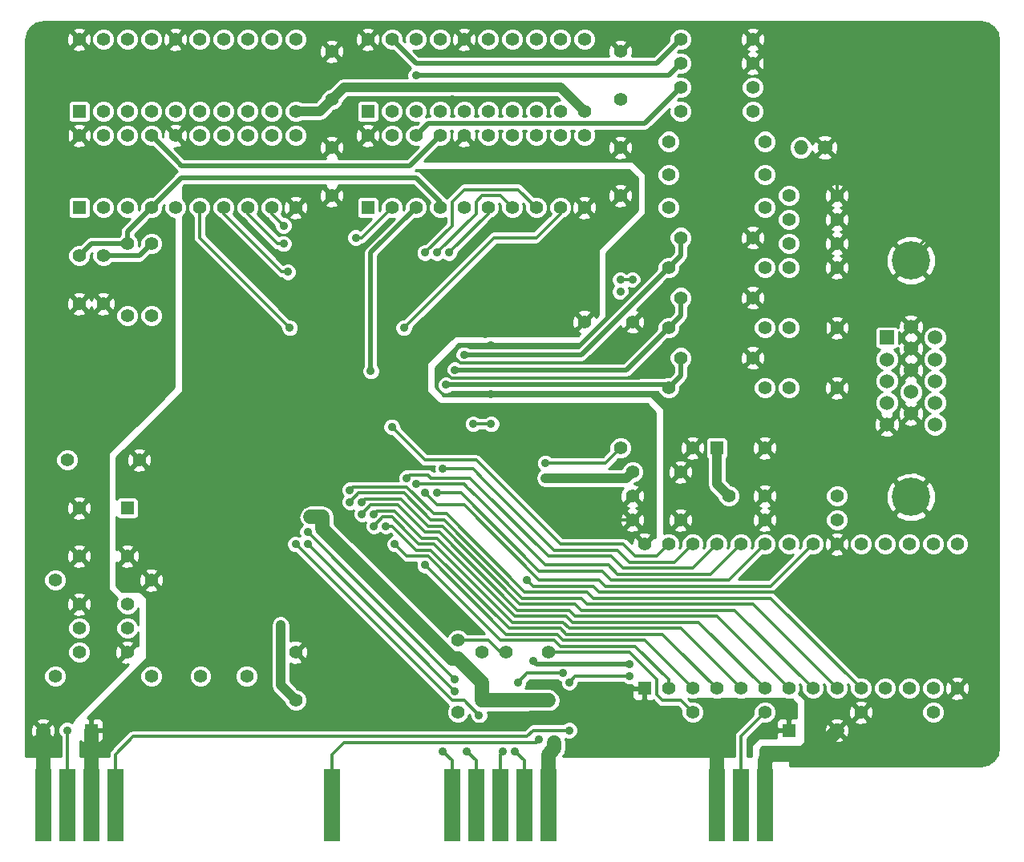
<source format=gbl>
G04 #@! TF.FileFunction,Copper,L2,Bot,Signal*
%FSLAX46Y46*%
G04 Gerber Fmt 4.6, Leading zero omitted, Abs format (unit mm)*
G04 Created by KiCad (PCBNEW 4.0.2-stable) date 4/22/2016 8:04:33 PM*
%MOMM*%
G01*
G04 APERTURE LIST*
%ADD10C,0.150000*%
%ADD11R,1.397000X1.397000*%
%ADD12C,1.397000*%
%ADD13R,1.778000X7.620000*%
%ADD14C,4.048760*%
%ADD15R,1.524000X1.524000*%
%ADD16C,1.524000*%
%ADD17O,1.524000X1.524000*%
%ADD18C,0.889000*%
%ADD19C,0.368300*%
%ADD20C,1.016000*%
%ADD21C,0.508000*%
%ADD22C,0.505460*%
%ADD23C,1.524000*%
%ADD24C,0.254000*%
G04 APERTURE END LIST*
D10*
D11*
X167640000Y-118110000D03*
D12*
X170180000Y-118110000D03*
X172720000Y-118110000D03*
X175260000Y-118110000D03*
X177800000Y-118110000D03*
X180340000Y-118110000D03*
X182880000Y-118110000D03*
X185420000Y-118110000D03*
X187960000Y-118110000D03*
X190500000Y-118110000D03*
X193040000Y-118110000D03*
X195580000Y-118110000D03*
X198120000Y-118110000D03*
X200660000Y-118110000D03*
X200660000Y-102870000D03*
X198120000Y-102870000D03*
X195580000Y-102870000D03*
X193040000Y-102870000D03*
X190500000Y-102870000D03*
X187960000Y-102870000D03*
X185420000Y-102870000D03*
X182880000Y-102870000D03*
X180340000Y-102870000D03*
X177800000Y-102870000D03*
X175260000Y-102870000D03*
X172720000Y-102870000D03*
X170180000Y-102870000D03*
X167640000Y-102870000D03*
X113030000Y-78740000D03*
X113030000Y-71120000D03*
X171450000Y-52070000D03*
X179070000Y-52070000D03*
X179070000Y-57150000D03*
X171450000Y-57150000D03*
X180340000Y-120650000D03*
X172720000Y-120650000D03*
X171450000Y-54610000D03*
X179070000Y-54610000D03*
X165100000Y-92710000D03*
X172720000Y-92710000D03*
X171450000Y-70485000D03*
X179070000Y-70485000D03*
X171450000Y-76835000D03*
X179070000Y-76835000D03*
X171450000Y-83185000D03*
X179070000Y-83185000D03*
X147955000Y-120650000D03*
X147955000Y-113030000D03*
X115570000Y-78740000D03*
X115570000Y-71120000D03*
X198120000Y-120650000D03*
X190500000Y-120650000D03*
X187960000Y-97790000D03*
X180340000Y-97790000D03*
X187960000Y-100330000D03*
X180340000Y-100330000D03*
X171450000Y-49530000D03*
X179070000Y-49530000D03*
X106680000Y-93980000D03*
X114300000Y-93980000D03*
D11*
X138430000Y-57150000D03*
D12*
X140970000Y-57150000D03*
X143510000Y-57150000D03*
X146050000Y-57150000D03*
X148590000Y-57150000D03*
X151130000Y-57150000D03*
X153670000Y-57150000D03*
X156210000Y-57150000D03*
X158750000Y-57150000D03*
X161290000Y-57150000D03*
X161290000Y-49530000D03*
X158750000Y-49530000D03*
X156210000Y-49530000D03*
X153670000Y-49530000D03*
X151130000Y-49530000D03*
X148590000Y-49530000D03*
X146050000Y-49530000D03*
X143510000Y-49530000D03*
X140970000Y-49530000D03*
X138430000Y-49530000D03*
D11*
X107950000Y-57150000D03*
D12*
X110490000Y-57150000D03*
X113030000Y-57150000D03*
X115570000Y-57150000D03*
X118110000Y-57150000D03*
X120650000Y-57150000D03*
X123190000Y-57150000D03*
X125730000Y-57150000D03*
X128270000Y-57150000D03*
X130810000Y-57150000D03*
X130810000Y-49530000D03*
X128270000Y-49530000D03*
X125730000Y-49530000D03*
X123190000Y-49530000D03*
X120650000Y-49530000D03*
X118110000Y-49530000D03*
X115570000Y-49530000D03*
X113030000Y-49530000D03*
X110490000Y-49530000D03*
X107950000Y-49530000D03*
D11*
X138430000Y-67310000D03*
D12*
X140970000Y-67310000D03*
X143510000Y-67310000D03*
X146050000Y-67310000D03*
X148590000Y-67310000D03*
X151130000Y-67310000D03*
X153670000Y-67310000D03*
X156210000Y-67310000D03*
X158750000Y-67310000D03*
X161290000Y-67310000D03*
X161290000Y-59690000D03*
X158750000Y-59690000D03*
X156210000Y-59690000D03*
X153670000Y-59690000D03*
X151130000Y-59690000D03*
X148590000Y-59690000D03*
X146050000Y-59690000D03*
X143510000Y-59690000D03*
X140970000Y-59690000D03*
X138430000Y-59690000D03*
D11*
X107950000Y-67310000D03*
D12*
X110490000Y-67310000D03*
X113030000Y-67310000D03*
X115570000Y-67310000D03*
X118110000Y-67310000D03*
X120650000Y-67310000D03*
X123190000Y-67310000D03*
X125730000Y-67310000D03*
X128270000Y-67310000D03*
X130810000Y-67310000D03*
X130810000Y-59690000D03*
X128270000Y-59690000D03*
X125730000Y-59690000D03*
X123190000Y-59690000D03*
X120650000Y-59690000D03*
X118110000Y-59690000D03*
X115570000Y-59690000D03*
X113030000Y-59690000D03*
X110490000Y-59690000D03*
X107950000Y-59690000D03*
D11*
X113030000Y-99060000D03*
D12*
X107950000Y-99060000D03*
X161290000Y-79375000D03*
X166370000Y-79375000D03*
X166370000Y-100330000D03*
X171450000Y-100330000D03*
X165100000Y-66040000D03*
X165100000Y-60960000D03*
X134620000Y-66040000D03*
X134620000Y-60960000D03*
X134620000Y-55880000D03*
X134620000Y-50800000D03*
X113030000Y-104140000D03*
X107950000Y-104140000D03*
X113030000Y-109220000D03*
X107950000Y-109220000D03*
X166370000Y-95250000D03*
X171450000Y-95250000D03*
X107950000Y-114300000D03*
X113030000Y-114300000D03*
X113030000Y-111760000D03*
X107950000Y-111760000D03*
X182880000Y-71120000D03*
X187960000Y-71120000D03*
X157480000Y-114300000D03*
X157480000Y-119380000D03*
X153035000Y-114300000D03*
X153035000Y-119380000D03*
X150495000Y-114300000D03*
X150495000Y-119380000D03*
X107950000Y-72390000D03*
X107950000Y-77470000D03*
X110490000Y-72390000D03*
X110490000Y-77470000D03*
X182880000Y-73660000D03*
X187960000Y-73660000D03*
X182880000Y-86360000D03*
X187960000Y-86360000D03*
D13*
X180340000Y-130492500D03*
X177800000Y-130492500D03*
X175260000Y-130492500D03*
X157480000Y-130492500D03*
X154940000Y-130492500D03*
X152400000Y-130492500D03*
X149860000Y-130492500D03*
X147320000Y-130492500D03*
X134620000Y-130492500D03*
X111760000Y-130492500D03*
X109220000Y-130492500D03*
X106680000Y-130492500D03*
X104140000Y-130492500D03*
D14*
X195765420Y-97889060D03*
X195765420Y-72900540D03*
D15*
X193225420Y-81053940D03*
D16*
X193225420Y-83345020D03*
X193225420Y-85643720D03*
X193225420Y-87934800D03*
X193225420Y-90225880D03*
X195765420Y-86789260D03*
X195765420Y-84500720D03*
X195765420Y-82209640D03*
X195765420Y-79918560D03*
X195765420Y-89080340D03*
X198305420Y-81053940D03*
X198305420Y-83345020D03*
X198305420Y-85643720D03*
X198305420Y-87934800D03*
X198305420Y-90225880D03*
D12*
X125630940Y-116840000D03*
X120749060Y-116840000D03*
X165100000Y-55880000D03*
X165100000Y-50800000D03*
X130810000Y-114300000D03*
X130810000Y-119380000D03*
D11*
X109220000Y-122555000D03*
D12*
X104140000Y-122555000D03*
D11*
X182880000Y-122555000D03*
D12*
X187960000Y-122555000D03*
D11*
X175260000Y-92710000D03*
D12*
X180340000Y-92710000D03*
X182880000Y-80010000D03*
X187960000Y-80010000D03*
X182880000Y-68580000D03*
X187960000Y-68580000D03*
X182880000Y-66040000D03*
X187960000Y-66040000D03*
D17*
X184150000Y-60960000D03*
D16*
X186690000Y-60960000D03*
D12*
X170180000Y-73660000D03*
X180340000Y-73660000D03*
X170180000Y-80010000D03*
X180340000Y-80010000D03*
X170180000Y-86360000D03*
X180340000Y-86360000D03*
X180340000Y-60325000D03*
X170180000Y-60325000D03*
X180340000Y-63817500D03*
X170180000Y-63817500D03*
X180340000Y-67310000D03*
X170180000Y-67310000D03*
X115570000Y-106680000D03*
X105410000Y-106680000D03*
X105410000Y-116840000D03*
X115570000Y-116840000D03*
X166370000Y-97790000D03*
X176530000Y-97790000D03*
D18*
X166370000Y-74930000D03*
X165100000Y-74930000D03*
X165100000Y-76200000D03*
X136525000Y-97155000D03*
X143510000Y-96520000D03*
X144462500Y-97472500D03*
X145732500Y-97472500D03*
X144462500Y-105092500D03*
X146367500Y-94932500D03*
X132080000Y-101600000D03*
X147637500Y-117157500D03*
X132080000Y-102870000D03*
X147637500Y-118427500D03*
X150177500Y-120967500D03*
X130810000Y-102870000D03*
X136525000Y-98425000D03*
X137795000Y-98425000D03*
X137795000Y-99695000D03*
X139065000Y-99695000D03*
X139065000Y-100965000D03*
X140335000Y-100965000D03*
X141287500Y-102870000D03*
X142557500Y-95885000D03*
X159067500Y-116522500D03*
X154305000Y-117475000D03*
X159702500Y-122555000D03*
X157162500Y-95885000D03*
X146685000Y-86042500D03*
X147637500Y-84455000D03*
X147002500Y-72072500D03*
X145732500Y-72072500D03*
X144462500Y-72072500D03*
X142240000Y-80010000D03*
X130175000Y-80010000D03*
X129984500Y-74104500D03*
X129540000Y-71120000D03*
X129540000Y-69215000D03*
X137160000Y-70485000D03*
X143510000Y-53340000D03*
X106680000Y-122555000D03*
X148590000Y-82867500D03*
X140970000Y-90487500D03*
X146367500Y-124777500D03*
X148907500Y-124777500D03*
X152717500Y-124777500D03*
X153987500Y-124777500D03*
X166052500Y-116840000D03*
X159702500Y-117475000D03*
X156527500Y-123507500D03*
X138747500Y-84584540D03*
X146050000Y-84455000D03*
X151447500Y-90170000D03*
X158115000Y-123825000D03*
X196850000Y-116840000D03*
X149542500Y-90170000D03*
X106680000Y-119380000D03*
X151447500Y-87058500D03*
X169862500Y-82550000D03*
X151447500Y-81851500D03*
X169862500Y-83820000D03*
X168592500Y-83820000D03*
X203200000Y-50800000D03*
X107950000Y-119380000D03*
X132397500Y-100012500D03*
X155257500Y-106680000D03*
X105410000Y-89852500D03*
X147320000Y-55880000D03*
X196850000Y-104140000D03*
X166052500Y-115570000D03*
X133667500Y-100012500D03*
X133667500Y-101282500D03*
X155892500Y-115252500D03*
X203200000Y-123190000D03*
X194310000Y-110490000D03*
X194310000Y-104140000D03*
X203200000Y-52070000D03*
X196850000Y-110490000D03*
X114300000Y-74930000D03*
X115570000Y-74930000D03*
X201930000Y-50800000D03*
X111760000Y-58420000D03*
X107950000Y-118110000D03*
X106680000Y-89852500D03*
X141605000Y-53340000D03*
X129222500Y-111442500D03*
X203200000Y-124460000D03*
X191135000Y-81597500D03*
X194310000Y-116840000D03*
X201930000Y-124460000D03*
X191135000Y-84455000D03*
X157162500Y-94297500D03*
X150812500Y-80645000D03*
X150495000Y-88900000D03*
X144780000Y-80010000D03*
X132080000Y-105727500D03*
X122829320Y-79057500D03*
X135255000Y-80010000D03*
D19*
X165100000Y-74930000D02*
X166370000Y-74930000D01*
X145384520Y-99664520D02*
X142557500Y-96837500D01*
X161607500Y-107955080D02*
X161607500Y-107965240D01*
X161607500Y-107950000D02*
X161607500Y-107955080D01*
X136842500Y-96837500D02*
X142557500Y-96837500D01*
X161607500Y-107965240D02*
X162232340Y-108590080D01*
X136525000Y-97155000D02*
X136842500Y-96837500D01*
X160660080Y-107944920D02*
X160660080Y-107950000D01*
X146718020Y-99664520D02*
X145384520Y-99664520D01*
X160660080Y-107950000D02*
X160660080Y-107944920D01*
X162232340Y-108590080D02*
X162232340Y-108585000D01*
X160660080Y-107950000D02*
X155194000Y-107950000D01*
X160660080Y-107950000D02*
X161607500Y-107950000D01*
X190500000Y-118110000D02*
X180975000Y-108585000D01*
X155003500Y-107950000D02*
X146718020Y-99664520D01*
X180975000Y-108585000D02*
X162232340Y-108585000D01*
X155194000Y-107950000D02*
X155003500Y-107950000D01*
X148590000Y-96520000D02*
X143510000Y-96520000D01*
X177800000Y-102870000D02*
X175260000Y-105410000D01*
X149860000Y-97790000D02*
X148907500Y-96837500D01*
X163830000Y-105092500D02*
X157162500Y-105092500D01*
X174625000Y-106045000D02*
X164782500Y-106045000D01*
X163830000Y-105092500D02*
X164782500Y-106045000D01*
X149860000Y-97790000D02*
X157162500Y-105092500D01*
X148907500Y-96837500D02*
X148590000Y-96520000D01*
X174625000Y-106045000D02*
X175260000Y-105410000D01*
X144462500Y-97472500D02*
X145732500Y-98742500D01*
X161290000Y-106680000D02*
X156527500Y-106680000D01*
X156527500Y-106680000D02*
X148590000Y-98742500D01*
X180975000Y-107315000D02*
X163512500Y-107315000D01*
X148590000Y-98742500D02*
X145732500Y-98742500D01*
X161290000Y-106680000D02*
X162877500Y-106680000D01*
X162877500Y-106680000D02*
X163512500Y-107315000D01*
X181610000Y-106680000D02*
X180975000Y-107315000D01*
X181610000Y-106680000D02*
X185420000Y-102870000D01*
X164465000Y-106680000D02*
X164147500Y-106680000D01*
X164147500Y-106680000D02*
X163195000Y-105727500D01*
X148272500Y-97472500D02*
X145732500Y-97472500D01*
X176530000Y-106680000D02*
X164465000Y-106680000D01*
X156527500Y-105727500D02*
X148272500Y-97472500D01*
X180340000Y-102870000D02*
X176530000Y-106680000D01*
X156527500Y-105727500D02*
X163195000Y-105727500D01*
X158115000Y-113030000D02*
X158750000Y-113665000D01*
X170180000Y-117157500D02*
X166687500Y-113665000D01*
X144462500Y-105092500D02*
X152400000Y-113030000D01*
X158750000Y-113665000D02*
X166687500Y-113665000D01*
X158115000Y-113030000D02*
X152400000Y-113030000D01*
X170180000Y-118110000D02*
X170180000Y-117157500D01*
X164782500Y-103505000D02*
X166052500Y-104775000D01*
X172720000Y-102870000D02*
X170815000Y-104775000D01*
X150495000Y-95885000D02*
X158115000Y-103505000D01*
X166052500Y-104775000D02*
X170815000Y-104775000D01*
X158115000Y-103505000D02*
X164782500Y-103505000D01*
X150495000Y-95885000D02*
X149860000Y-95250000D01*
X149542500Y-94932500D02*
X146367500Y-94932500D01*
X149860000Y-95250000D02*
X149542500Y-94932500D01*
X132080000Y-101600000D02*
X147637500Y-117157500D01*
X147637500Y-118427500D02*
X132080000Y-102870000D01*
X147320000Y-119380000D02*
X130810000Y-102870000D01*
X148590000Y-119380000D02*
X149542500Y-120332500D01*
X150177500Y-120967500D02*
X148590000Y-119380000D01*
X148590000Y-119380000D02*
X147320000Y-119380000D01*
X179070000Y-109220000D02*
X179070000Y-109214920D01*
X154749500Y-108585000D02*
X146494500Y-100330000D01*
X160972500Y-108585000D02*
X161607500Y-109220000D01*
X179080160Y-109225080D02*
X179075080Y-109220000D01*
X161607500Y-109220000D02*
X179070000Y-109220000D01*
X179075080Y-109220000D02*
X179070000Y-109220000D01*
X145097500Y-100330000D02*
X146494500Y-100330000D01*
X160020000Y-108585000D02*
X160972500Y-108585000D01*
X160020000Y-108585000D02*
X154749500Y-108585000D01*
X160337500Y-108590080D02*
X160337500Y-108585000D01*
X137472420Y-97477580D02*
X142240000Y-97477580D01*
X142245080Y-97477580D02*
X145097500Y-100330000D01*
X187960000Y-118110000D02*
X187960000Y-118104920D01*
X142240000Y-97477580D02*
X142245080Y-97477580D01*
X187960000Y-118104920D02*
X179070000Y-109214920D01*
X160337500Y-108585000D02*
X160020000Y-108585000D01*
X160337500Y-108585000D02*
X160337500Y-108590080D01*
X136525000Y-98425000D02*
X137472420Y-97477580D01*
X160972500Y-109855000D02*
X177165000Y-109855000D01*
X137795000Y-98425000D02*
X138112500Y-98107500D01*
X160020000Y-109220000D02*
X154495500Y-109220000D01*
X141922500Y-98107500D02*
X144780000Y-100965000D01*
X146240500Y-100965000D02*
X146304000Y-101028500D01*
X185420000Y-118110000D02*
X177165000Y-109855000D01*
X160655000Y-109537500D02*
X160972500Y-109855000D01*
X138112500Y-98107500D02*
X141922500Y-98107500D01*
X160020000Y-109220000D02*
X160337500Y-109220000D01*
X160337500Y-109220000D02*
X160655000Y-109537500D01*
X154495500Y-109220000D02*
X146304000Y-101028500D01*
X144780000Y-100965000D02*
X146240500Y-100965000D01*
X141605000Y-98742500D02*
X143192500Y-100330000D01*
X159702500Y-109855000D02*
X154241500Y-109855000D01*
X175260000Y-110490000D02*
X182880000Y-118110000D01*
X143192500Y-100330000D02*
X144462500Y-101600000D01*
X159702500Y-109860080D02*
X160332420Y-110490000D01*
X137795000Y-99695000D02*
X138747500Y-98742500D01*
X154241500Y-109855000D02*
X145986500Y-101600000D01*
X144462500Y-101600000D02*
X145986500Y-101600000D01*
X160332420Y-110490000D02*
X175260000Y-110490000D01*
X159702500Y-109855000D02*
X159702500Y-109860080D01*
X138747500Y-98742500D02*
X141605000Y-98742500D01*
X173355000Y-111125000D02*
X160020000Y-111125000D01*
X144145000Y-102235000D02*
X142875000Y-100965000D01*
X139382500Y-99377500D02*
X141287500Y-99377500D01*
X180340000Y-118110000D02*
X173355000Y-111125000D01*
X145732500Y-102235000D02*
X144145000Y-102235000D01*
X139065000Y-99695000D02*
X139382500Y-99377500D01*
X154622500Y-110490000D02*
X153987500Y-110490000D01*
X160020000Y-111125000D02*
X159385000Y-110490000D01*
X153987500Y-110490000D02*
X145732500Y-102235000D01*
X159385000Y-110490000D02*
X154622500Y-110490000D01*
X142875000Y-100965000D02*
X141287500Y-99377500D01*
X154305000Y-111125000D02*
X153670000Y-111125000D01*
X143827500Y-102870000D02*
X142557500Y-101600000D01*
X140017500Y-100012500D02*
X140970000Y-100012500D01*
X142557500Y-101600000D02*
X140970000Y-100012500D01*
X159702500Y-111760000D02*
X171450000Y-111760000D01*
X153670000Y-111125000D02*
X145415000Y-102870000D01*
X159067500Y-111125000D02*
X159702500Y-111760000D01*
X171450000Y-111760000D02*
X172720000Y-113030000D01*
X154940000Y-111125000D02*
X154305000Y-111125000D01*
X145415000Y-102870000D02*
X143827500Y-102870000D01*
X172720000Y-113030000D02*
X177800000Y-118110000D01*
X159067500Y-111125000D02*
X154940000Y-111125000D01*
X139065000Y-100965000D02*
X140017500Y-100012500D01*
X170815000Y-113665000D02*
X175260000Y-118110000D01*
X145097500Y-103505000D02*
X153352500Y-111760000D01*
X158750000Y-111765080D02*
X159379920Y-112395000D01*
X142240000Y-102235000D02*
X140970000Y-100965000D01*
X140335000Y-100965000D02*
X140970000Y-100965000D01*
X143510000Y-103505000D02*
X142240000Y-102235000D01*
X153987500Y-111760000D02*
X153352500Y-111760000D01*
X145097500Y-103505000D02*
X143510000Y-103505000D01*
X158750000Y-111760000D02*
X154305000Y-111760000D01*
X159379920Y-112395000D02*
X169545000Y-112395000D01*
X154305000Y-111760000D02*
X153987500Y-111760000D01*
X158750000Y-111760000D02*
X158750000Y-111765080D01*
X169545000Y-112395000D02*
X170815000Y-113665000D01*
X158432500Y-112395000D02*
X159067500Y-113030000D01*
X158432500Y-112395000D02*
X153670000Y-112395000D01*
X167640000Y-113030000D02*
X168910000Y-114300000D01*
X142557500Y-104140000D02*
X141287500Y-102870000D01*
X153035000Y-112395000D02*
X144780000Y-104140000D01*
X168910000Y-114300000D02*
X172720000Y-118110000D01*
X159067500Y-113030000D02*
X167640000Y-113030000D01*
X153670000Y-112395000D02*
X153035000Y-112395000D01*
X144780000Y-104140000D02*
X142557500Y-104140000D01*
X145097500Y-95885000D02*
X144780000Y-95567500D01*
X150177500Y-96837500D02*
X149225000Y-95885000D01*
X165417500Y-105410000D02*
X164147500Y-104140000D01*
X172720000Y-105410000D02*
X165417500Y-105410000D01*
X149225000Y-95885000D02*
X145097500Y-95885000D01*
X164147500Y-104140000D02*
X157480000Y-104140000D01*
X150177500Y-96837500D02*
X157480000Y-104140000D01*
X142557500Y-95885000D02*
X142875000Y-95567500D01*
X173355000Y-104775000D02*
X172720000Y-105410000D01*
X175260000Y-102870000D02*
X173355000Y-104775000D01*
X142875000Y-95567500D02*
X144780000Y-95567500D01*
X159067500Y-116522500D02*
X155257500Y-116522500D01*
X154305000Y-117475000D02*
X155257500Y-116522500D01*
X155257500Y-123190000D02*
X155892500Y-122555000D01*
X155892500Y-122555000D02*
X159385000Y-122555000D01*
X159385000Y-122555000D02*
X159702500Y-122555000D01*
X113665000Y-123190000D02*
X111760000Y-125095000D01*
X111760000Y-130492500D02*
X111760000Y-125095000D01*
X113665000Y-123190000D02*
X155257500Y-123190000D01*
D20*
X165735000Y-95885000D02*
X166370000Y-95250000D01*
X175260000Y-92710000D02*
X175260000Y-96520000D01*
D19*
X175260000Y-96520000D02*
X176530000Y-97790000D01*
D20*
X175260000Y-96520000D02*
X176530000Y-97790000D01*
X157162500Y-95885000D02*
X165735000Y-95885000D01*
D21*
X169862500Y-86042500D02*
X170180000Y-86360000D01*
X170180000Y-86360000D02*
X171450000Y-85090000D01*
X146685000Y-86042500D02*
X169862500Y-86042500D01*
X171450000Y-85090000D02*
X171450000Y-83185000D01*
X165735000Y-84455000D02*
X170180000Y-80010000D01*
X171450000Y-78740000D02*
X171450000Y-76835000D01*
X170180000Y-80010000D02*
X171450000Y-78740000D01*
X147637500Y-84455000D02*
X165735000Y-84455000D01*
D19*
X151130000Y-67945000D02*
X151130000Y-67310000D01*
X147002500Y-72072500D02*
X151130000Y-67945000D01*
X145732500Y-72072500D02*
X149860000Y-67945000D01*
X149860000Y-67945000D02*
X149860000Y-66675000D01*
X149860000Y-66675000D02*
X150495000Y-66040000D01*
X150495000Y-66040000D02*
X152400000Y-66040000D01*
X152400000Y-66040000D02*
X153670000Y-67310000D01*
X144462500Y-72072500D02*
X147320000Y-69215000D01*
X154305000Y-65405000D02*
X156210000Y-67310000D01*
X147320000Y-66675000D02*
X148590000Y-65405000D01*
X147320000Y-69215000D02*
X147320000Y-66675000D01*
X148590000Y-65405000D02*
X154305000Y-65405000D01*
X156210000Y-70485000D02*
X158750000Y-67945000D01*
X158750000Y-67945000D02*
X158750000Y-67310000D01*
X142240000Y-80010000D02*
X151765000Y-70485000D01*
X151765000Y-70485000D02*
X156210000Y-70485000D01*
X130175000Y-80010000D02*
X120650000Y-70485000D01*
X120650000Y-70485000D02*
X120650000Y-67310000D01*
X129984500Y-74104500D02*
X129349500Y-74104500D01*
X129349500Y-74104500D02*
X123190000Y-67945000D01*
X123190000Y-67945000D02*
X123190000Y-67310000D01*
X125730000Y-67945000D02*
X125730000Y-67310000D01*
X128905000Y-71120000D02*
X125730000Y-67945000D01*
X129540000Y-71120000D02*
X128905000Y-71120000D01*
X129540000Y-69215000D02*
X128270000Y-67945000D01*
X128270000Y-67945000D02*
X128270000Y-67310000D01*
X137160000Y-70485000D02*
X137795000Y-70485000D01*
X137795000Y-70485000D02*
X139065000Y-69215000D01*
X140970000Y-67310000D02*
X139065000Y-69215000D01*
D22*
X143510000Y-59690000D02*
X144780000Y-58420000D01*
X144780000Y-58420000D02*
X167640000Y-58420000D01*
D21*
X171450000Y-54610000D02*
X167640000Y-58420000D01*
D22*
X143510000Y-53340000D02*
X170180000Y-53340000D01*
D21*
X171450000Y-52070000D02*
X170180000Y-53340000D01*
D22*
X143510000Y-52070000D02*
X168910000Y-52070000D01*
X140970000Y-49530000D02*
X143510000Y-52070000D01*
D21*
X171450000Y-49530000D02*
X168910000Y-52070000D01*
D19*
X106680000Y-122555000D02*
X106680000Y-130492500D01*
D21*
X171450000Y-70485000D02*
X171450000Y-72390000D01*
X160972500Y-82867500D02*
X160337500Y-82867500D01*
X160972500Y-82867500D02*
X170180000Y-73660000D01*
X171450000Y-72390000D02*
X170180000Y-73660000D01*
X160337500Y-82867500D02*
X148590000Y-82867500D01*
D19*
X180340000Y-120650000D02*
X177800000Y-123190000D01*
X177800000Y-123190000D02*
X177800000Y-130492500D01*
X150812500Y-94932500D02*
X158750000Y-102870000D01*
X144462500Y-93980000D02*
X140970000Y-90487500D01*
X168910000Y-104140000D02*
X166687500Y-104140000D01*
X165417500Y-102870000D02*
X166687500Y-104140000D01*
X150812500Y-94932500D02*
X149860000Y-93980000D01*
X170180000Y-102870000D02*
X168910000Y-104140000D01*
X158750000Y-102870000D02*
X165417500Y-102870000D01*
X149860000Y-93980000D02*
X144462500Y-93980000D01*
D22*
X118745000Y-62865000D02*
X142875000Y-62865000D01*
X118110000Y-62230000D02*
X118745000Y-62865000D01*
X110490000Y-72390000D02*
X114300000Y-72390000D01*
X115570000Y-59690000D02*
X118110000Y-62230000D01*
X143510000Y-62230000D02*
X146050000Y-59690000D01*
X142875000Y-62865000D02*
X143510000Y-62230000D01*
X114300000Y-72390000D02*
X115570000Y-71120000D01*
D19*
X147320000Y-125730000D02*
X146367500Y-124777500D01*
X147320000Y-125730000D02*
X147320000Y-130492500D01*
X149860000Y-125730000D02*
X149860000Y-130492500D01*
X149860000Y-125730000D02*
X148907500Y-124777500D01*
X152400000Y-125095000D02*
X152717500Y-124777500D01*
X152400000Y-130492500D02*
X152400000Y-125095000D01*
X154940000Y-125730000D02*
X153987500Y-124777500D01*
X154940000Y-130492500D02*
X154940000Y-125730000D01*
X160337500Y-116840000D02*
X159702500Y-117475000D01*
X166052500Y-116840000D02*
X160337500Y-116840000D01*
D22*
X116840000Y-66040000D02*
X118110000Y-64770000D01*
X107950000Y-72390000D02*
X109220000Y-71120000D01*
X118110000Y-64770000D02*
X118745000Y-64135000D01*
X115570000Y-67310000D02*
X116840000Y-66040000D01*
X143510000Y-64135000D02*
X146050000Y-66675000D01*
X118745000Y-64135000D02*
X142240000Y-64135000D01*
X109220000Y-71120000D02*
X113030000Y-71120000D01*
X146050000Y-66675000D02*
X146050000Y-67310000D01*
X113030000Y-71120000D02*
X113030000Y-69850000D01*
X113030000Y-69850000D02*
X115570000Y-67310000D01*
X142240000Y-64135000D02*
X143510000Y-64135000D01*
D19*
X135890000Y-123825000D02*
X156210000Y-123825000D01*
X135890000Y-123825000D02*
X134620000Y-125095000D01*
X156210000Y-123825000D02*
X156527500Y-123507500D01*
X134620000Y-130492500D02*
X134620000Y-125095000D01*
D21*
X143510000Y-67310000D02*
X138747500Y-72072500D01*
X138747500Y-72072500D02*
X138747500Y-84584540D01*
D19*
X147320000Y-48260000D02*
X162242500Y-48260000D01*
X132080000Y-58420000D02*
X134620000Y-60960000D01*
X195580000Y-91440000D02*
X194439540Y-91440000D01*
X193040000Y-95163640D02*
X193040000Y-92839540D01*
X178752500Y-91122500D02*
X180340000Y-92710000D01*
X161925000Y-60960000D02*
X162242500Y-60960000D01*
X163830000Y-59690000D02*
X162560000Y-60960000D01*
X179070000Y-49530000D02*
X180340000Y-50800000D01*
X107950000Y-109220000D02*
X110172500Y-106997500D01*
X180340000Y-97790000D02*
X181610000Y-96520000D01*
X163990020Y-59850020D02*
X165100000Y-60960000D01*
X187960000Y-68580000D02*
X186690000Y-67310000D01*
X181292500Y-88265000D02*
X184150000Y-88265000D01*
D20*
X129222500Y-117792500D02*
X130810000Y-119380000D01*
D19*
X104140000Y-122555000D02*
X107632500Y-119062500D01*
X109220000Y-48260000D02*
X132080000Y-48260000D01*
D23*
X158115000Y-124460000D02*
X157480000Y-125095000D01*
X150495000Y-117475000D02*
X147955000Y-114935000D01*
D19*
X106680000Y-61277500D02*
X106680000Y-60960000D01*
X181610000Y-93980000D02*
X180340000Y-92710000D01*
D20*
X129222500Y-111442500D02*
X129222500Y-117792500D01*
D19*
X106680000Y-58420000D02*
X106680000Y-50800000D01*
D23*
X147955000Y-114935000D02*
X147320000Y-114935000D01*
D19*
X186690000Y-67310000D02*
X187960000Y-66040000D01*
X181610000Y-99060000D02*
X180340000Y-97790000D01*
D23*
X132397500Y-100012500D02*
X133667500Y-100012500D01*
D19*
X170180000Y-96520000D02*
X171450000Y-95250000D01*
X132080000Y-58420000D02*
X137160000Y-58420000D01*
X196850000Y-90170000D02*
X195580000Y-91440000D01*
X180340000Y-100330000D02*
X181610000Y-99060000D01*
X169545000Y-82867500D02*
X168910000Y-83502500D01*
X106680000Y-50800000D02*
X107950000Y-49530000D01*
X113030000Y-114300000D02*
X107950000Y-109220000D01*
X203200000Y-64770000D02*
X203200000Y-52070000D01*
X189230000Y-77470000D02*
X193316860Y-77470000D01*
X196850000Y-81125060D02*
X195765420Y-82209640D01*
X179070000Y-83185000D02*
X176847500Y-85407500D01*
X106362500Y-102552500D02*
X106362500Y-100647500D01*
X180340000Y-92710000D02*
X181292500Y-91757500D01*
X106362500Y-100647500D02*
X107950000Y-99060000D01*
X181610000Y-93980000D02*
X182880000Y-95250000D01*
X106680000Y-58420000D02*
X111760000Y-58420000D01*
X146050000Y-84455000D02*
X146621500Y-84455000D01*
X195765420Y-79918560D02*
X196850000Y-81003140D01*
D23*
X147320000Y-114935000D02*
X133667500Y-101282500D01*
D19*
X110490000Y-116840000D02*
X113030000Y-114300000D01*
X118110000Y-59690000D02*
X119380000Y-58420000D01*
X137160000Y-48260000D02*
X147320000Y-48260000D01*
X155892500Y-107315000D02*
X155257500Y-106680000D01*
D23*
X180340000Y-130492500D02*
X180340000Y-125730000D01*
D19*
X170180000Y-93980000D02*
X171450000Y-93980000D01*
X106362500Y-102552500D02*
X107950000Y-104140000D01*
X156215080Y-107315000D02*
X155892500Y-107315000D01*
X200660000Y-118110000D02*
X194310000Y-111760000D01*
X196796660Y-83469480D02*
X195765420Y-84500720D01*
D23*
X180340000Y-125730000D02*
X180975000Y-125095000D01*
D19*
X184150000Y-88265000D02*
X189865000Y-88265000D01*
X189865000Y-88265000D02*
X190817500Y-88265000D01*
X181292500Y-88265000D02*
X179705000Y-88265000D01*
X179705000Y-88265000D02*
X176847500Y-85407500D01*
X176847500Y-85407500D02*
X176847500Y-81597500D01*
X176847500Y-81597500D02*
X176847500Y-79057500D01*
X176847500Y-75565000D02*
X176847500Y-79057500D01*
X176847500Y-75247500D02*
X176847500Y-75565000D01*
X176847500Y-79057500D02*
X179070000Y-76835000D01*
X179070000Y-70485000D02*
X176847500Y-72707500D01*
X176847500Y-72707500D02*
X176847500Y-75247500D01*
X104775000Y-89852500D02*
X104775000Y-88900000D01*
X160718500Y-81851500D02*
X168529000Y-74041000D01*
X168529000Y-74041000D02*
X168529000Y-70231000D01*
X151447500Y-81851500D02*
X160718500Y-81851500D01*
X177482500Y-68897500D02*
X169862500Y-68897500D01*
X169862500Y-68897500D02*
X168529000Y-70231000D01*
X177800000Y-69215000D02*
X177482500Y-68897500D01*
D22*
X104775000Y-89852500D02*
X105410000Y-89852500D01*
D23*
X157480000Y-119380000D02*
X153035000Y-119380000D01*
D19*
X109855000Y-116840000D02*
X110490000Y-116840000D01*
X161988500Y-83756500D02*
X148209000Y-83756500D01*
X189865000Y-88265000D02*
X187960000Y-86360000D01*
X166370000Y-79375000D02*
X170497500Y-75247500D01*
X186690000Y-85090000D02*
X186690000Y-81280000D01*
X169862500Y-82550000D02*
X169545000Y-82867500D01*
X167068500Y-85344000D02*
X147256500Y-85344000D01*
X186690000Y-81280000D02*
X187960000Y-80010000D01*
X187960000Y-86360000D02*
X186690000Y-85090000D01*
X186690000Y-81280000D02*
X186690000Y-74930000D01*
X189230000Y-77470000D02*
X186690000Y-77470000D01*
X147447000Y-83375500D02*
X146621500Y-84201000D01*
X147828000Y-83375500D02*
X147447000Y-83375500D01*
X148209000Y-83756500D02*
X147828000Y-83375500D01*
X166370000Y-79375000D02*
X161988500Y-83756500D01*
X146621500Y-84709000D02*
X147256500Y-85344000D01*
X146621500Y-84201000D02*
X146621500Y-84709000D01*
X170815000Y-81597500D02*
X176847500Y-81597500D01*
X167068500Y-85344000D02*
X168592500Y-83820000D01*
X168592500Y-83820000D02*
X168910000Y-83502500D01*
X170815000Y-81597500D02*
X169862500Y-82550000D01*
X170497500Y-75247500D02*
X176847500Y-75247500D01*
X107950000Y-99060000D02*
X104775000Y-95885000D01*
X171450000Y-100330000D02*
X170180000Y-99060000D01*
X137160000Y-58420000D02*
X138430000Y-59690000D01*
X199390000Y-119380000D02*
X200660000Y-118110000D01*
X186690000Y-69850000D02*
X187960000Y-68580000D01*
X193040000Y-107950000D02*
X192405000Y-107315000D01*
X179070000Y-70485000D02*
X177800000Y-69215000D01*
D23*
X150495000Y-117475000D02*
X150495000Y-119380000D01*
D19*
X107632500Y-119062500D02*
X109855000Y-116840000D01*
D23*
X133667500Y-101282500D02*
X133667500Y-100012500D01*
D19*
X180340000Y-50800000D02*
X179070000Y-52070000D01*
X107950000Y-49530000D02*
X109220000Y-48260000D01*
X171450000Y-93980000D02*
X172720000Y-92710000D01*
X169862500Y-82550000D02*
X169862500Y-83820000D01*
X132080000Y-48260000D02*
X137160000Y-48260000D01*
X198755000Y-123190000D02*
X199390000Y-122555000D01*
X110490000Y-106680000D02*
X107950000Y-104140000D01*
X110172500Y-106997500D02*
X110490000Y-106680000D01*
X186690000Y-77470000D02*
X186690000Y-74930000D01*
X106680000Y-76200000D02*
X106680000Y-74930000D01*
X172720000Y-92710000D02*
X174307500Y-91122500D01*
D23*
X153035000Y-119380000D02*
X150495000Y-119380000D01*
D19*
X170497500Y-94297500D02*
X170180000Y-93980000D01*
X180340000Y-95250000D02*
X181610000Y-93980000D01*
X174307500Y-91122500D02*
X178752500Y-91122500D01*
X160655000Y-107315000D02*
X162242500Y-107315000D01*
X187960000Y-73660000D02*
X186690000Y-72390000D01*
X137160000Y-48260000D02*
X138430000Y-49530000D01*
X192405000Y-107315000D02*
X187960000Y-102870000D01*
X193316860Y-75349100D02*
X193316860Y-77470000D01*
X189547500Y-121602500D02*
X190500000Y-120650000D01*
X199390000Y-122555000D02*
X199390000Y-119380000D01*
X107950000Y-77470000D02*
X106680000Y-76200000D01*
X195765420Y-97889060D02*
X193040000Y-95163640D01*
X177800000Y-48260000D02*
X179070000Y-49530000D01*
X162560000Y-60960000D02*
X162242500Y-60960000D01*
X181292500Y-91757500D02*
X181292500Y-88265000D01*
X119380000Y-58420000D02*
X132080000Y-58420000D01*
X156215080Y-107315000D02*
X156210000Y-107309920D01*
X107950000Y-77470000D02*
X109220000Y-78740000D01*
X111760000Y-58420000D02*
X116840000Y-58420000D01*
X162560000Y-48260000D02*
X165100000Y-50800000D01*
X162560000Y-48260000D02*
X177800000Y-48260000D01*
X107950000Y-119380000D02*
X107632500Y-119062500D01*
X203200000Y-120650000D02*
X203200000Y-123190000D01*
X194310000Y-109220000D02*
X194310000Y-104140000D01*
X170180000Y-99060000D02*
X170180000Y-96520000D01*
X162242500Y-107315000D02*
X162877500Y-107950000D01*
X160655000Y-107315000D02*
X156215080Y-107315000D01*
X104775000Y-88900000D02*
X104775000Y-80645000D01*
X163830000Y-59690000D02*
X163990020Y-59850020D01*
X185420000Y-97790000D02*
X182880000Y-95250000D01*
X187960000Y-71120000D02*
X186690000Y-69850000D01*
X190500000Y-120650000D02*
X193040000Y-123190000D01*
X149860000Y-60960000D02*
X161925000Y-60960000D01*
X195765420Y-72204580D02*
X203200000Y-64770000D01*
X146621500Y-84455000D02*
X146367500Y-84455000D01*
X106680000Y-74930000D02*
X106680000Y-61277500D01*
D22*
X156210000Y-115570000D02*
X155892500Y-115252500D01*
X166052500Y-115570000D02*
X156210000Y-115570000D01*
D19*
X186690000Y-74930000D02*
X187960000Y-73660000D01*
X104775000Y-80645000D02*
X107950000Y-77470000D01*
D23*
X180975000Y-125095000D02*
X185420000Y-125095000D01*
D19*
X193316860Y-77470000D02*
X195765420Y-79918560D01*
X188912500Y-121602500D02*
X189547500Y-121602500D01*
X201930000Y-50800000D02*
X203200000Y-50800000D01*
X147320000Y-48260000D02*
X148590000Y-49530000D01*
D23*
X185420000Y-125095000D02*
X187960000Y-122555000D01*
D19*
X194439540Y-91440000D02*
X193225420Y-90225880D01*
X196850000Y-116840000D02*
X194310000Y-116840000D01*
X196850000Y-81003140D02*
X196850000Y-81125060D01*
X106680000Y-74930000D02*
X114300000Y-74930000D01*
X109220000Y-78740000D02*
X110490000Y-77470000D01*
X187960000Y-62230000D02*
X187960000Y-66040000D01*
X171450000Y-95250000D02*
X170497500Y-94297500D01*
D23*
X157480000Y-125095000D02*
X157480000Y-130492500D01*
D19*
X106680000Y-61277500D02*
X106680000Y-58420000D01*
X104775000Y-95885000D02*
X104775000Y-89852500D01*
X194310000Y-110490000D02*
X194310000Y-109220000D01*
X196796660Y-83240880D02*
X196796660Y-83469480D01*
X196850000Y-90170000D02*
X195765420Y-89085420D01*
X195765420Y-72900540D02*
X193316860Y-75349100D01*
X194310000Y-109220000D02*
X193040000Y-107950000D01*
X187960000Y-102870000D02*
X185420000Y-100330000D01*
X203200000Y-124460000D02*
X201930000Y-124460000D01*
X106680000Y-60960000D02*
X107950000Y-59690000D01*
X132080000Y-48260000D02*
X134620000Y-50800000D01*
X180340000Y-54610000D02*
X180340000Y-50800000D01*
X162242500Y-48260000D02*
X162560000Y-48260000D01*
X191264540Y-88265000D02*
X193225420Y-90225880D01*
X200660000Y-118110000D02*
X203200000Y-120650000D01*
X193040000Y-123190000D02*
X198755000Y-123190000D01*
X151447500Y-90170000D02*
X149542500Y-90170000D01*
X148590000Y-59690000D02*
X149860000Y-60960000D01*
X195765420Y-72204580D02*
X195765420Y-72900540D01*
X193040000Y-107950000D02*
X162877500Y-107950000D01*
X191135000Y-81597500D02*
X191135000Y-84455000D01*
X191135000Y-88265000D02*
X191264540Y-88265000D01*
X190817500Y-88265000D02*
X191135000Y-88265000D01*
X187960000Y-122555000D02*
X188912500Y-121602500D01*
X116840000Y-58420000D02*
X118110000Y-59690000D01*
X196796660Y-83240880D02*
X195765420Y-82209640D01*
X193040000Y-92839540D02*
X194439540Y-91440000D01*
X186690000Y-60960000D02*
X180340000Y-54610000D01*
X186690000Y-72390000D02*
X187960000Y-71120000D01*
D23*
X104140000Y-130492500D02*
X104140000Y-122555000D01*
D19*
X186690000Y-60960000D02*
X187960000Y-62230000D01*
D23*
X158115000Y-123825000D02*
X158115000Y-124460000D01*
D19*
X194310000Y-111760000D02*
X194310000Y-110490000D01*
X195765420Y-89080340D02*
X195765420Y-89085420D01*
X191135000Y-84455000D02*
X191135000Y-88265000D01*
X194310000Y-104140000D02*
X196850000Y-104140000D01*
X185420000Y-100330000D02*
X185420000Y-97790000D01*
X181610000Y-96520000D02*
X180340000Y-95250000D01*
X153035000Y-114300000D02*
X152400000Y-114300000D01*
X152400000Y-114300000D02*
X151130000Y-113030000D01*
X151130000Y-113030000D02*
X147955000Y-113030000D01*
X163512500Y-94297500D02*
X165100000Y-92710000D01*
X157162500Y-94297500D02*
X163512500Y-94297500D01*
X168910000Y-118745000D02*
X168910000Y-117157500D01*
X170815000Y-119380000D02*
X169545000Y-119380000D01*
X169545000Y-119380000D02*
X168910000Y-118745000D01*
X172720000Y-120650000D02*
X171450000Y-119380000D01*
X168910000Y-117157500D02*
X166052500Y-114300000D01*
X171450000Y-119380000D02*
X170815000Y-119380000D01*
X166052500Y-114300000D02*
X157480000Y-114300000D01*
X161290000Y-76835000D02*
X160020000Y-78105000D01*
D22*
X178435000Y-119380000D02*
X181292500Y-119380000D01*
D19*
X132397500Y-115887500D02*
X132397500Y-121920000D01*
D20*
X133350000Y-57150000D02*
X134620000Y-55880000D01*
D19*
X142875000Y-88900000D02*
X145097500Y-88900000D01*
X167640000Y-118110000D02*
X167640000Y-120650000D01*
X117157500Y-121920000D02*
X132397500Y-121920000D01*
D22*
X181292500Y-119380000D02*
X182880000Y-120967500D01*
D23*
X109220000Y-130492500D02*
X109220000Y-122555000D01*
D19*
X168592500Y-101917500D02*
X168592500Y-100012500D01*
X175260000Y-128270000D02*
X175260000Y-130492500D01*
D20*
X130810000Y-57150000D02*
X133350000Y-57150000D01*
D19*
X115570000Y-109220000D02*
X115570000Y-114617500D01*
X135255000Y-69215000D02*
X133350000Y-67310000D01*
X132080000Y-68580000D02*
X133350000Y-67310000D01*
D22*
X175260000Y-122555000D02*
X178435000Y-119380000D01*
D19*
X146527520Y-81757520D02*
X146367500Y-81597500D01*
D22*
X182880000Y-120967500D02*
X182880000Y-122555000D01*
D19*
X115570000Y-101600000D02*
X115570000Y-95250000D01*
D20*
X158750000Y-54610000D02*
X135890000Y-54610000D01*
D19*
X109220000Y-122555000D02*
X112395000Y-122555000D01*
X167640000Y-120650000D02*
X168275000Y-120650000D01*
X122829320Y-95206820D02*
X122829320Y-79057500D01*
X170180000Y-122555000D02*
X175260000Y-122555000D01*
X144780000Y-80010000D02*
X146527520Y-81757520D01*
X115570000Y-114617500D02*
X117157500Y-116205000D01*
X161290000Y-69850000D02*
X161290000Y-76835000D01*
X117157500Y-117157500D02*
X117157500Y-117792500D01*
X162560000Y-68580000D02*
X161290000Y-69850000D01*
X161290000Y-67310000D02*
X162560000Y-68580000D01*
X135255000Y-80010000D02*
X135255000Y-69215000D01*
X166370000Y-100330000D02*
X158115000Y-100330000D01*
X115570000Y-106680000D02*
X113030000Y-104140000D01*
X130810000Y-114300000D02*
X132397500Y-115887500D01*
X145097500Y-88900000D02*
X150495000Y-88900000D01*
X116840000Y-107950000D02*
X115570000Y-106680000D01*
X133350000Y-67310000D02*
X134620000Y-66040000D01*
X161290000Y-79375000D02*
X160020000Y-78105000D01*
D20*
X161290000Y-57150000D02*
X158750000Y-54610000D01*
D19*
X130810000Y-67310000D02*
X132080000Y-68580000D01*
X158115000Y-100330000D02*
X150177500Y-92392500D01*
X168275000Y-120650000D02*
X170180000Y-122555000D01*
X130810000Y-95250000D02*
X135255000Y-90805000D01*
X166370000Y-100330000D02*
X167640000Y-99060000D01*
X115570000Y-95250000D02*
X114300000Y-93980000D01*
X135255000Y-90805000D02*
X137160000Y-88900000D01*
D23*
X175260000Y-122555000D02*
X175260000Y-128270000D01*
D19*
X167640000Y-102870000D02*
X168592500Y-101917500D01*
X154940000Y-121285000D02*
X155575000Y-120650000D01*
X115570000Y-109220000D02*
X116840000Y-107950000D01*
X115570000Y-95250000D02*
X122872500Y-95250000D01*
D20*
X135890000Y-54610000D02*
X134620000Y-55880000D01*
D19*
X117157500Y-116205000D02*
X117157500Y-117157500D01*
X150177500Y-78105000D02*
X150177500Y-78107540D01*
X113030000Y-104140000D02*
X115570000Y-101600000D01*
X112395000Y-122555000D02*
X113030000Y-121920000D01*
X150177500Y-92392500D02*
X148590000Y-92392500D01*
X137160000Y-88900000D02*
X142875000Y-88900000D01*
X167640000Y-99060000D02*
X166370000Y-97790000D01*
X160020000Y-78105000D02*
X159385000Y-78105000D01*
X142875000Y-85407500D02*
X142875000Y-86042500D01*
X132397500Y-121920000D02*
X154305000Y-121920000D01*
X154305000Y-121920000D02*
X154940000Y-121285000D01*
X148590000Y-92392500D02*
X145097500Y-88900000D01*
X161290000Y-67310000D02*
X163830000Y-64770000D01*
X150812500Y-78105000D02*
X150177500Y-78105000D01*
X122872500Y-95250000D02*
X122829320Y-95206820D01*
X117157500Y-117157500D02*
X117157500Y-121920000D01*
X146524980Y-81757520D02*
X142875000Y-85407500D01*
X113030000Y-121920000D02*
X117157500Y-121920000D01*
X122872500Y-95250000D02*
X130810000Y-95250000D01*
X161607500Y-120650000D02*
X167640000Y-120650000D01*
X165100000Y-66040000D02*
X163830000Y-64770000D01*
X146527520Y-81757520D02*
X146524980Y-81757520D01*
X159385000Y-78105000D02*
X150812500Y-78105000D01*
X155575000Y-120650000D02*
X161607500Y-120650000D01*
X168592500Y-100012500D02*
X167640000Y-99060000D01*
X142875000Y-86042500D02*
X142875000Y-88900000D01*
X150177500Y-78107540D02*
X146527520Y-81757520D01*
X135255000Y-80010000D02*
X135255000Y-90805000D01*
D24*
G36*
X183705500Y-121224040D02*
X183702960Y-121224040D01*
X183164480Y-121221500D01*
X183007000Y-121378980D01*
X183007000Y-122301000D01*
X183007000Y-122428000D01*
X183007000Y-122682000D01*
X182753000Y-122682000D01*
X182753000Y-122428000D01*
X182753000Y-121378980D01*
X182595520Y-121221500D01*
X182057040Y-121224040D01*
X181823360Y-121320560D01*
X181645560Y-121498360D01*
X181549040Y-121729500D01*
X181549040Y-121980960D01*
X181546500Y-122270520D01*
X181703980Y-122428000D01*
X182753000Y-122428000D01*
X182753000Y-122682000D01*
X182626000Y-122682000D01*
X181703980Y-122682000D01*
X181546500Y-122839480D01*
X181549040Y-123129040D01*
X181549040Y-123380500D01*
X179651660Y-123380500D01*
X178943000Y-124089160D01*
X178943000Y-125285500D01*
X178488340Y-125285500D01*
X178488340Y-123474480D01*
X180108860Y-121853960D01*
X180578760Y-121853960D01*
X181020720Y-121671080D01*
X181361080Y-121333260D01*
X181543960Y-120891300D01*
X181543960Y-120411240D01*
X181361080Y-119969280D01*
X181023260Y-119628920D01*
X180581300Y-119446040D01*
X180101240Y-119446040D01*
X179659280Y-119628920D01*
X179318920Y-119966740D01*
X179136040Y-120408700D01*
X179136040Y-120878600D01*
X177312320Y-122702320D01*
X177165000Y-122925840D01*
X177154840Y-122971560D01*
X177109120Y-123190000D01*
X177111660Y-123200160D01*
X177111660Y-125285500D01*
X167513000Y-125285500D01*
X167513000Y-119286020D01*
X167513000Y-118237000D01*
X166463980Y-118237000D01*
X166306500Y-118394480D01*
X166309040Y-118684040D01*
X166309040Y-118935500D01*
X166405560Y-119166640D01*
X166583360Y-119344440D01*
X166817040Y-119440960D01*
X167355520Y-119443500D01*
X167513000Y-119286020D01*
X167513000Y-125285500D01*
X159057340Y-125285500D01*
X159285940Y-124945140D01*
X159382460Y-124460000D01*
X159382460Y-123825000D01*
X159301180Y-123416060D01*
X159512000Y-123504960D01*
X159890460Y-123504960D01*
X160238440Y-123360180D01*
X160507680Y-123093480D01*
X160652460Y-122745500D01*
X160652460Y-122367040D01*
X160507680Y-122019060D01*
X160240980Y-121749820D01*
X159893000Y-121605040D01*
X159514540Y-121605040D01*
X159166560Y-121749820D01*
X159047180Y-121866660D01*
X155892500Y-121866660D01*
X155628340Y-121920000D01*
X155404820Y-122067320D01*
X155399740Y-122072400D01*
X154970480Y-122501660D01*
X132128260Y-122501660D01*
X132128260Y-114487960D01*
X132100320Y-113969800D01*
X131958080Y-113621820D01*
X131726940Y-113563400D01*
X130990340Y-114300000D01*
X131726940Y-115036600D01*
X131958080Y-114978180D01*
X132128260Y-114487960D01*
X132128260Y-122501660D01*
X132013960Y-122501660D01*
X132013960Y-119621300D01*
X132013960Y-119141240D01*
X131831080Y-118699280D01*
X131493260Y-118358920D01*
X131051300Y-118176040D01*
X131038600Y-118176040D01*
X130235960Y-117370860D01*
X130235960Y-115483640D01*
X130622040Y-115618260D01*
X131140200Y-115590320D01*
X131488180Y-115448080D01*
X131546600Y-115216940D01*
X130898900Y-114569240D01*
X130810000Y-114480340D01*
X130629660Y-114300000D01*
X130810000Y-114119660D01*
X130898900Y-114030760D01*
X131546600Y-113383060D01*
X131488180Y-113151920D01*
X130997960Y-112981740D01*
X130479800Y-113009680D01*
X130235960Y-113108740D01*
X130235960Y-111442500D01*
X130159760Y-111053880D01*
X129938780Y-110726220D01*
X129611120Y-110505240D01*
X129222500Y-110429040D01*
X128833880Y-110505240D01*
X128506220Y-110726220D01*
X128285240Y-111053880D01*
X128209040Y-111442500D01*
X128209040Y-117792500D01*
X128285240Y-118181120D01*
X128506220Y-118508780D01*
X129606040Y-119608600D01*
X129606040Y-119618760D01*
X129788920Y-120060720D01*
X130126740Y-120401080D01*
X130568700Y-120583960D01*
X131048760Y-120583960D01*
X131490720Y-120401080D01*
X131831080Y-120063260D01*
X132013960Y-119621300D01*
X132013960Y-122501660D01*
X126834900Y-122501660D01*
X126834900Y-117081300D01*
X126834900Y-116601240D01*
X126652020Y-116159280D01*
X126314200Y-115818920D01*
X125872240Y-115636040D01*
X125392180Y-115636040D01*
X124950220Y-115818920D01*
X124609860Y-116156740D01*
X124426980Y-116598700D01*
X124426980Y-117078760D01*
X124609860Y-117520720D01*
X124947680Y-117861080D01*
X125389640Y-118043960D01*
X125869700Y-118043960D01*
X126311660Y-117861080D01*
X126652020Y-117523260D01*
X126834900Y-117081300D01*
X126834900Y-122501660D01*
X121953020Y-122501660D01*
X121953020Y-117081300D01*
X121953020Y-116601240D01*
X121770140Y-116159280D01*
X121432320Y-115818920D01*
X120990360Y-115636040D01*
X120510300Y-115636040D01*
X120068340Y-115818920D01*
X119727980Y-116156740D01*
X119545100Y-116598700D01*
X119545100Y-117078760D01*
X119727980Y-117520720D01*
X120065800Y-117861080D01*
X120507760Y-118043960D01*
X120987820Y-118043960D01*
X121429780Y-117861080D01*
X121770140Y-117523260D01*
X121953020Y-117081300D01*
X121953020Y-122501660D01*
X116888260Y-122501660D01*
X116888260Y-106867960D01*
X116860320Y-106349800D01*
X116718080Y-106001820D01*
X116486940Y-105943400D01*
X116306600Y-106123740D01*
X116306600Y-105763060D01*
X116248180Y-105531920D01*
X115757960Y-105361740D01*
X115618260Y-105366820D01*
X115618260Y-94167960D01*
X115590320Y-93649800D01*
X115448080Y-93301820D01*
X115216940Y-93243400D01*
X115036600Y-93423740D01*
X115036600Y-93063060D01*
X114978180Y-92831920D01*
X114487960Y-92661740D01*
X113969800Y-92689680D01*
X113621820Y-92831920D01*
X113563400Y-93063060D01*
X114300000Y-93799660D01*
X115036600Y-93063060D01*
X115036600Y-93423740D01*
X114480340Y-93980000D01*
X115216940Y-94716600D01*
X115448080Y-94658180D01*
X115618260Y-94167960D01*
X115618260Y-105366820D01*
X115239800Y-105389680D01*
X115036600Y-105470960D01*
X115036600Y-94896940D01*
X114300000Y-94160340D01*
X114119660Y-94340680D01*
X114119660Y-93980000D01*
X113383060Y-93243400D01*
X113151920Y-93301820D01*
X112981740Y-93792040D01*
X113009680Y-94310200D01*
X113151920Y-94658180D01*
X113383060Y-94716600D01*
X114119660Y-93980000D01*
X114119660Y-94340680D01*
X113563400Y-94896940D01*
X113621820Y-95128080D01*
X114112040Y-95298260D01*
X114630200Y-95270320D01*
X114978180Y-95128080D01*
X115036600Y-94896940D01*
X115036600Y-105470960D01*
X114891820Y-105531920D01*
X114833400Y-105763060D01*
X115570000Y-106499660D01*
X116306600Y-105763060D01*
X116306600Y-106123740D01*
X115750340Y-106680000D01*
X116486940Y-107416600D01*
X116718080Y-107358180D01*
X116888260Y-106867960D01*
X116888260Y-122501660D01*
X116773960Y-122501660D01*
X116773960Y-117081300D01*
X116773960Y-116601240D01*
X116591080Y-116159280D01*
X116306600Y-115872260D01*
X116306600Y-107596940D01*
X115570000Y-106860340D01*
X115389660Y-107040680D01*
X115389660Y-106680000D01*
X114653060Y-105943400D01*
X114421920Y-106001820D01*
X114348260Y-106212640D01*
X114348260Y-104327960D01*
X114320320Y-103809800D01*
X114178080Y-103461820D01*
X113946940Y-103403400D01*
X113766600Y-103583740D01*
X113766600Y-103223060D01*
X113708180Y-102991920D01*
X113217960Y-102821740D01*
X112699800Y-102849680D01*
X112351820Y-102991920D01*
X112293400Y-103223060D01*
X113030000Y-103959660D01*
X113766600Y-103223060D01*
X113766600Y-103583740D01*
X113210340Y-104140000D01*
X113946940Y-104876600D01*
X114178080Y-104818180D01*
X114348260Y-104327960D01*
X114348260Y-106212640D01*
X114251740Y-106492040D01*
X114279680Y-107010200D01*
X114421920Y-107358180D01*
X114653060Y-107416600D01*
X115389660Y-106680000D01*
X115389660Y-107040680D01*
X114833400Y-107596940D01*
X114891820Y-107828080D01*
X115382040Y-107998260D01*
X115900200Y-107970320D01*
X116248180Y-107828080D01*
X116306600Y-107596940D01*
X116306600Y-115872260D01*
X116253260Y-115818920D01*
X115811300Y-115636040D01*
X115331240Y-115636040D01*
X114889280Y-115818920D01*
X114548920Y-116156740D01*
X114366040Y-116598700D01*
X114366040Y-117078760D01*
X114548920Y-117520720D01*
X114886740Y-117861080D01*
X115328700Y-118043960D01*
X115808760Y-118043960D01*
X116250720Y-117861080D01*
X116591080Y-117523260D01*
X116773960Y-117081300D01*
X116773960Y-122501660D01*
X113665000Y-122501660D01*
X113400840Y-122555000D01*
X113177320Y-122702320D01*
X113172240Y-122707400D01*
X111272320Y-124607320D01*
X111125000Y-124830840D01*
X111114840Y-124876560D01*
X111069120Y-125095000D01*
X111071660Y-125105160D01*
X111071660Y-125285500D01*
X110553500Y-125285500D01*
X110553500Y-122839480D01*
X110553500Y-122270520D01*
X110550960Y-121980960D01*
X110550960Y-121729500D01*
X110454440Y-121498360D01*
X110276640Y-121320560D01*
X110042960Y-121224040D01*
X109504480Y-121221500D01*
X109347000Y-121378980D01*
X109347000Y-122428000D01*
X110396020Y-122428000D01*
X110553500Y-122270520D01*
X110553500Y-122839480D01*
X110396020Y-122682000D01*
X109347000Y-122682000D01*
X109347000Y-123731020D01*
X109504480Y-123888500D01*
X110042960Y-123885960D01*
X110276640Y-123789440D01*
X110454440Y-123611640D01*
X110550960Y-123380500D01*
X110550960Y-123129040D01*
X110553500Y-122839480D01*
X110553500Y-125285500D01*
X108077000Y-125285500D01*
X108077000Y-123703080D01*
X108163360Y-123789440D01*
X108397040Y-123885960D01*
X108935520Y-123888500D01*
X109093000Y-123731020D01*
X109093000Y-122809000D01*
X109093000Y-122682000D01*
X109093000Y-122428000D01*
X109093000Y-122301000D01*
X109093000Y-121378980D01*
X108935520Y-121221500D01*
X108826300Y-121221500D01*
X115062000Y-114988340D01*
X115062000Y-108531660D01*
X114353340Y-107823000D01*
X113766600Y-107823000D01*
X113766600Y-105056940D01*
X113030000Y-104320340D01*
X112293400Y-105056940D01*
X112351820Y-105288080D01*
X112842040Y-105458260D01*
X113360200Y-105430320D01*
X113708180Y-105288080D01*
X113766600Y-105056940D01*
X113766600Y-107823000D01*
X112448340Y-107823000D01*
X111887000Y-107261660D01*
X111887000Y-104818180D01*
X112113060Y-104876600D01*
X112849660Y-104140000D01*
X112113060Y-103403400D01*
X111887000Y-103459280D01*
X111887000Y-99997260D01*
X111904780Y-100042980D01*
X112047020Y-100185220D01*
X112229900Y-100261420D01*
X112430560Y-100261420D01*
X113827560Y-100261420D01*
X114012980Y-100185220D01*
X114155220Y-100042980D01*
X114231420Y-99860100D01*
X114231420Y-99659440D01*
X114231420Y-98262440D01*
X114155220Y-98077020D01*
X114012980Y-97934780D01*
X113830100Y-97858580D01*
X113629440Y-97858580D01*
X112232440Y-97858580D01*
X112047020Y-97934780D01*
X111904780Y-98077020D01*
X111887000Y-98117660D01*
X111887000Y-93715840D01*
X118872000Y-86730840D01*
X118872000Y-68249800D01*
X119131080Y-67993260D01*
X119313960Y-67551300D01*
X119313960Y-67071240D01*
X119131080Y-66629280D01*
X118872000Y-66367660D01*
X118872000Y-65077340D01*
X119057420Y-64891920D01*
X133941820Y-64891920D01*
X133883400Y-65123060D01*
X134620000Y-65859660D01*
X135356600Y-65123060D01*
X135298180Y-64891920D01*
X142240000Y-64891920D01*
X143195040Y-64891920D01*
X144998440Y-66695320D01*
X144846040Y-67068700D01*
X144846040Y-67548760D01*
X145028920Y-67990720D01*
X145366740Y-68331080D01*
X145808700Y-68513960D01*
X146288760Y-68513960D01*
X146631660Y-68371720D01*
X146631660Y-68927980D01*
X144713960Y-70845680D01*
X144713960Y-67551300D01*
X144713960Y-67071240D01*
X144531080Y-66629280D01*
X144193260Y-66288920D01*
X143751300Y-66106040D01*
X143271240Y-66106040D01*
X142829280Y-66288920D01*
X142488920Y-66626740D01*
X142306040Y-67068700D01*
X142306040Y-67439540D01*
X142158720Y-67584320D01*
X142173960Y-67551300D01*
X142173960Y-67071240D01*
X141991080Y-66629280D01*
X141653260Y-66288920D01*
X141211300Y-66106040D01*
X140731240Y-66106040D01*
X140289280Y-66288920D01*
X139948920Y-66626740D01*
X139766040Y-67068700D01*
X139766040Y-67538600D01*
X139631420Y-67673220D01*
X139631420Y-66512440D01*
X139555220Y-66327020D01*
X139412980Y-66184780D01*
X139230100Y-66108580D01*
X139029440Y-66108580D01*
X137632440Y-66108580D01*
X137447020Y-66184780D01*
X137304780Y-66327020D01*
X137228580Y-66509900D01*
X137228580Y-66710560D01*
X137228580Y-68107560D01*
X137304780Y-68292980D01*
X137447020Y-68435220D01*
X137629900Y-68511420D01*
X137830560Y-68511420D01*
X138793220Y-68511420D01*
X138577320Y-68727320D01*
X137645140Y-69656960D01*
X137350500Y-69535040D01*
X136972040Y-69535040D01*
X136624060Y-69679820D01*
X136354820Y-69946520D01*
X136210040Y-70294500D01*
X136210040Y-70672960D01*
X136354820Y-71020940D01*
X136621520Y-71290180D01*
X136969500Y-71434960D01*
X137347960Y-71434960D01*
X137695940Y-71290180D01*
X137815320Y-71170800D01*
X137817860Y-71168260D01*
X138010900Y-71127620D01*
X138056620Y-71120000D01*
X138059160Y-71120000D01*
X138282680Y-70972680D01*
X139552680Y-69702680D01*
X140738860Y-68513960D01*
X141208760Y-68513960D01*
X141246860Y-68496180D01*
X138211560Y-71536560D01*
X138046460Y-71780400D01*
X138036300Y-71828660D01*
X137988040Y-72072500D01*
X137988040Y-84000340D01*
X137942320Y-84046060D01*
X137797540Y-84394040D01*
X137797540Y-84772500D01*
X137942320Y-85120480D01*
X138209020Y-85389720D01*
X138557000Y-85534500D01*
X138935460Y-85534500D01*
X139283440Y-85389720D01*
X139552680Y-85123020D01*
X139697460Y-84775040D01*
X139697460Y-84396580D01*
X139552680Y-84048600D01*
X139506960Y-84000340D01*
X139506960Y-72384920D01*
X143377920Y-68513960D01*
X143748760Y-68513960D01*
X144190720Y-68331080D01*
X144531080Y-67993260D01*
X144713960Y-67551300D01*
X144713960Y-70845680D01*
X144437100Y-71122540D01*
X144274540Y-71122540D01*
X143926560Y-71267320D01*
X143657320Y-71534020D01*
X143512540Y-71882000D01*
X143512540Y-72260460D01*
X143657320Y-72608440D01*
X143924020Y-72877680D01*
X144272000Y-73022460D01*
X144650460Y-73022460D01*
X144998440Y-72877680D01*
X145094960Y-72778620D01*
X145194020Y-72877680D01*
X145542000Y-73022460D01*
X145920460Y-73022460D01*
X146268440Y-72877680D01*
X146364960Y-72778620D01*
X146464020Y-72877680D01*
X146812000Y-73022460D01*
X147190460Y-73022460D01*
X147538440Y-72877680D01*
X147807680Y-72610980D01*
X147952460Y-72263000D01*
X147952460Y-72097900D01*
X151617680Y-68432680D01*
X151635460Y-68402200D01*
X151810720Y-68331080D01*
X152151080Y-67993260D01*
X152333960Y-67551300D01*
X152333960Y-67071240D01*
X152247600Y-66862960D01*
X152466040Y-67081400D01*
X152466040Y-67548760D01*
X152648920Y-67990720D01*
X152986740Y-68331080D01*
X153428700Y-68513960D01*
X153908760Y-68513960D01*
X154350720Y-68331080D01*
X154691080Y-67993260D01*
X154873960Y-67551300D01*
X154873960Y-67071240D01*
X154785060Y-66860420D01*
X155006040Y-67078860D01*
X155006040Y-67548760D01*
X155188920Y-67990720D01*
X155526740Y-68331080D01*
X155968700Y-68513960D01*
X156448760Y-68513960D01*
X156890720Y-68331080D01*
X157231080Y-67993260D01*
X157413960Y-67551300D01*
X157413960Y-67071240D01*
X157231080Y-66629280D01*
X156893260Y-66288920D01*
X156451300Y-66106040D01*
X155978860Y-66106040D01*
X154792680Y-64917320D01*
X154569160Y-64770000D01*
X154520900Y-64759840D01*
X154305000Y-64714120D01*
X154292300Y-64716660D01*
X148590000Y-64716660D01*
X148325840Y-64770000D01*
X148102320Y-64917320D01*
X146832320Y-66187320D01*
X146751040Y-66306700D01*
X146733260Y-66288920D01*
X146664680Y-66260980D01*
X146585940Y-66139060D01*
X144045940Y-63599060D01*
X143799560Y-63436500D01*
X143510000Y-63378080D01*
X143431260Y-63378080D01*
X143499840Y-63309500D01*
X165999160Y-63309500D01*
X166878000Y-64188340D01*
X166878000Y-67574160D01*
X166418260Y-68033900D01*
X166418260Y-66227960D01*
X166390320Y-65709800D01*
X166248080Y-65361820D01*
X166016940Y-65303400D01*
X165836600Y-65483740D01*
X165836600Y-65123060D01*
X165778180Y-64891920D01*
X165287960Y-64721740D01*
X164769800Y-64749680D01*
X164421820Y-64891920D01*
X164363400Y-65123060D01*
X165100000Y-65859660D01*
X165836600Y-65123060D01*
X165836600Y-65483740D01*
X165280340Y-66040000D01*
X166016940Y-66776600D01*
X166248080Y-66718180D01*
X166418260Y-66227960D01*
X166418260Y-68033900D01*
X165836600Y-68615560D01*
X165836600Y-66956940D01*
X165100000Y-66220340D01*
X164919660Y-66400680D01*
X164919660Y-66040000D01*
X164183060Y-65303400D01*
X163951920Y-65361820D01*
X163781740Y-65852040D01*
X163809680Y-66370200D01*
X163951920Y-66718180D01*
X164183060Y-66776600D01*
X164919660Y-66040000D01*
X164919660Y-66400680D01*
X164363400Y-66956940D01*
X164421820Y-67188080D01*
X164912040Y-67358260D01*
X165430200Y-67330320D01*
X165778180Y-67188080D01*
X165836600Y-66956940D01*
X165836600Y-68615560D01*
X162750500Y-71701660D01*
X162750500Y-78686660D01*
X162608260Y-78826360D01*
X162608260Y-67497960D01*
X162580320Y-66979800D01*
X162438080Y-66631820D01*
X162206940Y-66573400D01*
X162026600Y-66753740D01*
X162026600Y-66393060D01*
X161968180Y-66161920D01*
X161477960Y-65991740D01*
X160959800Y-66019680D01*
X160611820Y-66161920D01*
X160553400Y-66393060D01*
X161290000Y-67129660D01*
X162026600Y-66393060D01*
X162026600Y-66753740D01*
X161470340Y-67310000D01*
X162206940Y-68046600D01*
X162438080Y-67988180D01*
X162608260Y-67497960D01*
X162608260Y-78826360D01*
X162524440Y-78910180D01*
X162438080Y-78696820D01*
X162206940Y-78638400D01*
X162026600Y-78818740D01*
X162026600Y-78458060D01*
X162026600Y-68226940D01*
X161290000Y-67490340D01*
X161109660Y-67670680D01*
X161109660Y-67310000D01*
X160373060Y-66573400D01*
X160141920Y-66631820D01*
X159971740Y-67122040D01*
X159999680Y-67640200D01*
X160141920Y-67988180D01*
X160373060Y-68046600D01*
X161109660Y-67310000D01*
X161109660Y-67670680D01*
X160553400Y-68226940D01*
X160611820Y-68458080D01*
X161102040Y-68628260D01*
X161620200Y-68600320D01*
X161968180Y-68458080D01*
X162026600Y-68226940D01*
X162026600Y-78458060D01*
X161968180Y-78226920D01*
X161477960Y-78056740D01*
X160959800Y-78084680D01*
X160611820Y-78226920D01*
X160553400Y-78458060D01*
X161290000Y-79194660D01*
X162026600Y-78458060D01*
X162026600Y-78818740D01*
X161559240Y-79286100D01*
X161470340Y-79375000D01*
X161290000Y-79555340D01*
X161201100Y-79644240D01*
X161109660Y-79735680D01*
X161109660Y-79375000D01*
X160373060Y-78638400D01*
X160141920Y-78696820D01*
X159971740Y-79187040D01*
X159999680Y-79705200D01*
X160141920Y-80053180D01*
X160373060Y-80111600D01*
X161109660Y-79375000D01*
X161109660Y-79735680D01*
X160553400Y-80291940D01*
X160611820Y-80523080D01*
X160835340Y-80599280D01*
X160601660Y-80835500D01*
X159953960Y-80835500D01*
X159953960Y-67551300D01*
X159953960Y-67071240D01*
X159771080Y-66629280D01*
X159433260Y-66288920D01*
X158991300Y-66106040D01*
X158511240Y-66106040D01*
X158069280Y-66288920D01*
X157728920Y-66626740D01*
X157546040Y-67068700D01*
X157546040Y-67548760D01*
X157728920Y-67990720D01*
X155922980Y-69796660D01*
X151765000Y-69796660D01*
X151500840Y-69850000D01*
X151277320Y-69997320D01*
X151272240Y-70002400D01*
X142214600Y-79060040D01*
X142052040Y-79060040D01*
X141704060Y-79204820D01*
X141434820Y-79471520D01*
X141290040Y-79819500D01*
X141290040Y-80197960D01*
X141434820Y-80545940D01*
X141701520Y-80815180D01*
X142049500Y-80959960D01*
X142427960Y-80959960D01*
X142775940Y-80815180D01*
X143045180Y-80548480D01*
X143189960Y-80200500D01*
X143189960Y-80032860D01*
X152049480Y-71173340D01*
X156197300Y-71173340D01*
X156210000Y-71175880D01*
X156210000Y-71173340D01*
X156425900Y-71127620D01*
X156471620Y-71120000D01*
X156474160Y-71120000D01*
X156697680Y-70972680D01*
X159230060Y-68435220D01*
X159235140Y-68432680D01*
X159237680Y-68432680D01*
X159255460Y-68402200D01*
X159430720Y-68331080D01*
X159771080Y-67993260D01*
X159953960Y-67551300D01*
X159953960Y-80835500D01*
X147584160Y-80835500D01*
X144653000Y-83766660D01*
X144653000Y-86730840D01*
X145996660Y-88074500D01*
X167904160Y-88074500D01*
X168783000Y-88953340D01*
X168783000Y-102189280D01*
X168556940Y-102133400D01*
X168376600Y-102313740D01*
X168376600Y-101953060D01*
X168318180Y-101721920D01*
X167827960Y-101551740D01*
X167688260Y-101556820D01*
X167688260Y-100517960D01*
X167688260Y-97977960D01*
X167660320Y-97459800D01*
X167573960Y-97246440D01*
X167573960Y-95491300D01*
X167573960Y-95011240D01*
X167391080Y-94569280D01*
X167053260Y-94228920D01*
X166611300Y-94046040D01*
X166131240Y-94046040D01*
X165689280Y-94228920D01*
X165348920Y-94566740D01*
X165221920Y-94871540D01*
X163868100Y-94871540D01*
X164000180Y-94785180D01*
X164868860Y-93913960D01*
X165338760Y-93913960D01*
X165780720Y-93731080D01*
X166121080Y-93393260D01*
X166303960Y-92951300D01*
X166303960Y-92471240D01*
X166121080Y-92029280D01*
X165783260Y-91688920D01*
X165341300Y-91506040D01*
X164861240Y-91506040D01*
X164419280Y-91688920D01*
X164078920Y-92026740D01*
X163896040Y-92468700D01*
X163896040Y-92938600D01*
X163225480Y-93609160D01*
X157815280Y-93609160D01*
X157700980Y-93492320D01*
X157353000Y-93347540D01*
X156974540Y-93347540D01*
X156626560Y-93492320D01*
X156357320Y-93759020D01*
X156212540Y-94107000D01*
X156212540Y-94485460D01*
X156357320Y-94833440D01*
X156591000Y-95069660D01*
X156446220Y-95168720D01*
X156225240Y-95496380D01*
X156149040Y-95885000D01*
X156225240Y-96273620D01*
X156446220Y-96601280D01*
X156773880Y-96822260D01*
X157162500Y-96898460D01*
X165343840Y-96898460D01*
X165232080Y-97010220D01*
X165310820Y-97088960D01*
X165221920Y-97111820D01*
X165051740Y-97602040D01*
X165079680Y-98120200D01*
X165221920Y-98468180D01*
X165453060Y-98526600D01*
X166100760Y-97878900D01*
X166189660Y-97790000D01*
X166370000Y-97609660D01*
X166458900Y-97520760D01*
X167106600Y-96873060D01*
X167048180Y-96641920D01*
X166573200Y-96476820D01*
X166598600Y-96453960D01*
X166608760Y-96453960D01*
X167050720Y-96271080D01*
X167391080Y-95933260D01*
X167573960Y-95491300D01*
X167573960Y-97246440D01*
X167518080Y-97111820D01*
X167286940Y-97053400D01*
X166550340Y-97790000D01*
X167286940Y-98526600D01*
X167518080Y-98468180D01*
X167688260Y-97977960D01*
X167688260Y-100517960D01*
X167660320Y-99999800D01*
X167518080Y-99651820D01*
X167286940Y-99593400D01*
X167106600Y-99773740D01*
X167106600Y-99413060D01*
X167048180Y-99181920D01*
X166725600Y-99067620D01*
X167048180Y-98938080D01*
X167106600Y-98706940D01*
X166370000Y-97970340D01*
X166189660Y-98150680D01*
X165633400Y-98706940D01*
X165691820Y-98938080D01*
X166011860Y-99049840D01*
X165691820Y-99181920D01*
X165633400Y-99413060D01*
X166370000Y-100149660D01*
X167106600Y-99413060D01*
X167106600Y-99773740D01*
X166550340Y-100330000D01*
X167286940Y-101066600D01*
X167518080Y-101008180D01*
X167688260Y-100517960D01*
X167688260Y-101556820D01*
X167309800Y-101579680D01*
X167106600Y-101660960D01*
X167106600Y-101246940D01*
X166370000Y-100510340D01*
X166189660Y-100690680D01*
X166189660Y-100330000D01*
X165453060Y-99593400D01*
X165221920Y-99651820D01*
X165051740Y-100142040D01*
X165079680Y-100660200D01*
X165221920Y-101008180D01*
X165453060Y-101066600D01*
X166189660Y-100330000D01*
X166189660Y-100690680D01*
X165633400Y-101246940D01*
X165691820Y-101478080D01*
X166182040Y-101648260D01*
X166700200Y-101620320D01*
X167048180Y-101478080D01*
X167106600Y-101246940D01*
X167106600Y-101660960D01*
X166961820Y-101721920D01*
X166903400Y-101953060D01*
X167640000Y-102689660D01*
X168376600Y-101953060D01*
X168376600Y-102313740D01*
X167909240Y-102781100D01*
X167820340Y-102870000D01*
X167640000Y-103050340D01*
X167459660Y-102870000D01*
X167370760Y-102781100D01*
X166723060Y-102133400D01*
X166491920Y-102191820D01*
X166321740Y-102682040D01*
X166326820Y-102803960D01*
X165905180Y-102382320D01*
X165681660Y-102235000D01*
X165633400Y-102224840D01*
X165417500Y-102179120D01*
X165404800Y-102181660D01*
X159034480Y-102181660D01*
X152397460Y-95542100D01*
X152397460Y-90360500D01*
X152397460Y-89982040D01*
X152252680Y-89634060D01*
X151985980Y-89364820D01*
X151638000Y-89220040D01*
X151259540Y-89220040D01*
X150911560Y-89364820D01*
X150792180Y-89481660D01*
X150195280Y-89481660D01*
X150080980Y-89364820D01*
X149733000Y-89220040D01*
X149354540Y-89220040D01*
X149006560Y-89364820D01*
X148737320Y-89631520D01*
X148592540Y-89979500D01*
X148592540Y-90357960D01*
X148737320Y-90705940D01*
X149004020Y-90975180D01*
X149352000Y-91119960D01*
X149730460Y-91119960D01*
X150078440Y-90975180D01*
X150195280Y-90858340D01*
X150792180Y-90858340D01*
X150909020Y-90975180D01*
X151257000Y-91119960D01*
X151635460Y-91119960D01*
X151983440Y-90975180D01*
X152252680Y-90708480D01*
X152397460Y-90360500D01*
X152397460Y-95542100D01*
X151300180Y-94444820D01*
X151292560Y-94439740D01*
X150347680Y-93492320D01*
X150124160Y-93345000D01*
X150075900Y-93334840D01*
X149860000Y-93289120D01*
X149847300Y-93291660D01*
X144746980Y-93291660D01*
X141919960Y-90462100D01*
X141919960Y-90299540D01*
X141775180Y-89951560D01*
X141508480Y-89682320D01*
X141160500Y-89537540D01*
X140782040Y-89537540D01*
X140434060Y-89682320D01*
X140164820Y-89949020D01*
X140020040Y-90297000D01*
X140020040Y-90675460D01*
X140164820Y-91023440D01*
X140431520Y-91292680D01*
X140779500Y-91437460D01*
X140944600Y-91437460D01*
X143969740Y-94460060D01*
X143974820Y-94467680D01*
X144198340Y-94615000D01*
X144462500Y-94668340D01*
X145448020Y-94668340D01*
X145417540Y-94742000D01*
X145417540Y-95120460D01*
X145448020Y-95196660D01*
X145381980Y-95196660D01*
X145267680Y-95079820D01*
X145044160Y-94932500D01*
X144995900Y-94922340D01*
X144780000Y-94876620D01*
X144767300Y-94879160D01*
X142875000Y-94879160D01*
X142872460Y-94879160D01*
X142610840Y-94932500D01*
X142605760Y-94935040D01*
X142369540Y-94935040D01*
X142021560Y-95079820D01*
X141752320Y-95346520D01*
X141607540Y-95694500D01*
X141607540Y-96072960D01*
X141638020Y-96149160D01*
X136842500Y-96149160D01*
X136839960Y-96149160D01*
X136578340Y-96202500D01*
X136573260Y-96205040D01*
X136337040Y-96205040D01*
X135989060Y-96349820D01*
X135938260Y-96398080D01*
X135938260Y-66227960D01*
X135910320Y-65709800D01*
X135768080Y-65361820D01*
X135536940Y-65303400D01*
X134800340Y-66040000D01*
X135536940Y-66776600D01*
X135768080Y-66718180D01*
X135938260Y-66227960D01*
X135938260Y-96398080D01*
X135719820Y-96616520D01*
X135575040Y-96964500D01*
X135575040Y-97342960D01*
X135719820Y-97690940D01*
X135816340Y-97787460D01*
X135719820Y-97886520D01*
X135575040Y-98234500D01*
X135575040Y-98612960D01*
X135719820Y-98960940D01*
X135986520Y-99230180D01*
X136334500Y-99374960D01*
X136712960Y-99374960D01*
X136936480Y-99280980D01*
X136845040Y-99504500D01*
X136845040Y-99882960D01*
X136989820Y-100230940D01*
X137256520Y-100500180D01*
X137604500Y-100644960D01*
X137982960Y-100644960D01*
X138206480Y-100550980D01*
X138115040Y-100774500D01*
X138115040Y-101152960D01*
X138259820Y-101500940D01*
X138526520Y-101770180D01*
X138874500Y-101914960D01*
X139252960Y-101914960D01*
X139600940Y-101770180D01*
X139697460Y-101671120D01*
X139796520Y-101770180D01*
X140144500Y-101914960D01*
X140522960Y-101914960D01*
X140820140Y-101790500D01*
X140992860Y-101963220D01*
X140751560Y-102064820D01*
X140482320Y-102331520D01*
X140337540Y-102679500D01*
X140337540Y-103057960D01*
X140482320Y-103405940D01*
X140749020Y-103675180D01*
X141097000Y-103819960D01*
X141262100Y-103819960D01*
X142069820Y-104627680D01*
X142293340Y-104775000D01*
X142295880Y-104775000D01*
X142557500Y-104828340D01*
X143543020Y-104828340D01*
X143512540Y-104902000D01*
X143512540Y-105280460D01*
X143657320Y-105628440D01*
X143924020Y-105897680D01*
X144272000Y-106042460D01*
X144437100Y-106042460D01*
X150736300Y-112341660D01*
X148968460Y-112341660D01*
X148638260Y-112008920D01*
X148196300Y-111826040D01*
X147716240Y-111826040D01*
X147274280Y-112008920D01*
X146933920Y-112346740D01*
X146812000Y-112633760D01*
X135356600Y-101178360D01*
X135356600Y-66956940D01*
X134620000Y-66220340D01*
X134439660Y-66400680D01*
X134439660Y-66040000D01*
X133703060Y-65303400D01*
X133471920Y-65361820D01*
X133301740Y-65852040D01*
X133329680Y-66370200D01*
X133471920Y-66718180D01*
X133703060Y-66776600D01*
X134439660Y-66040000D01*
X134439660Y-66400680D01*
X133883400Y-66956940D01*
X133941820Y-67188080D01*
X134432040Y-67358260D01*
X134950200Y-67330320D01*
X135298180Y-67188080D01*
X135356600Y-66956940D01*
X135356600Y-101178360D01*
X134934960Y-100756720D01*
X134934960Y-100012500D01*
X134838440Y-99527360D01*
X134564120Y-99115880D01*
X134152640Y-98841560D01*
X133667500Y-98745040D01*
X132397500Y-98745040D01*
X132128260Y-98798380D01*
X132128260Y-67497960D01*
X132100320Y-66979800D01*
X131958080Y-66631820D01*
X131726940Y-66573400D01*
X131546600Y-66753740D01*
X131546600Y-66393060D01*
X131488180Y-66161920D01*
X130997960Y-65991740D01*
X130479800Y-66019680D01*
X130131820Y-66161920D01*
X130073400Y-66393060D01*
X130810000Y-67129660D01*
X131546600Y-66393060D01*
X131546600Y-66753740D01*
X130990340Y-67310000D01*
X131726940Y-68046600D01*
X131958080Y-67988180D01*
X132128260Y-67497960D01*
X132128260Y-98798380D01*
X131912360Y-98841560D01*
X131546600Y-99085400D01*
X131546600Y-68226940D01*
X130810000Y-67490340D01*
X130629660Y-67670680D01*
X130629660Y-67310000D01*
X129893060Y-66573400D01*
X129661920Y-66631820D01*
X129491740Y-67122040D01*
X129519680Y-67640200D01*
X129661920Y-67988180D01*
X129893060Y-68046600D01*
X130629660Y-67310000D01*
X130629660Y-67670680D01*
X130073400Y-68226940D01*
X130131820Y-68458080D01*
X130622040Y-68628260D01*
X131140200Y-68600320D01*
X131488180Y-68458080D01*
X131546600Y-68226940D01*
X131546600Y-99085400D01*
X131500880Y-99115880D01*
X131226560Y-99527360D01*
X131130040Y-100012500D01*
X131226560Y-100497640D01*
X131470400Y-100865940D01*
X131274820Y-101061520D01*
X131130040Y-101409500D01*
X131130040Y-101787960D01*
X131221480Y-102011480D01*
X131124960Y-101970840D01*
X131124960Y-80200500D01*
X131124960Y-79822040D01*
X130980180Y-79474060D01*
X130934460Y-79425800D01*
X130934460Y-74295000D01*
X130934460Y-73916540D01*
X130789680Y-73568560D01*
X130522980Y-73299320D01*
X130489960Y-73284080D01*
X130489960Y-71310500D01*
X130489960Y-70932040D01*
X130489960Y-69405500D01*
X130489960Y-69027040D01*
X130345180Y-68679060D01*
X130078480Y-68409820D01*
X129730500Y-68265040D01*
X129565400Y-68265040D01*
X129291080Y-67990720D01*
X129473960Y-67551300D01*
X129473960Y-67071240D01*
X129291080Y-66629280D01*
X128953260Y-66288920D01*
X128511300Y-66106040D01*
X128031240Y-66106040D01*
X127589280Y-66288920D01*
X127248920Y-66626740D01*
X127066040Y-67068700D01*
X127066040Y-67548760D01*
X127248920Y-67990720D01*
X127586740Y-68331080D01*
X127762000Y-68402200D01*
X127782320Y-68432680D01*
X128590040Y-69240400D01*
X128590040Y-69402960D01*
X128734820Y-69750940D01*
X129001520Y-70020180D01*
X129349500Y-70164960D01*
X129727960Y-70164960D01*
X130075940Y-70020180D01*
X130345180Y-69753480D01*
X130489960Y-69405500D01*
X130489960Y-70932040D01*
X130345180Y-70584060D01*
X130078480Y-70314820D01*
X129730500Y-70170040D01*
X129352040Y-70170040D01*
X129052320Y-70294500D01*
X126751080Y-67993260D01*
X126751080Y-67990720D01*
X126933960Y-67551300D01*
X126933960Y-67071240D01*
X126751080Y-66629280D01*
X126413260Y-66288920D01*
X125971300Y-66106040D01*
X125491240Y-66106040D01*
X125049280Y-66288920D01*
X124708920Y-66626740D01*
X124526040Y-67068700D01*
X124526040Y-67548760D01*
X124708920Y-67990720D01*
X125046740Y-68331080D01*
X125222000Y-68402200D01*
X125242320Y-68432680D01*
X128412240Y-71600060D01*
X128417320Y-71607680D01*
X128640840Y-71755000D01*
X128879600Y-71803260D01*
X129001520Y-71925180D01*
X129349500Y-72069960D01*
X129727960Y-72069960D01*
X130075940Y-71925180D01*
X130345180Y-71658480D01*
X130489960Y-71310500D01*
X130489960Y-73284080D01*
X130175000Y-73154540D01*
X129796540Y-73154540D01*
X129496820Y-73279000D01*
X124211080Y-67993260D01*
X124211080Y-67990720D01*
X124393960Y-67551300D01*
X124393960Y-67071240D01*
X124211080Y-66629280D01*
X123873260Y-66288920D01*
X123431300Y-66106040D01*
X122951240Y-66106040D01*
X122509280Y-66288920D01*
X122168920Y-66626740D01*
X121986040Y-67068700D01*
X121986040Y-67548760D01*
X122168920Y-67990720D01*
X122506740Y-68331080D01*
X122682000Y-68402200D01*
X122702320Y-68432680D01*
X128856740Y-74584560D01*
X128861820Y-74592180D01*
X129085340Y-74739500D01*
X129324100Y-74787760D01*
X129446020Y-74909680D01*
X129794000Y-75054460D01*
X130172460Y-75054460D01*
X130520440Y-74909680D01*
X130789680Y-74642980D01*
X130934460Y-74295000D01*
X130934460Y-79425800D01*
X130713480Y-79204820D01*
X130365500Y-79060040D01*
X130197860Y-79060040D01*
X121338340Y-70197980D01*
X121338340Y-68323460D01*
X121671080Y-67993260D01*
X121853960Y-67551300D01*
X121853960Y-67071240D01*
X121671080Y-66629280D01*
X121333260Y-66288920D01*
X120891300Y-66106040D01*
X120411240Y-66106040D01*
X119969280Y-66288920D01*
X119628920Y-66626740D01*
X119446040Y-67068700D01*
X119446040Y-67548760D01*
X119628920Y-67990720D01*
X119961660Y-68323460D01*
X119961660Y-70472300D01*
X119959120Y-70485000D01*
X120004840Y-70700900D01*
X120015000Y-70749160D01*
X120162320Y-70972680D01*
X129225040Y-80032860D01*
X129225040Y-80197960D01*
X129369820Y-80545940D01*
X129636520Y-80815180D01*
X129984500Y-80959960D01*
X130362960Y-80959960D01*
X130710940Y-80815180D01*
X130980180Y-80548480D01*
X131124960Y-80200500D01*
X131124960Y-101970840D01*
X131000500Y-101920040D01*
X130622040Y-101920040D01*
X130274060Y-102064820D01*
X130004820Y-102331520D01*
X129860040Y-102679500D01*
X129860040Y-103057960D01*
X130004820Y-103405940D01*
X130271520Y-103675180D01*
X130619500Y-103819960D01*
X130784600Y-103819960D01*
X146827240Y-119860060D01*
X146832320Y-119867680D01*
X146951700Y-119946420D01*
X146933920Y-119966740D01*
X146751040Y-120408700D01*
X146751040Y-120888760D01*
X146933920Y-121330720D01*
X147271740Y-121671080D01*
X147713700Y-121853960D01*
X148193760Y-121853960D01*
X148635720Y-121671080D01*
X148976080Y-121333260D01*
X149148800Y-120911620D01*
X149227540Y-120990360D01*
X149227540Y-121155460D01*
X149372320Y-121503440D01*
X149639020Y-121772680D01*
X149987000Y-121917460D01*
X150365460Y-121917460D01*
X150713440Y-121772680D01*
X150982680Y-121505980D01*
X151127460Y-121158000D01*
X151127460Y-120779540D01*
X151071580Y-120647460D01*
X153035000Y-120647460D01*
X157480000Y-120647460D01*
X157965140Y-120550940D01*
X158376620Y-120276620D01*
X158650940Y-119865140D01*
X158747460Y-119380000D01*
X158650940Y-118894860D01*
X158376620Y-118483380D01*
X157965140Y-118209060D01*
X157480000Y-118112540D01*
X155008580Y-118112540D01*
X155110180Y-118013480D01*
X155254960Y-117665500D01*
X155254960Y-117497860D01*
X155541980Y-117210840D01*
X158412180Y-117210840D01*
X158529020Y-117327680D01*
X158752540Y-117419120D01*
X158752540Y-117662960D01*
X158897320Y-118010940D01*
X159164020Y-118280180D01*
X159512000Y-118424960D01*
X159890460Y-118424960D01*
X160238440Y-118280180D01*
X160507680Y-118013480D01*
X160652460Y-117665500D01*
X160652460Y-117528340D01*
X165397180Y-117528340D01*
X165514020Y-117645180D01*
X165862000Y-117789960D01*
X166240460Y-117789960D01*
X166306500Y-117762020D01*
X166306500Y-117825520D01*
X166463980Y-117983000D01*
X167386000Y-117983000D01*
X167513000Y-117983000D01*
X167767000Y-117983000D01*
X167767000Y-118237000D01*
X167767000Y-118364000D01*
X167767000Y-119286020D01*
X167924480Y-119443500D01*
X168462960Y-119440960D01*
X168579800Y-119390160D01*
X169052240Y-119860060D01*
X169057320Y-119867680D01*
X169280840Y-120015000D01*
X169545000Y-120068340D01*
X170815000Y-120068340D01*
X171162980Y-120068340D01*
X171516040Y-120421400D01*
X171516040Y-120888760D01*
X171698920Y-121330720D01*
X172036740Y-121671080D01*
X172478700Y-121853960D01*
X172958760Y-121853960D01*
X173400720Y-121671080D01*
X173741080Y-121333260D01*
X173923960Y-120891300D01*
X173923960Y-120411240D01*
X173741080Y-119969280D01*
X173403260Y-119628920D01*
X172961300Y-119446040D01*
X172491400Y-119446040D01*
X172272960Y-119227600D01*
X172478700Y-119313960D01*
X172958760Y-119313960D01*
X173258480Y-119189500D01*
X174716440Y-119189500D01*
X175018700Y-119313960D01*
X175498760Y-119313960D01*
X175798480Y-119189500D01*
X177256440Y-119189500D01*
X177558700Y-119313960D01*
X178038760Y-119313960D01*
X178338480Y-119189500D01*
X179796440Y-119189500D01*
X180098700Y-119313960D01*
X180578760Y-119313960D01*
X180878480Y-119189500D01*
X182336440Y-119189500D01*
X182638700Y-119313960D01*
X183118760Y-119313960D01*
X183222900Y-119268240D01*
X183705500Y-119750840D01*
X183705500Y-121224040D01*
X183705500Y-121224040D01*
G37*
X183705500Y-121224040D02*
X183702960Y-121224040D01*
X183164480Y-121221500D01*
X183007000Y-121378980D01*
X183007000Y-122301000D01*
X183007000Y-122428000D01*
X183007000Y-122682000D01*
X182753000Y-122682000D01*
X182753000Y-122428000D01*
X182753000Y-121378980D01*
X182595520Y-121221500D01*
X182057040Y-121224040D01*
X181823360Y-121320560D01*
X181645560Y-121498360D01*
X181549040Y-121729500D01*
X181549040Y-121980960D01*
X181546500Y-122270520D01*
X181703980Y-122428000D01*
X182753000Y-122428000D01*
X182753000Y-122682000D01*
X182626000Y-122682000D01*
X181703980Y-122682000D01*
X181546500Y-122839480D01*
X181549040Y-123129040D01*
X181549040Y-123380500D01*
X179651660Y-123380500D01*
X178943000Y-124089160D01*
X178943000Y-125285500D01*
X178488340Y-125285500D01*
X178488340Y-123474480D01*
X180108860Y-121853960D01*
X180578760Y-121853960D01*
X181020720Y-121671080D01*
X181361080Y-121333260D01*
X181543960Y-120891300D01*
X181543960Y-120411240D01*
X181361080Y-119969280D01*
X181023260Y-119628920D01*
X180581300Y-119446040D01*
X180101240Y-119446040D01*
X179659280Y-119628920D01*
X179318920Y-119966740D01*
X179136040Y-120408700D01*
X179136040Y-120878600D01*
X177312320Y-122702320D01*
X177165000Y-122925840D01*
X177154840Y-122971560D01*
X177109120Y-123190000D01*
X177111660Y-123200160D01*
X177111660Y-125285500D01*
X167513000Y-125285500D01*
X167513000Y-119286020D01*
X167513000Y-118237000D01*
X166463980Y-118237000D01*
X166306500Y-118394480D01*
X166309040Y-118684040D01*
X166309040Y-118935500D01*
X166405560Y-119166640D01*
X166583360Y-119344440D01*
X166817040Y-119440960D01*
X167355520Y-119443500D01*
X167513000Y-119286020D01*
X167513000Y-125285500D01*
X159057340Y-125285500D01*
X159285940Y-124945140D01*
X159382460Y-124460000D01*
X159382460Y-123825000D01*
X159301180Y-123416060D01*
X159512000Y-123504960D01*
X159890460Y-123504960D01*
X160238440Y-123360180D01*
X160507680Y-123093480D01*
X160652460Y-122745500D01*
X160652460Y-122367040D01*
X160507680Y-122019060D01*
X160240980Y-121749820D01*
X159893000Y-121605040D01*
X159514540Y-121605040D01*
X159166560Y-121749820D01*
X159047180Y-121866660D01*
X155892500Y-121866660D01*
X155628340Y-121920000D01*
X155404820Y-122067320D01*
X155399740Y-122072400D01*
X154970480Y-122501660D01*
X132128260Y-122501660D01*
X132128260Y-114487960D01*
X132100320Y-113969800D01*
X131958080Y-113621820D01*
X131726940Y-113563400D01*
X130990340Y-114300000D01*
X131726940Y-115036600D01*
X131958080Y-114978180D01*
X132128260Y-114487960D01*
X132128260Y-122501660D01*
X132013960Y-122501660D01*
X132013960Y-119621300D01*
X132013960Y-119141240D01*
X131831080Y-118699280D01*
X131493260Y-118358920D01*
X131051300Y-118176040D01*
X131038600Y-118176040D01*
X130235960Y-117370860D01*
X130235960Y-115483640D01*
X130622040Y-115618260D01*
X131140200Y-115590320D01*
X131488180Y-115448080D01*
X131546600Y-115216940D01*
X130898900Y-114569240D01*
X130810000Y-114480340D01*
X130629660Y-114300000D01*
X130810000Y-114119660D01*
X130898900Y-114030760D01*
X131546600Y-113383060D01*
X131488180Y-113151920D01*
X130997960Y-112981740D01*
X130479800Y-113009680D01*
X130235960Y-113108740D01*
X130235960Y-111442500D01*
X130159760Y-111053880D01*
X129938780Y-110726220D01*
X129611120Y-110505240D01*
X129222500Y-110429040D01*
X128833880Y-110505240D01*
X128506220Y-110726220D01*
X128285240Y-111053880D01*
X128209040Y-111442500D01*
X128209040Y-117792500D01*
X128285240Y-118181120D01*
X128506220Y-118508780D01*
X129606040Y-119608600D01*
X129606040Y-119618760D01*
X129788920Y-120060720D01*
X130126740Y-120401080D01*
X130568700Y-120583960D01*
X131048760Y-120583960D01*
X131490720Y-120401080D01*
X131831080Y-120063260D01*
X132013960Y-119621300D01*
X132013960Y-122501660D01*
X126834900Y-122501660D01*
X126834900Y-117081300D01*
X126834900Y-116601240D01*
X126652020Y-116159280D01*
X126314200Y-115818920D01*
X125872240Y-115636040D01*
X125392180Y-115636040D01*
X124950220Y-115818920D01*
X124609860Y-116156740D01*
X124426980Y-116598700D01*
X124426980Y-117078760D01*
X124609860Y-117520720D01*
X124947680Y-117861080D01*
X125389640Y-118043960D01*
X125869700Y-118043960D01*
X126311660Y-117861080D01*
X126652020Y-117523260D01*
X126834900Y-117081300D01*
X126834900Y-122501660D01*
X121953020Y-122501660D01*
X121953020Y-117081300D01*
X121953020Y-116601240D01*
X121770140Y-116159280D01*
X121432320Y-115818920D01*
X120990360Y-115636040D01*
X120510300Y-115636040D01*
X120068340Y-115818920D01*
X119727980Y-116156740D01*
X119545100Y-116598700D01*
X119545100Y-117078760D01*
X119727980Y-117520720D01*
X120065800Y-117861080D01*
X120507760Y-118043960D01*
X120987820Y-118043960D01*
X121429780Y-117861080D01*
X121770140Y-117523260D01*
X121953020Y-117081300D01*
X121953020Y-122501660D01*
X116888260Y-122501660D01*
X116888260Y-106867960D01*
X116860320Y-106349800D01*
X116718080Y-106001820D01*
X116486940Y-105943400D01*
X116306600Y-106123740D01*
X116306600Y-105763060D01*
X116248180Y-105531920D01*
X115757960Y-105361740D01*
X115618260Y-105366820D01*
X115618260Y-94167960D01*
X115590320Y-93649800D01*
X115448080Y-93301820D01*
X115216940Y-93243400D01*
X115036600Y-93423740D01*
X115036600Y-93063060D01*
X114978180Y-92831920D01*
X114487960Y-92661740D01*
X113969800Y-92689680D01*
X113621820Y-92831920D01*
X113563400Y-93063060D01*
X114300000Y-93799660D01*
X115036600Y-93063060D01*
X115036600Y-93423740D01*
X114480340Y-93980000D01*
X115216940Y-94716600D01*
X115448080Y-94658180D01*
X115618260Y-94167960D01*
X115618260Y-105366820D01*
X115239800Y-105389680D01*
X115036600Y-105470960D01*
X115036600Y-94896940D01*
X114300000Y-94160340D01*
X114119660Y-94340680D01*
X114119660Y-93980000D01*
X113383060Y-93243400D01*
X113151920Y-93301820D01*
X112981740Y-93792040D01*
X113009680Y-94310200D01*
X113151920Y-94658180D01*
X113383060Y-94716600D01*
X114119660Y-93980000D01*
X114119660Y-94340680D01*
X113563400Y-94896940D01*
X113621820Y-95128080D01*
X114112040Y-95298260D01*
X114630200Y-95270320D01*
X114978180Y-95128080D01*
X115036600Y-94896940D01*
X115036600Y-105470960D01*
X114891820Y-105531920D01*
X114833400Y-105763060D01*
X115570000Y-106499660D01*
X116306600Y-105763060D01*
X116306600Y-106123740D01*
X115750340Y-106680000D01*
X116486940Y-107416600D01*
X116718080Y-107358180D01*
X116888260Y-106867960D01*
X116888260Y-122501660D01*
X116773960Y-122501660D01*
X116773960Y-117081300D01*
X116773960Y-116601240D01*
X116591080Y-116159280D01*
X116306600Y-115872260D01*
X116306600Y-107596940D01*
X115570000Y-106860340D01*
X115389660Y-107040680D01*
X115389660Y-106680000D01*
X114653060Y-105943400D01*
X114421920Y-106001820D01*
X114348260Y-106212640D01*
X114348260Y-104327960D01*
X114320320Y-103809800D01*
X114178080Y-103461820D01*
X113946940Y-103403400D01*
X113766600Y-103583740D01*
X113766600Y-103223060D01*
X113708180Y-102991920D01*
X113217960Y-102821740D01*
X112699800Y-102849680D01*
X112351820Y-102991920D01*
X112293400Y-103223060D01*
X113030000Y-103959660D01*
X113766600Y-103223060D01*
X113766600Y-103583740D01*
X113210340Y-104140000D01*
X113946940Y-104876600D01*
X114178080Y-104818180D01*
X114348260Y-104327960D01*
X114348260Y-106212640D01*
X114251740Y-106492040D01*
X114279680Y-107010200D01*
X114421920Y-107358180D01*
X114653060Y-107416600D01*
X115389660Y-106680000D01*
X115389660Y-107040680D01*
X114833400Y-107596940D01*
X114891820Y-107828080D01*
X115382040Y-107998260D01*
X115900200Y-107970320D01*
X116248180Y-107828080D01*
X116306600Y-107596940D01*
X116306600Y-115872260D01*
X116253260Y-115818920D01*
X115811300Y-115636040D01*
X115331240Y-115636040D01*
X114889280Y-115818920D01*
X114548920Y-116156740D01*
X114366040Y-116598700D01*
X114366040Y-117078760D01*
X114548920Y-117520720D01*
X114886740Y-117861080D01*
X115328700Y-118043960D01*
X115808760Y-118043960D01*
X116250720Y-117861080D01*
X116591080Y-117523260D01*
X116773960Y-117081300D01*
X116773960Y-122501660D01*
X113665000Y-122501660D01*
X113400840Y-122555000D01*
X113177320Y-122702320D01*
X113172240Y-122707400D01*
X111272320Y-124607320D01*
X111125000Y-124830840D01*
X111114840Y-124876560D01*
X111069120Y-125095000D01*
X111071660Y-125105160D01*
X111071660Y-125285500D01*
X110553500Y-125285500D01*
X110553500Y-122839480D01*
X110553500Y-122270520D01*
X110550960Y-121980960D01*
X110550960Y-121729500D01*
X110454440Y-121498360D01*
X110276640Y-121320560D01*
X110042960Y-121224040D01*
X109504480Y-121221500D01*
X109347000Y-121378980D01*
X109347000Y-122428000D01*
X110396020Y-122428000D01*
X110553500Y-122270520D01*
X110553500Y-122839480D01*
X110396020Y-122682000D01*
X109347000Y-122682000D01*
X109347000Y-123731020D01*
X109504480Y-123888500D01*
X110042960Y-123885960D01*
X110276640Y-123789440D01*
X110454440Y-123611640D01*
X110550960Y-123380500D01*
X110550960Y-123129040D01*
X110553500Y-122839480D01*
X110553500Y-125285500D01*
X108077000Y-125285500D01*
X108077000Y-123703080D01*
X108163360Y-123789440D01*
X108397040Y-123885960D01*
X108935520Y-123888500D01*
X109093000Y-123731020D01*
X109093000Y-122809000D01*
X109093000Y-122682000D01*
X109093000Y-122428000D01*
X109093000Y-122301000D01*
X109093000Y-121378980D01*
X108935520Y-121221500D01*
X108826300Y-121221500D01*
X115062000Y-114988340D01*
X115062000Y-108531660D01*
X114353340Y-107823000D01*
X113766600Y-107823000D01*
X113766600Y-105056940D01*
X113030000Y-104320340D01*
X112293400Y-105056940D01*
X112351820Y-105288080D01*
X112842040Y-105458260D01*
X113360200Y-105430320D01*
X113708180Y-105288080D01*
X113766600Y-105056940D01*
X113766600Y-107823000D01*
X112448340Y-107823000D01*
X111887000Y-107261660D01*
X111887000Y-104818180D01*
X112113060Y-104876600D01*
X112849660Y-104140000D01*
X112113060Y-103403400D01*
X111887000Y-103459280D01*
X111887000Y-99997260D01*
X111904780Y-100042980D01*
X112047020Y-100185220D01*
X112229900Y-100261420D01*
X112430560Y-100261420D01*
X113827560Y-100261420D01*
X114012980Y-100185220D01*
X114155220Y-100042980D01*
X114231420Y-99860100D01*
X114231420Y-99659440D01*
X114231420Y-98262440D01*
X114155220Y-98077020D01*
X114012980Y-97934780D01*
X113830100Y-97858580D01*
X113629440Y-97858580D01*
X112232440Y-97858580D01*
X112047020Y-97934780D01*
X111904780Y-98077020D01*
X111887000Y-98117660D01*
X111887000Y-93715840D01*
X118872000Y-86730840D01*
X118872000Y-68249800D01*
X119131080Y-67993260D01*
X119313960Y-67551300D01*
X119313960Y-67071240D01*
X119131080Y-66629280D01*
X118872000Y-66367660D01*
X118872000Y-65077340D01*
X119057420Y-64891920D01*
X133941820Y-64891920D01*
X133883400Y-65123060D01*
X134620000Y-65859660D01*
X135356600Y-65123060D01*
X135298180Y-64891920D01*
X142240000Y-64891920D01*
X143195040Y-64891920D01*
X144998440Y-66695320D01*
X144846040Y-67068700D01*
X144846040Y-67548760D01*
X145028920Y-67990720D01*
X145366740Y-68331080D01*
X145808700Y-68513960D01*
X146288760Y-68513960D01*
X146631660Y-68371720D01*
X146631660Y-68927980D01*
X144713960Y-70845680D01*
X144713960Y-67551300D01*
X144713960Y-67071240D01*
X144531080Y-66629280D01*
X144193260Y-66288920D01*
X143751300Y-66106040D01*
X143271240Y-66106040D01*
X142829280Y-66288920D01*
X142488920Y-66626740D01*
X142306040Y-67068700D01*
X142306040Y-67439540D01*
X142158720Y-67584320D01*
X142173960Y-67551300D01*
X142173960Y-67071240D01*
X141991080Y-66629280D01*
X141653260Y-66288920D01*
X141211300Y-66106040D01*
X140731240Y-66106040D01*
X140289280Y-66288920D01*
X139948920Y-66626740D01*
X139766040Y-67068700D01*
X139766040Y-67538600D01*
X139631420Y-67673220D01*
X139631420Y-66512440D01*
X139555220Y-66327020D01*
X139412980Y-66184780D01*
X139230100Y-66108580D01*
X139029440Y-66108580D01*
X137632440Y-66108580D01*
X137447020Y-66184780D01*
X137304780Y-66327020D01*
X137228580Y-66509900D01*
X137228580Y-66710560D01*
X137228580Y-68107560D01*
X137304780Y-68292980D01*
X137447020Y-68435220D01*
X137629900Y-68511420D01*
X137830560Y-68511420D01*
X138793220Y-68511420D01*
X138577320Y-68727320D01*
X137645140Y-69656960D01*
X137350500Y-69535040D01*
X136972040Y-69535040D01*
X136624060Y-69679820D01*
X136354820Y-69946520D01*
X136210040Y-70294500D01*
X136210040Y-70672960D01*
X136354820Y-71020940D01*
X136621520Y-71290180D01*
X136969500Y-71434960D01*
X137347960Y-71434960D01*
X137695940Y-71290180D01*
X137815320Y-71170800D01*
X137817860Y-71168260D01*
X138010900Y-71127620D01*
X138056620Y-71120000D01*
X138059160Y-71120000D01*
X138282680Y-70972680D01*
X139552680Y-69702680D01*
X140738860Y-68513960D01*
X141208760Y-68513960D01*
X141246860Y-68496180D01*
X138211560Y-71536560D01*
X138046460Y-71780400D01*
X138036300Y-71828660D01*
X137988040Y-72072500D01*
X137988040Y-84000340D01*
X137942320Y-84046060D01*
X137797540Y-84394040D01*
X137797540Y-84772500D01*
X137942320Y-85120480D01*
X138209020Y-85389720D01*
X138557000Y-85534500D01*
X138935460Y-85534500D01*
X139283440Y-85389720D01*
X139552680Y-85123020D01*
X139697460Y-84775040D01*
X139697460Y-84396580D01*
X139552680Y-84048600D01*
X139506960Y-84000340D01*
X139506960Y-72384920D01*
X143377920Y-68513960D01*
X143748760Y-68513960D01*
X144190720Y-68331080D01*
X144531080Y-67993260D01*
X144713960Y-67551300D01*
X144713960Y-70845680D01*
X144437100Y-71122540D01*
X144274540Y-71122540D01*
X143926560Y-71267320D01*
X143657320Y-71534020D01*
X143512540Y-71882000D01*
X143512540Y-72260460D01*
X143657320Y-72608440D01*
X143924020Y-72877680D01*
X144272000Y-73022460D01*
X144650460Y-73022460D01*
X144998440Y-72877680D01*
X145094960Y-72778620D01*
X145194020Y-72877680D01*
X145542000Y-73022460D01*
X145920460Y-73022460D01*
X146268440Y-72877680D01*
X146364960Y-72778620D01*
X146464020Y-72877680D01*
X146812000Y-73022460D01*
X147190460Y-73022460D01*
X147538440Y-72877680D01*
X147807680Y-72610980D01*
X147952460Y-72263000D01*
X147952460Y-72097900D01*
X151617680Y-68432680D01*
X151635460Y-68402200D01*
X151810720Y-68331080D01*
X152151080Y-67993260D01*
X152333960Y-67551300D01*
X152333960Y-67071240D01*
X152247600Y-66862960D01*
X152466040Y-67081400D01*
X152466040Y-67548760D01*
X152648920Y-67990720D01*
X152986740Y-68331080D01*
X153428700Y-68513960D01*
X153908760Y-68513960D01*
X154350720Y-68331080D01*
X154691080Y-67993260D01*
X154873960Y-67551300D01*
X154873960Y-67071240D01*
X154785060Y-66860420D01*
X155006040Y-67078860D01*
X155006040Y-67548760D01*
X155188920Y-67990720D01*
X155526740Y-68331080D01*
X155968700Y-68513960D01*
X156448760Y-68513960D01*
X156890720Y-68331080D01*
X157231080Y-67993260D01*
X157413960Y-67551300D01*
X157413960Y-67071240D01*
X157231080Y-66629280D01*
X156893260Y-66288920D01*
X156451300Y-66106040D01*
X155978860Y-66106040D01*
X154792680Y-64917320D01*
X154569160Y-64770000D01*
X154520900Y-64759840D01*
X154305000Y-64714120D01*
X154292300Y-64716660D01*
X148590000Y-64716660D01*
X148325840Y-64770000D01*
X148102320Y-64917320D01*
X146832320Y-66187320D01*
X146751040Y-66306700D01*
X146733260Y-66288920D01*
X146664680Y-66260980D01*
X146585940Y-66139060D01*
X144045940Y-63599060D01*
X143799560Y-63436500D01*
X143510000Y-63378080D01*
X143431260Y-63378080D01*
X143499840Y-63309500D01*
X165999160Y-63309500D01*
X166878000Y-64188340D01*
X166878000Y-67574160D01*
X166418260Y-68033900D01*
X166418260Y-66227960D01*
X166390320Y-65709800D01*
X166248080Y-65361820D01*
X166016940Y-65303400D01*
X165836600Y-65483740D01*
X165836600Y-65123060D01*
X165778180Y-64891920D01*
X165287960Y-64721740D01*
X164769800Y-64749680D01*
X164421820Y-64891920D01*
X164363400Y-65123060D01*
X165100000Y-65859660D01*
X165836600Y-65123060D01*
X165836600Y-65483740D01*
X165280340Y-66040000D01*
X166016940Y-66776600D01*
X166248080Y-66718180D01*
X166418260Y-66227960D01*
X166418260Y-68033900D01*
X165836600Y-68615560D01*
X165836600Y-66956940D01*
X165100000Y-66220340D01*
X164919660Y-66400680D01*
X164919660Y-66040000D01*
X164183060Y-65303400D01*
X163951920Y-65361820D01*
X163781740Y-65852040D01*
X163809680Y-66370200D01*
X163951920Y-66718180D01*
X164183060Y-66776600D01*
X164919660Y-66040000D01*
X164919660Y-66400680D01*
X164363400Y-66956940D01*
X164421820Y-67188080D01*
X164912040Y-67358260D01*
X165430200Y-67330320D01*
X165778180Y-67188080D01*
X165836600Y-66956940D01*
X165836600Y-68615560D01*
X162750500Y-71701660D01*
X162750500Y-78686660D01*
X162608260Y-78826360D01*
X162608260Y-67497960D01*
X162580320Y-66979800D01*
X162438080Y-66631820D01*
X162206940Y-66573400D01*
X162026600Y-66753740D01*
X162026600Y-66393060D01*
X161968180Y-66161920D01*
X161477960Y-65991740D01*
X160959800Y-66019680D01*
X160611820Y-66161920D01*
X160553400Y-66393060D01*
X161290000Y-67129660D01*
X162026600Y-66393060D01*
X162026600Y-66753740D01*
X161470340Y-67310000D01*
X162206940Y-68046600D01*
X162438080Y-67988180D01*
X162608260Y-67497960D01*
X162608260Y-78826360D01*
X162524440Y-78910180D01*
X162438080Y-78696820D01*
X162206940Y-78638400D01*
X162026600Y-78818740D01*
X162026600Y-78458060D01*
X162026600Y-68226940D01*
X161290000Y-67490340D01*
X161109660Y-67670680D01*
X161109660Y-67310000D01*
X160373060Y-66573400D01*
X160141920Y-66631820D01*
X159971740Y-67122040D01*
X159999680Y-67640200D01*
X160141920Y-67988180D01*
X160373060Y-68046600D01*
X161109660Y-67310000D01*
X161109660Y-67670680D01*
X160553400Y-68226940D01*
X160611820Y-68458080D01*
X161102040Y-68628260D01*
X161620200Y-68600320D01*
X161968180Y-68458080D01*
X162026600Y-68226940D01*
X162026600Y-78458060D01*
X161968180Y-78226920D01*
X161477960Y-78056740D01*
X160959800Y-78084680D01*
X160611820Y-78226920D01*
X160553400Y-78458060D01*
X161290000Y-79194660D01*
X162026600Y-78458060D01*
X162026600Y-78818740D01*
X161559240Y-79286100D01*
X161470340Y-79375000D01*
X161290000Y-79555340D01*
X161201100Y-79644240D01*
X161109660Y-79735680D01*
X161109660Y-79375000D01*
X160373060Y-78638400D01*
X160141920Y-78696820D01*
X159971740Y-79187040D01*
X159999680Y-79705200D01*
X160141920Y-80053180D01*
X160373060Y-80111600D01*
X161109660Y-79375000D01*
X161109660Y-79735680D01*
X160553400Y-80291940D01*
X160611820Y-80523080D01*
X160835340Y-80599280D01*
X160601660Y-80835500D01*
X159953960Y-80835500D01*
X159953960Y-67551300D01*
X159953960Y-67071240D01*
X159771080Y-66629280D01*
X159433260Y-66288920D01*
X158991300Y-66106040D01*
X158511240Y-66106040D01*
X158069280Y-66288920D01*
X157728920Y-66626740D01*
X157546040Y-67068700D01*
X157546040Y-67548760D01*
X157728920Y-67990720D01*
X155922980Y-69796660D01*
X151765000Y-69796660D01*
X151500840Y-69850000D01*
X151277320Y-69997320D01*
X151272240Y-70002400D01*
X142214600Y-79060040D01*
X142052040Y-79060040D01*
X141704060Y-79204820D01*
X141434820Y-79471520D01*
X141290040Y-79819500D01*
X141290040Y-80197960D01*
X141434820Y-80545940D01*
X141701520Y-80815180D01*
X142049500Y-80959960D01*
X142427960Y-80959960D01*
X142775940Y-80815180D01*
X143045180Y-80548480D01*
X143189960Y-80200500D01*
X143189960Y-80032860D01*
X152049480Y-71173340D01*
X156197300Y-71173340D01*
X156210000Y-71175880D01*
X156210000Y-71173340D01*
X156425900Y-71127620D01*
X156471620Y-71120000D01*
X156474160Y-71120000D01*
X156697680Y-70972680D01*
X159230060Y-68435220D01*
X159235140Y-68432680D01*
X159237680Y-68432680D01*
X159255460Y-68402200D01*
X159430720Y-68331080D01*
X159771080Y-67993260D01*
X159953960Y-67551300D01*
X159953960Y-80835500D01*
X147584160Y-80835500D01*
X144653000Y-83766660D01*
X144653000Y-86730840D01*
X145996660Y-88074500D01*
X167904160Y-88074500D01*
X168783000Y-88953340D01*
X168783000Y-102189280D01*
X168556940Y-102133400D01*
X168376600Y-102313740D01*
X168376600Y-101953060D01*
X168318180Y-101721920D01*
X167827960Y-101551740D01*
X167688260Y-101556820D01*
X167688260Y-100517960D01*
X167688260Y-97977960D01*
X167660320Y-97459800D01*
X167573960Y-97246440D01*
X167573960Y-95491300D01*
X167573960Y-95011240D01*
X167391080Y-94569280D01*
X167053260Y-94228920D01*
X166611300Y-94046040D01*
X166131240Y-94046040D01*
X165689280Y-94228920D01*
X165348920Y-94566740D01*
X165221920Y-94871540D01*
X163868100Y-94871540D01*
X164000180Y-94785180D01*
X164868860Y-93913960D01*
X165338760Y-93913960D01*
X165780720Y-93731080D01*
X166121080Y-93393260D01*
X166303960Y-92951300D01*
X166303960Y-92471240D01*
X166121080Y-92029280D01*
X165783260Y-91688920D01*
X165341300Y-91506040D01*
X164861240Y-91506040D01*
X164419280Y-91688920D01*
X164078920Y-92026740D01*
X163896040Y-92468700D01*
X163896040Y-92938600D01*
X163225480Y-93609160D01*
X157815280Y-93609160D01*
X157700980Y-93492320D01*
X157353000Y-93347540D01*
X156974540Y-93347540D01*
X156626560Y-93492320D01*
X156357320Y-93759020D01*
X156212540Y-94107000D01*
X156212540Y-94485460D01*
X156357320Y-94833440D01*
X156591000Y-95069660D01*
X156446220Y-95168720D01*
X156225240Y-95496380D01*
X156149040Y-95885000D01*
X156225240Y-96273620D01*
X156446220Y-96601280D01*
X156773880Y-96822260D01*
X157162500Y-96898460D01*
X165343840Y-96898460D01*
X165232080Y-97010220D01*
X165310820Y-97088960D01*
X165221920Y-97111820D01*
X165051740Y-97602040D01*
X165079680Y-98120200D01*
X165221920Y-98468180D01*
X165453060Y-98526600D01*
X166100760Y-97878900D01*
X166189660Y-97790000D01*
X166370000Y-97609660D01*
X166458900Y-97520760D01*
X167106600Y-96873060D01*
X167048180Y-96641920D01*
X166573200Y-96476820D01*
X166598600Y-96453960D01*
X166608760Y-96453960D01*
X167050720Y-96271080D01*
X167391080Y-95933260D01*
X167573960Y-95491300D01*
X167573960Y-97246440D01*
X167518080Y-97111820D01*
X167286940Y-97053400D01*
X166550340Y-97790000D01*
X167286940Y-98526600D01*
X167518080Y-98468180D01*
X167688260Y-97977960D01*
X167688260Y-100517960D01*
X167660320Y-99999800D01*
X167518080Y-99651820D01*
X167286940Y-99593400D01*
X167106600Y-99773740D01*
X167106600Y-99413060D01*
X167048180Y-99181920D01*
X166725600Y-99067620D01*
X167048180Y-98938080D01*
X167106600Y-98706940D01*
X166370000Y-97970340D01*
X166189660Y-98150680D01*
X165633400Y-98706940D01*
X165691820Y-98938080D01*
X166011860Y-99049840D01*
X165691820Y-99181920D01*
X165633400Y-99413060D01*
X166370000Y-100149660D01*
X167106600Y-99413060D01*
X167106600Y-99773740D01*
X166550340Y-100330000D01*
X167286940Y-101066600D01*
X167518080Y-101008180D01*
X167688260Y-100517960D01*
X167688260Y-101556820D01*
X167309800Y-101579680D01*
X167106600Y-101660960D01*
X167106600Y-101246940D01*
X166370000Y-100510340D01*
X166189660Y-100690680D01*
X166189660Y-100330000D01*
X165453060Y-99593400D01*
X165221920Y-99651820D01*
X165051740Y-100142040D01*
X165079680Y-100660200D01*
X165221920Y-101008180D01*
X165453060Y-101066600D01*
X166189660Y-100330000D01*
X166189660Y-100690680D01*
X165633400Y-101246940D01*
X165691820Y-101478080D01*
X166182040Y-101648260D01*
X166700200Y-101620320D01*
X167048180Y-101478080D01*
X167106600Y-101246940D01*
X167106600Y-101660960D01*
X166961820Y-101721920D01*
X166903400Y-101953060D01*
X167640000Y-102689660D01*
X168376600Y-101953060D01*
X168376600Y-102313740D01*
X167909240Y-102781100D01*
X167820340Y-102870000D01*
X167640000Y-103050340D01*
X167459660Y-102870000D01*
X167370760Y-102781100D01*
X166723060Y-102133400D01*
X166491920Y-102191820D01*
X166321740Y-102682040D01*
X166326820Y-102803960D01*
X165905180Y-102382320D01*
X165681660Y-102235000D01*
X165633400Y-102224840D01*
X165417500Y-102179120D01*
X165404800Y-102181660D01*
X159034480Y-102181660D01*
X152397460Y-95542100D01*
X152397460Y-90360500D01*
X152397460Y-89982040D01*
X152252680Y-89634060D01*
X151985980Y-89364820D01*
X151638000Y-89220040D01*
X151259540Y-89220040D01*
X150911560Y-89364820D01*
X150792180Y-89481660D01*
X150195280Y-89481660D01*
X150080980Y-89364820D01*
X149733000Y-89220040D01*
X149354540Y-89220040D01*
X149006560Y-89364820D01*
X148737320Y-89631520D01*
X148592540Y-89979500D01*
X148592540Y-90357960D01*
X148737320Y-90705940D01*
X149004020Y-90975180D01*
X149352000Y-91119960D01*
X149730460Y-91119960D01*
X150078440Y-90975180D01*
X150195280Y-90858340D01*
X150792180Y-90858340D01*
X150909020Y-90975180D01*
X151257000Y-91119960D01*
X151635460Y-91119960D01*
X151983440Y-90975180D01*
X152252680Y-90708480D01*
X152397460Y-90360500D01*
X152397460Y-95542100D01*
X151300180Y-94444820D01*
X151292560Y-94439740D01*
X150347680Y-93492320D01*
X150124160Y-93345000D01*
X150075900Y-93334840D01*
X149860000Y-93289120D01*
X149847300Y-93291660D01*
X144746980Y-93291660D01*
X141919960Y-90462100D01*
X141919960Y-90299540D01*
X141775180Y-89951560D01*
X141508480Y-89682320D01*
X141160500Y-89537540D01*
X140782040Y-89537540D01*
X140434060Y-89682320D01*
X140164820Y-89949020D01*
X140020040Y-90297000D01*
X140020040Y-90675460D01*
X140164820Y-91023440D01*
X140431520Y-91292680D01*
X140779500Y-91437460D01*
X140944600Y-91437460D01*
X143969740Y-94460060D01*
X143974820Y-94467680D01*
X144198340Y-94615000D01*
X144462500Y-94668340D01*
X145448020Y-94668340D01*
X145417540Y-94742000D01*
X145417540Y-95120460D01*
X145448020Y-95196660D01*
X145381980Y-95196660D01*
X145267680Y-95079820D01*
X145044160Y-94932500D01*
X144995900Y-94922340D01*
X144780000Y-94876620D01*
X144767300Y-94879160D01*
X142875000Y-94879160D01*
X142872460Y-94879160D01*
X142610840Y-94932500D01*
X142605760Y-94935040D01*
X142369540Y-94935040D01*
X142021560Y-95079820D01*
X141752320Y-95346520D01*
X141607540Y-95694500D01*
X141607540Y-96072960D01*
X141638020Y-96149160D01*
X136842500Y-96149160D01*
X136839960Y-96149160D01*
X136578340Y-96202500D01*
X136573260Y-96205040D01*
X136337040Y-96205040D01*
X135989060Y-96349820D01*
X135938260Y-96398080D01*
X135938260Y-66227960D01*
X135910320Y-65709800D01*
X135768080Y-65361820D01*
X135536940Y-65303400D01*
X134800340Y-66040000D01*
X135536940Y-66776600D01*
X135768080Y-66718180D01*
X135938260Y-66227960D01*
X135938260Y-96398080D01*
X135719820Y-96616520D01*
X135575040Y-96964500D01*
X135575040Y-97342960D01*
X135719820Y-97690940D01*
X135816340Y-97787460D01*
X135719820Y-97886520D01*
X135575040Y-98234500D01*
X135575040Y-98612960D01*
X135719820Y-98960940D01*
X135986520Y-99230180D01*
X136334500Y-99374960D01*
X136712960Y-99374960D01*
X136936480Y-99280980D01*
X136845040Y-99504500D01*
X136845040Y-99882960D01*
X136989820Y-100230940D01*
X137256520Y-100500180D01*
X137604500Y-100644960D01*
X137982960Y-100644960D01*
X138206480Y-100550980D01*
X138115040Y-100774500D01*
X138115040Y-101152960D01*
X138259820Y-101500940D01*
X138526520Y-101770180D01*
X138874500Y-101914960D01*
X139252960Y-101914960D01*
X139600940Y-101770180D01*
X139697460Y-101671120D01*
X139796520Y-101770180D01*
X140144500Y-101914960D01*
X140522960Y-101914960D01*
X140820140Y-101790500D01*
X140992860Y-101963220D01*
X140751560Y-102064820D01*
X140482320Y-102331520D01*
X140337540Y-102679500D01*
X140337540Y-103057960D01*
X140482320Y-103405940D01*
X140749020Y-103675180D01*
X141097000Y-103819960D01*
X141262100Y-103819960D01*
X142069820Y-104627680D01*
X142293340Y-104775000D01*
X142295880Y-104775000D01*
X142557500Y-104828340D01*
X143543020Y-104828340D01*
X143512540Y-104902000D01*
X143512540Y-105280460D01*
X143657320Y-105628440D01*
X143924020Y-105897680D01*
X144272000Y-106042460D01*
X144437100Y-106042460D01*
X150736300Y-112341660D01*
X148968460Y-112341660D01*
X148638260Y-112008920D01*
X148196300Y-111826040D01*
X147716240Y-111826040D01*
X147274280Y-112008920D01*
X146933920Y-112346740D01*
X146812000Y-112633760D01*
X135356600Y-101178360D01*
X135356600Y-66956940D01*
X134620000Y-66220340D01*
X134439660Y-66400680D01*
X134439660Y-66040000D01*
X133703060Y-65303400D01*
X133471920Y-65361820D01*
X133301740Y-65852040D01*
X133329680Y-66370200D01*
X133471920Y-66718180D01*
X133703060Y-66776600D01*
X134439660Y-66040000D01*
X134439660Y-66400680D01*
X133883400Y-66956940D01*
X133941820Y-67188080D01*
X134432040Y-67358260D01*
X134950200Y-67330320D01*
X135298180Y-67188080D01*
X135356600Y-66956940D01*
X135356600Y-101178360D01*
X134934960Y-100756720D01*
X134934960Y-100012500D01*
X134838440Y-99527360D01*
X134564120Y-99115880D01*
X134152640Y-98841560D01*
X133667500Y-98745040D01*
X132397500Y-98745040D01*
X132128260Y-98798380D01*
X132128260Y-67497960D01*
X132100320Y-66979800D01*
X131958080Y-66631820D01*
X131726940Y-66573400D01*
X131546600Y-66753740D01*
X131546600Y-66393060D01*
X131488180Y-66161920D01*
X130997960Y-65991740D01*
X130479800Y-66019680D01*
X130131820Y-66161920D01*
X130073400Y-66393060D01*
X130810000Y-67129660D01*
X131546600Y-66393060D01*
X131546600Y-66753740D01*
X130990340Y-67310000D01*
X131726940Y-68046600D01*
X131958080Y-67988180D01*
X132128260Y-67497960D01*
X132128260Y-98798380D01*
X131912360Y-98841560D01*
X131546600Y-99085400D01*
X131546600Y-68226940D01*
X130810000Y-67490340D01*
X130629660Y-67670680D01*
X130629660Y-67310000D01*
X129893060Y-66573400D01*
X129661920Y-66631820D01*
X129491740Y-67122040D01*
X129519680Y-67640200D01*
X129661920Y-67988180D01*
X129893060Y-68046600D01*
X130629660Y-67310000D01*
X130629660Y-67670680D01*
X130073400Y-68226940D01*
X130131820Y-68458080D01*
X130622040Y-68628260D01*
X131140200Y-68600320D01*
X131488180Y-68458080D01*
X131546600Y-68226940D01*
X131546600Y-99085400D01*
X131500880Y-99115880D01*
X131226560Y-99527360D01*
X131130040Y-100012500D01*
X131226560Y-100497640D01*
X131470400Y-100865940D01*
X131274820Y-101061520D01*
X131130040Y-101409500D01*
X131130040Y-101787960D01*
X131221480Y-102011480D01*
X131124960Y-101970840D01*
X131124960Y-80200500D01*
X131124960Y-79822040D01*
X130980180Y-79474060D01*
X130934460Y-79425800D01*
X130934460Y-74295000D01*
X130934460Y-73916540D01*
X130789680Y-73568560D01*
X130522980Y-73299320D01*
X130489960Y-73284080D01*
X130489960Y-71310500D01*
X130489960Y-70932040D01*
X130489960Y-69405500D01*
X130489960Y-69027040D01*
X130345180Y-68679060D01*
X130078480Y-68409820D01*
X129730500Y-68265040D01*
X129565400Y-68265040D01*
X129291080Y-67990720D01*
X129473960Y-67551300D01*
X129473960Y-67071240D01*
X129291080Y-66629280D01*
X128953260Y-66288920D01*
X128511300Y-66106040D01*
X128031240Y-66106040D01*
X127589280Y-66288920D01*
X127248920Y-66626740D01*
X127066040Y-67068700D01*
X127066040Y-67548760D01*
X127248920Y-67990720D01*
X127586740Y-68331080D01*
X127762000Y-68402200D01*
X127782320Y-68432680D01*
X128590040Y-69240400D01*
X128590040Y-69402960D01*
X128734820Y-69750940D01*
X129001520Y-70020180D01*
X129349500Y-70164960D01*
X129727960Y-70164960D01*
X130075940Y-70020180D01*
X130345180Y-69753480D01*
X130489960Y-69405500D01*
X130489960Y-70932040D01*
X130345180Y-70584060D01*
X130078480Y-70314820D01*
X129730500Y-70170040D01*
X129352040Y-70170040D01*
X129052320Y-70294500D01*
X126751080Y-67993260D01*
X126751080Y-67990720D01*
X126933960Y-67551300D01*
X126933960Y-67071240D01*
X126751080Y-66629280D01*
X126413260Y-66288920D01*
X125971300Y-66106040D01*
X125491240Y-66106040D01*
X125049280Y-66288920D01*
X124708920Y-66626740D01*
X124526040Y-67068700D01*
X124526040Y-67548760D01*
X124708920Y-67990720D01*
X125046740Y-68331080D01*
X125222000Y-68402200D01*
X125242320Y-68432680D01*
X128412240Y-71600060D01*
X128417320Y-71607680D01*
X128640840Y-71755000D01*
X128879600Y-71803260D01*
X129001520Y-71925180D01*
X129349500Y-72069960D01*
X129727960Y-72069960D01*
X130075940Y-71925180D01*
X130345180Y-71658480D01*
X130489960Y-71310500D01*
X130489960Y-73284080D01*
X130175000Y-73154540D01*
X129796540Y-73154540D01*
X129496820Y-73279000D01*
X124211080Y-67993260D01*
X124211080Y-67990720D01*
X124393960Y-67551300D01*
X124393960Y-67071240D01*
X124211080Y-66629280D01*
X123873260Y-66288920D01*
X123431300Y-66106040D01*
X122951240Y-66106040D01*
X122509280Y-66288920D01*
X122168920Y-66626740D01*
X121986040Y-67068700D01*
X121986040Y-67548760D01*
X122168920Y-67990720D01*
X122506740Y-68331080D01*
X122682000Y-68402200D01*
X122702320Y-68432680D01*
X128856740Y-74584560D01*
X128861820Y-74592180D01*
X129085340Y-74739500D01*
X129324100Y-74787760D01*
X129446020Y-74909680D01*
X129794000Y-75054460D01*
X130172460Y-75054460D01*
X130520440Y-74909680D01*
X130789680Y-74642980D01*
X130934460Y-74295000D01*
X130934460Y-79425800D01*
X130713480Y-79204820D01*
X130365500Y-79060040D01*
X130197860Y-79060040D01*
X121338340Y-70197980D01*
X121338340Y-68323460D01*
X121671080Y-67993260D01*
X121853960Y-67551300D01*
X121853960Y-67071240D01*
X121671080Y-66629280D01*
X121333260Y-66288920D01*
X120891300Y-66106040D01*
X120411240Y-66106040D01*
X119969280Y-66288920D01*
X119628920Y-66626740D01*
X119446040Y-67068700D01*
X119446040Y-67548760D01*
X119628920Y-67990720D01*
X119961660Y-68323460D01*
X119961660Y-70472300D01*
X119959120Y-70485000D01*
X120004840Y-70700900D01*
X120015000Y-70749160D01*
X120162320Y-70972680D01*
X129225040Y-80032860D01*
X129225040Y-80197960D01*
X129369820Y-80545940D01*
X129636520Y-80815180D01*
X129984500Y-80959960D01*
X130362960Y-80959960D01*
X130710940Y-80815180D01*
X130980180Y-80548480D01*
X131124960Y-80200500D01*
X131124960Y-101970840D01*
X131000500Y-101920040D01*
X130622040Y-101920040D01*
X130274060Y-102064820D01*
X130004820Y-102331520D01*
X129860040Y-102679500D01*
X129860040Y-103057960D01*
X130004820Y-103405940D01*
X130271520Y-103675180D01*
X130619500Y-103819960D01*
X130784600Y-103819960D01*
X146827240Y-119860060D01*
X146832320Y-119867680D01*
X146951700Y-119946420D01*
X146933920Y-119966740D01*
X146751040Y-120408700D01*
X146751040Y-120888760D01*
X146933920Y-121330720D01*
X147271740Y-121671080D01*
X147713700Y-121853960D01*
X148193760Y-121853960D01*
X148635720Y-121671080D01*
X148976080Y-121333260D01*
X149148800Y-120911620D01*
X149227540Y-120990360D01*
X149227540Y-121155460D01*
X149372320Y-121503440D01*
X149639020Y-121772680D01*
X149987000Y-121917460D01*
X150365460Y-121917460D01*
X150713440Y-121772680D01*
X150982680Y-121505980D01*
X151127460Y-121158000D01*
X151127460Y-120779540D01*
X151071580Y-120647460D01*
X153035000Y-120647460D01*
X157480000Y-120647460D01*
X157965140Y-120550940D01*
X158376620Y-120276620D01*
X158650940Y-119865140D01*
X158747460Y-119380000D01*
X158650940Y-118894860D01*
X158376620Y-118483380D01*
X157965140Y-118209060D01*
X157480000Y-118112540D01*
X155008580Y-118112540D01*
X155110180Y-118013480D01*
X155254960Y-117665500D01*
X155254960Y-117497860D01*
X155541980Y-117210840D01*
X158412180Y-117210840D01*
X158529020Y-117327680D01*
X158752540Y-117419120D01*
X158752540Y-117662960D01*
X158897320Y-118010940D01*
X159164020Y-118280180D01*
X159512000Y-118424960D01*
X159890460Y-118424960D01*
X160238440Y-118280180D01*
X160507680Y-118013480D01*
X160652460Y-117665500D01*
X160652460Y-117528340D01*
X165397180Y-117528340D01*
X165514020Y-117645180D01*
X165862000Y-117789960D01*
X166240460Y-117789960D01*
X166306500Y-117762020D01*
X166306500Y-117825520D01*
X166463980Y-117983000D01*
X167386000Y-117983000D01*
X167513000Y-117983000D01*
X167767000Y-117983000D01*
X167767000Y-118237000D01*
X167767000Y-118364000D01*
X167767000Y-119286020D01*
X167924480Y-119443500D01*
X168462960Y-119440960D01*
X168579800Y-119390160D01*
X169052240Y-119860060D01*
X169057320Y-119867680D01*
X169280840Y-120015000D01*
X169545000Y-120068340D01*
X170815000Y-120068340D01*
X171162980Y-120068340D01*
X171516040Y-120421400D01*
X171516040Y-120888760D01*
X171698920Y-121330720D01*
X172036740Y-121671080D01*
X172478700Y-121853960D01*
X172958760Y-121853960D01*
X173400720Y-121671080D01*
X173741080Y-121333260D01*
X173923960Y-120891300D01*
X173923960Y-120411240D01*
X173741080Y-119969280D01*
X173403260Y-119628920D01*
X172961300Y-119446040D01*
X172491400Y-119446040D01*
X172272960Y-119227600D01*
X172478700Y-119313960D01*
X172958760Y-119313960D01*
X173258480Y-119189500D01*
X174716440Y-119189500D01*
X175018700Y-119313960D01*
X175498760Y-119313960D01*
X175798480Y-119189500D01*
X177256440Y-119189500D01*
X177558700Y-119313960D01*
X178038760Y-119313960D01*
X178338480Y-119189500D01*
X179796440Y-119189500D01*
X180098700Y-119313960D01*
X180578760Y-119313960D01*
X180878480Y-119189500D01*
X182336440Y-119189500D01*
X182638700Y-119313960D01*
X183118760Y-119313960D01*
X183222900Y-119268240D01*
X183705500Y-119750840D01*
X183705500Y-121224040D01*
G36*
X205044040Y-124388880D02*
X204889100Y-125161040D01*
X204492860Y-125755400D01*
X203901040Y-126149100D01*
X203128880Y-126304040D01*
X201978260Y-126304040D01*
X201978260Y-118297960D01*
X201950320Y-117779800D01*
X201863960Y-117566440D01*
X201863960Y-103111300D01*
X201863960Y-102631240D01*
X201681080Y-102189280D01*
X201343260Y-101848920D01*
X200901300Y-101666040D01*
X200421240Y-101666040D01*
X199979280Y-101848920D01*
X199638920Y-102186740D01*
X199570340Y-102351840D01*
X199570340Y-90477340D01*
X199570340Y-89974420D01*
X199377300Y-89509600D01*
X199021700Y-89154000D01*
X198843900Y-89080340D01*
X199021700Y-89006680D01*
X199377300Y-88651080D01*
X199570340Y-88186260D01*
X199570340Y-87683340D01*
X199377300Y-87218520D01*
X199021700Y-86862920D01*
X198843900Y-86789260D01*
X199021700Y-86715600D01*
X199377300Y-86360000D01*
X199570340Y-85895180D01*
X199570340Y-85392260D01*
X199377300Y-84927440D01*
X199021700Y-84571840D01*
X198833740Y-84493100D01*
X199021700Y-84416900D01*
X199377300Y-84061300D01*
X199570340Y-83596480D01*
X199570340Y-83093560D01*
X199377300Y-82628740D01*
X199021700Y-82273140D01*
X198843900Y-82199480D01*
X199021700Y-82125820D01*
X199377300Y-81770220D01*
X199570340Y-81305400D01*
X199570340Y-80802480D01*
X199377300Y-80337660D01*
X199021700Y-79982060D01*
X198556880Y-79789020D01*
X198376540Y-79789020D01*
X198376540Y-73395840D01*
X198368920Y-72359520D01*
X197987920Y-71445120D01*
X197619620Y-71224140D01*
X197441820Y-71401940D01*
X197441820Y-71046340D01*
X197220840Y-70678040D01*
X196260720Y-70289420D01*
X195224400Y-70297040D01*
X194310000Y-70678040D01*
X194089020Y-71046340D01*
X195765420Y-72720200D01*
X197441820Y-71046340D01*
X197441820Y-71401940D01*
X195945760Y-72900540D01*
X197619620Y-74576940D01*
X197987920Y-74355960D01*
X198376540Y-73395840D01*
X198376540Y-79789020D01*
X198053960Y-79789020D01*
X197589140Y-79982060D01*
X197441820Y-80129380D01*
X197441820Y-74754740D01*
X195765420Y-73080880D01*
X195585080Y-73258680D01*
X195585080Y-72900540D01*
X193911220Y-71224140D01*
X193542920Y-71445120D01*
X193154300Y-72405240D01*
X193161920Y-73441560D01*
X193542920Y-74355960D01*
X193911220Y-74576940D01*
X195585080Y-72900540D01*
X195585080Y-73258680D01*
X194089020Y-74754740D01*
X194310000Y-75123040D01*
X195270120Y-75511660D01*
X196306440Y-75504040D01*
X197220840Y-75123040D01*
X197441820Y-74754740D01*
X197441820Y-80129380D01*
X197233540Y-80337660D01*
X197144640Y-80551020D01*
X197144640Y-80119220D01*
X197116700Y-79578200D01*
X196964300Y-79204820D01*
X196725540Y-79136240D01*
X196547740Y-79314040D01*
X196547740Y-78958440D01*
X196479160Y-78719680D01*
X195966080Y-78539340D01*
X195425060Y-78567280D01*
X195051680Y-78719680D01*
X194983100Y-78958440D01*
X195765420Y-79738220D01*
X196547740Y-78958440D01*
X196547740Y-79314040D01*
X195945760Y-79918560D01*
X196725540Y-80700880D01*
X196964300Y-80632300D01*
X197144640Y-80119220D01*
X197144640Y-80551020D01*
X197040500Y-80802480D01*
X197040500Y-81305400D01*
X197233540Y-81770220D01*
X197589140Y-82125820D01*
X197764400Y-82199480D01*
X197589140Y-82273140D01*
X197233540Y-82628740D01*
X197144640Y-82842100D01*
X197144640Y-82410300D01*
X197116700Y-81869280D01*
X196964300Y-81495900D01*
X196725540Y-81427320D01*
X196547740Y-81605120D01*
X196547740Y-81249520D01*
X196494400Y-81064100D01*
X196547740Y-80878680D01*
X195765420Y-80098900D01*
X194983100Y-80878680D01*
X195033900Y-81064100D01*
X194983100Y-81249520D01*
X195765420Y-82029300D01*
X196547740Y-81249520D01*
X196547740Y-81605120D01*
X195945760Y-82209640D01*
X196725540Y-82991960D01*
X196964300Y-82923380D01*
X197144640Y-82410300D01*
X197144640Y-82842100D01*
X197040500Y-83093560D01*
X197040500Y-83596480D01*
X197233540Y-84061300D01*
X197589140Y-84416900D01*
X197774560Y-84493100D01*
X197589140Y-84571840D01*
X197233540Y-84927440D01*
X197144640Y-85140800D01*
X197144640Y-84701380D01*
X197116700Y-84160360D01*
X196964300Y-83786980D01*
X196725540Y-83718400D01*
X196547740Y-83896200D01*
X196547740Y-83540600D01*
X196494400Y-83355180D01*
X196547740Y-83169760D01*
X195765420Y-82389980D01*
X195585080Y-82567780D01*
X195585080Y-82209640D01*
X194805300Y-81427320D01*
X194566540Y-81495900D01*
X194490340Y-81711800D01*
X194490340Y-80444340D01*
X194566540Y-80632300D01*
X194805300Y-80700880D01*
X195585080Y-79918560D01*
X194805300Y-79136240D01*
X194566540Y-79204820D01*
X194386200Y-79717900D01*
X194398900Y-79992220D01*
X194271900Y-79865220D01*
X194089020Y-79789020D01*
X193888360Y-79789020D01*
X192364360Y-79789020D01*
X192178940Y-79865220D01*
X192036700Y-80007460D01*
X191960500Y-80190340D01*
X191960500Y-80391000D01*
X191960500Y-81915000D01*
X192036700Y-82100420D01*
X192178940Y-82242660D01*
X192361820Y-82318860D01*
X192463420Y-82318860D01*
X192153540Y-82628740D01*
X191960500Y-83093560D01*
X191960500Y-83596480D01*
X192153540Y-84061300D01*
X192509140Y-84416900D01*
X192694560Y-84493100D01*
X192509140Y-84571840D01*
X192153540Y-84927440D01*
X191960500Y-85392260D01*
X191960500Y-85895180D01*
X192153540Y-86360000D01*
X192509140Y-86715600D01*
X192684400Y-86789260D01*
X192509140Y-86862920D01*
X192153540Y-87218520D01*
X191960500Y-87683340D01*
X191960500Y-88186260D01*
X192153540Y-88651080D01*
X192509140Y-89006680D01*
X192534540Y-89016840D01*
X192511680Y-89027000D01*
X192443100Y-89265760D01*
X193225420Y-90045540D01*
X194007740Y-89265760D01*
X193939160Y-89027000D01*
X193913760Y-89016840D01*
X193941700Y-89006680D01*
X194297300Y-88651080D01*
X194490340Y-88186260D01*
X194490340Y-87683340D01*
X194297300Y-87218520D01*
X193941700Y-86862920D01*
X193763900Y-86789260D01*
X193941700Y-86715600D01*
X194297300Y-86360000D01*
X194490340Y-85895180D01*
X194490340Y-85392260D01*
X194297300Y-84927440D01*
X193941700Y-84571840D01*
X193753740Y-84493100D01*
X193941700Y-84416900D01*
X194297300Y-84061300D01*
X194490340Y-83596480D01*
X194490340Y-83093560D01*
X194297300Y-82628740D01*
X193987420Y-82318860D01*
X194086480Y-82318860D01*
X194271900Y-82242660D01*
X194391280Y-82120740D01*
X194414140Y-82550000D01*
X194566540Y-82923380D01*
X194805300Y-82991960D01*
X195585080Y-82209640D01*
X195585080Y-82567780D01*
X194983100Y-83169760D01*
X195033900Y-83355180D01*
X194983100Y-83540600D01*
X195765420Y-84320380D01*
X196547740Y-83540600D01*
X196547740Y-83896200D01*
X195945760Y-84500720D01*
X196725540Y-85283040D01*
X196964300Y-85214460D01*
X197144640Y-84701380D01*
X197144640Y-85140800D01*
X197040500Y-85392260D01*
X197040500Y-85895180D01*
X197233540Y-86360000D01*
X197589140Y-86715600D01*
X197764400Y-86789260D01*
X197589140Y-86862920D01*
X197233540Y-87218520D01*
X197040500Y-87683340D01*
X197040500Y-88186260D01*
X197233540Y-88651080D01*
X197589140Y-89006680D01*
X197764400Y-89080340D01*
X197589140Y-89154000D01*
X197233540Y-89509600D01*
X197144640Y-89722960D01*
X197144640Y-89281000D01*
X197116700Y-88739980D01*
X197030340Y-88526620D01*
X197030340Y-87040720D01*
X197030340Y-86537800D01*
X196837300Y-86072980D01*
X196481700Y-85717380D01*
X196458840Y-85707220D01*
X196479160Y-85699600D01*
X196547740Y-85460840D01*
X195765420Y-84681060D01*
X195585080Y-84858860D01*
X195585080Y-84500720D01*
X194805300Y-83718400D01*
X194566540Y-83786980D01*
X194386200Y-84300060D01*
X194414140Y-84841080D01*
X194566540Y-85214460D01*
X194805300Y-85283040D01*
X195585080Y-84500720D01*
X195585080Y-84858860D01*
X194983100Y-85460840D01*
X195051680Y-85699600D01*
X195072000Y-85707220D01*
X195049140Y-85717380D01*
X194693540Y-86072980D01*
X194500500Y-86537800D01*
X194500500Y-87040720D01*
X194693540Y-87505540D01*
X195049140Y-87861140D01*
X195074540Y-87871300D01*
X195051680Y-87881460D01*
X194983100Y-88120220D01*
X195765420Y-88900000D01*
X196547740Y-88120220D01*
X196479160Y-87881460D01*
X196453760Y-87871300D01*
X196481700Y-87861140D01*
X196837300Y-87505540D01*
X197030340Y-87040720D01*
X197030340Y-88526620D01*
X196964300Y-88366600D01*
X196725540Y-88298020D01*
X195945760Y-89080340D01*
X196725540Y-89862660D01*
X196964300Y-89794080D01*
X197144640Y-89281000D01*
X197144640Y-89722960D01*
X197040500Y-89974420D01*
X197040500Y-90477340D01*
X197233540Y-90942160D01*
X197589140Y-91297760D01*
X198053960Y-91490800D01*
X198556880Y-91490800D01*
X199021700Y-91297760D01*
X199377300Y-90942160D01*
X199570340Y-90477340D01*
X199570340Y-102351840D01*
X199456040Y-102628700D01*
X199456040Y-103108760D01*
X199638920Y-103550720D01*
X199976740Y-103891080D01*
X200418700Y-104073960D01*
X200898760Y-104073960D01*
X201340720Y-103891080D01*
X201681080Y-103553260D01*
X201863960Y-103111300D01*
X201863960Y-117566440D01*
X201808080Y-117431820D01*
X201576940Y-117373400D01*
X201396600Y-117553740D01*
X201396600Y-117193060D01*
X201338180Y-116961920D01*
X200847960Y-116791740D01*
X200329800Y-116819680D01*
X199981820Y-116961920D01*
X199923400Y-117193060D01*
X200660000Y-117929660D01*
X201396600Y-117193060D01*
X201396600Y-117553740D01*
X200840340Y-118110000D01*
X201576940Y-118846600D01*
X201808080Y-118788180D01*
X201978260Y-118297960D01*
X201978260Y-126304040D01*
X201396600Y-126304040D01*
X201396600Y-119026940D01*
X200660000Y-118290340D01*
X200479660Y-118470680D01*
X200479660Y-118110000D01*
X199743060Y-117373400D01*
X199511920Y-117431820D01*
X199341740Y-117922040D01*
X199369680Y-118440200D01*
X199511920Y-118788180D01*
X199743060Y-118846600D01*
X200479660Y-118110000D01*
X200479660Y-118470680D01*
X199923400Y-119026940D01*
X199981820Y-119258080D01*
X200472040Y-119428260D01*
X200990200Y-119400320D01*
X201338180Y-119258080D01*
X201396600Y-119026940D01*
X201396600Y-126304040D01*
X199323960Y-126304040D01*
X199323960Y-120891300D01*
X199323960Y-120411240D01*
X199323960Y-118351300D01*
X199323960Y-117871240D01*
X199323960Y-103111300D01*
X199323960Y-102631240D01*
X199141080Y-102189280D01*
X198803260Y-101848920D01*
X198376540Y-101671120D01*
X198376540Y-98384360D01*
X198368920Y-97348040D01*
X197987920Y-96433640D01*
X197619620Y-96212660D01*
X197441820Y-96390460D01*
X197441820Y-96034860D01*
X197220840Y-95666560D01*
X196547740Y-95392240D01*
X196547740Y-90040460D01*
X195765420Y-89260680D01*
X195585080Y-89438480D01*
X195585080Y-89080340D01*
X194805300Y-88298020D01*
X194566540Y-88366600D01*
X194386200Y-88879680D01*
X194414140Y-89420700D01*
X194566540Y-89794080D01*
X194805300Y-89862660D01*
X195585080Y-89080340D01*
X195585080Y-89438480D01*
X194983100Y-90040460D01*
X195051680Y-90279220D01*
X195564760Y-90459560D01*
X196105780Y-90431620D01*
X196479160Y-90279220D01*
X196547740Y-90040460D01*
X196547740Y-95392240D01*
X196260720Y-95277940D01*
X195224400Y-95285560D01*
X194604640Y-95542100D01*
X194604640Y-90426540D01*
X194576700Y-89885520D01*
X194424300Y-89512140D01*
X194185540Y-89443560D01*
X193405760Y-90225880D01*
X194185540Y-91008200D01*
X194424300Y-90939620D01*
X194604640Y-90426540D01*
X194604640Y-95542100D01*
X194310000Y-95666560D01*
X194089020Y-96034860D01*
X195765420Y-97708720D01*
X197441820Y-96034860D01*
X197441820Y-96390460D01*
X195945760Y-97889060D01*
X197619620Y-99565460D01*
X197987920Y-99344480D01*
X198376540Y-98384360D01*
X198376540Y-101671120D01*
X198361300Y-101666040D01*
X197881240Y-101666040D01*
X197441820Y-101846380D01*
X197441820Y-99743260D01*
X195765420Y-98069400D01*
X195585080Y-98247200D01*
X195585080Y-97889060D01*
X194007740Y-96309180D01*
X194007740Y-91186000D01*
X193225420Y-90406220D01*
X193045080Y-90584020D01*
X193045080Y-90225880D01*
X192265300Y-89443560D01*
X192026540Y-89512140D01*
X191846200Y-90025220D01*
X191874140Y-90566240D01*
X192026540Y-90939620D01*
X192265300Y-91008200D01*
X193045080Y-90225880D01*
X193045080Y-90584020D01*
X192443100Y-91186000D01*
X192511680Y-91424760D01*
X193024760Y-91605100D01*
X193565780Y-91577160D01*
X193939160Y-91424760D01*
X194007740Y-91186000D01*
X194007740Y-96309180D01*
X193911220Y-96212660D01*
X193542920Y-96433640D01*
X193154300Y-97393760D01*
X193161920Y-98430080D01*
X193542920Y-99344480D01*
X193911220Y-99565460D01*
X195585080Y-97889060D01*
X195585080Y-98247200D01*
X194089020Y-99743260D01*
X194310000Y-100111560D01*
X195270120Y-100500180D01*
X196306440Y-100492560D01*
X197220840Y-100111560D01*
X197441820Y-99743260D01*
X197441820Y-101846380D01*
X197439280Y-101848920D01*
X197098920Y-102186740D01*
X196916040Y-102628700D01*
X196916040Y-103108760D01*
X197098920Y-103550720D01*
X197436740Y-103891080D01*
X197878700Y-104073960D01*
X198358760Y-104073960D01*
X198800720Y-103891080D01*
X199141080Y-103553260D01*
X199323960Y-103111300D01*
X199323960Y-117871240D01*
X199141080Y-117429280D01*
X198803260Y-117088920D01*
X198361300Y-116906040D01*
X197881240Y-116906040D01*
X197439280Y-117088920D01*
X197098920Y-117426740D01*
X196916040Y-117868700D01*
X196916040Y-118348760D01*
X197098920Y-118790720D01*
X197436740Y-119131080D01*
X197878700Y-119313960D01*
X198358760Y-119313960D01*
X198800720Y-119131080D01*
X199141080Y-118793260D01*
X199323960Y-118351300D01*
X199323960Y-120411240D01*
X199141080Y-119969280D01*
X198803260Y-119628920D01*
X198361300Y-119446040D01*
X197881240Y-119446040D01*
X197439280Y-119628920D01*
X197098920Y-119966740D01*
X196916040Y-120408700D01*
X196916040Y-120888760D01*
X197098920Y-121330720D01*
X197436740Y-121671080D01*
X197878700Y-121853960D01*
X198358760Y-121853960D01*
X198800720Y-121671080D01*
X199141080Y-121333260D01*
X199323960Y-120891300D01*
X199323960Y-126304040D01*
X196783960Y-126304040D01*
X196783960Y-118351300D01*
X196783960Y-117871240D01*
X196783960Y-103111300D01*
X196783960Y-102631240D01*
X196601080Y-102189280D01*
X196263260Y-101848920D01*
X195821300Y-101666040D01*
X195341240Y-101666040D01*
X194899280Y-101848920D01*
X194558920Y-102186740D01*
X194376040Y-102628700D01*
X194376040Y-103108760D01*
X194558920Y-103550720D01*
X194896740Y-103891080D01*
X195338700Y-104073960D01*
X195818760Y-104073960D01*
X196260720Y-103891080D01*
X196601080Y-103553260D01*
X196783960Y-103111300D01*
X196783960Y-117871240D01*
X196601080Y-117429280D01*
X196263260Y-117088920D01*
X195821300Y-116906040D01*
X195341240Y-116906040D01*
X194899280Y-117088920D01*
X194558920Y-117426740D01*
X194376040Y-117868700D01*
X194376040Y-118348760D01*
X194558920Y-118790720D01*
X194896740Y-119131080D01*
X195338700Y-119313960D01*
X195818760Y-119313960D01*
X196260720Y-119131080D01*
X196601080Y-118793260D01*
X196783960Y-118351300D01*
X196783960Y-126304040D01*
X194243960Y-126304040D01*
X194243960Y-118351300D01*
X194243960Y-117871240D01*
X194243960Y-103111300D01*
X194243960Y-102631240D01*
X194061080Y-102189280D01*
X193723260Y-101848920D01*
X193281300Y-101666040D01*
X192801240Y-101666040D01*
X192359280Y-101848920D01*
X192018920Y-102186740D01*
X191836040Y-102628700D01*
X191836040Y-103108760D01*
X192018920Y-103550720D01*
X192356740Y-103891080D01*
X192798700Y-104073960D01*
X193278760Y-104073960D01*
X193720720Y-103891080D01*
X194061080Y-103553260D01*
X194243960Y-103111300D01*
X194243960Y-117871240D01*
X194061080Y-117429280D01*
X193723260Y-117088920D01*
X193281300Y-116906040D01*
X192801240Y-116906040D01*
X192359280Y-117088920D01*
X192018920Y-117426740D01*
X191836040Y-117868700D01*
X191836040Y-118348760D01*
X192018920Y-118790720D01*
X192356740Y-119131080D01*
X192798700Y-119313960D01*
X193278760Y-119313960D01*
X193720720Y-119131080D01*
X194061080Y-118793260D01*
X194243960Y-118351300D01*
X194243960Y-126304040D01*
X191818260Y-126304040D01*
X191818260Y-120837960D01*
X191790320Y-120319800D01*
X191648080Y-119971820D01*
X191416940Y-119913400D01*
X191236600Y-120093740D01*
X191236600Y-119733060D01*
X191178180Y-119501920D01*
X190687960Y-119331740D01*
X190169800Y-119359680D01*
X189821820Y-119501920D01*
X189763400Y-119733060D01*
X190500000Y-120469660D01*
X191236600Y-119733060D01*
X191236600Y-120093740D01*
X190680340Y-120650000D01*
X191416940Y-121386600D01*
X191648080Y-121328180D01*
X191818260Y-120837960D01*
X191818260Y-126304040D01*
X191236600Y-126304040D01*
X191236600Y-121566940D01*
X190500000Y-120830340D01*
X190319660Y-121010680D01*
X190319660Y-120650000D01*
X189583060Y-119913400D01*
X189351920Y-119971820D01*
X189181740Y-120462040D01*
X189209680Y-120980200D01*
X189351920Y-121328180D01*
X189583060Y-121386600D01*
X190319660Y-120650000D01*
X190319660Y-121010680D01*
X189763400Y-121566940D01*
X189821820Y-121798080D01*
X190312040Y-121968260D01*
X190830200Y-121940320D01*
X191178180Y-121798080D01*
X191236600Y-121566940D01*
X191236600Y-126304040D01*
X189278260Y-126304040D01*
X189278260Y-122742960D01*
X189250320Y-122224800D01*
X189108080Y-121876820D01*
X188876940Y-121818400D01*
X188696600Y-121998740D01*
X188696600Y-121638060D01*
X188638180Y-121406920D01*
X188147960Y-121236740D01*
X187629800Y-121264680D01*
X187281820Y-121406920D01*
X187223400Y-121638060D01*
X187960000Y-122374660D01*
X188696600Y-121638060D01*
X188696600Y-121998740D01*
X188140340Y-122555000D01*
X188876940Y-123291600D01*
X189108080Y-123233180D01*
X189278260Y-122742960D01*
X189278260Y-126304040D01*
X188696600Y-126304040D01*
X188696600Y-123471940D01*
X187960000Y-122735340D01*
X187779660Y-122915680D01*
X187779660Y-122555000D01*
X187043060Y-121818400D01*
X186811920Y-121876820D01*
X186641740Y-122367040D01*
X186669680Y-122885200D01*
X186811920Y-123233180D01*
X187043060Y-123291600D01*
X187779660Y-122555000D01*
X187779660Y-122915680D01*
X187223400Y-123471940D01*
X187281820Y-123703080D01*
X187772040Y-123873260D01*
X188290200Y-123845320D01*
X188638180Y-123703080D01*
X188696600Y-123471940D01*
X188696600Y-126304040D01*
X183007000Y-126304040D01*
X183007000Y-125285500D01*
X179832000Y-125285500D01*
X179832000Y-124513340D01*
X180075840Y-124269500D01*
X184203340Y-124269500D01*
X184594500Y-123878340D01*
X184594500Y-119326660D01*
X183946800Y-118678960D01*
X184083960Y-118351300D01*
X184083960Y-117871240D01*
X183995060Y-117657880D01*
X184216040Y-117878860D01*
X184216040Y-118348760D01*
X184398920Y-118790720D01*
X184736740Y-119131080D01*
X185178700Y-119313960D01*
X185658760Y-119313960D01*
X186100720Y-119131080D01*
X186441080Y-118793260D01*
X186623960Y-118351300D01*
X186623960Y-117871240D01*
X186532520Y-117650260D01*
X186756040Y-117873780D01*
X186756040Y-118348760D01*
X186938920Y-118790720D01*
X187276740Y-119131080D01*
X187718700Y-119313960D01*
X188198760Y-119313960D01*
X188640720Y-119131080D01*
X188981080Y-118793260D01*
X189163960Y-118351300D01*
X189163960Y-117871240D01*
X189075060Y-117657880D01*
X189296040Y-117878860D01*
X189296040Y-118348760D01*
X189478920Y-118790720D01*
X189816740Y-119131080D01*
X190258700Y-119313960D01*
X190738760Y-119313960D01*
X191180720Y-119131080D01*
X191521080Y-118793260D01*
X191703960Y-118351300D01*
X191703960Y-117871240D01*
X191703960Y-103111300D01*
X191703960Y-102631240D01*
X191521080Y-102189280D01*
X191183260Y-101848920D01*
X190741300Y-101666040D01*
X190261240Y-101666040D01*
X189819280Y-101848920D01*
X189478920Y-102186740D01*
X189296040Y-102628700D01*
X189296040Y-103108760D01*
X189478920Y-103550720D01*
X189816740Y-103891080D01*
X190258700Y-104073960D01*
X190738760Y-104073960D01*
X191180720Y-103891080D01*
X191521080Y-103553260D01*
X191703960Y-103111300D01*
X191703960Y-117871240D01*
X191521080Y-117429280D01*
X191183260Y-117088920D01*
X190741300Y-116906040D01*
X190268860Y-116906040D01*
X189278260Y-115912900D01*
X189278260Y-103057960D01*
X189278260Y-86547960D01*
X189278260Y-80197960D01*
X189278260Y-73847960D01*
X189278260Y-71307960D01*
X189278260Y-68767960D01*
X189278260Y-66227960D01*
X189250320Y-65709800D01*
X189108080Y-65361820D01*
X188876940Y-65303400D01*
X188696600Y-65483740D01*
X188696600Y-65123060D01*
X188638180Y-64891920D01*
X188147960Y-64721740D01*
X188069220Y-64724280D01*
X188069220Y-61160660D01*
X188041280Y-60619640D01*
X187888880Y-60246260D01*
X187650120Y-60177680D01*
X187472320Y-60355480D01*
X187472320Y-59999880D01*
X187403740Y-59761120D01*
X186890660Y-59580780D01*
X186349640Y-59608720D01*
X185976260Y-59761120D01*
X185907680Y-59999880D01*
X186690000Y-60779660D01*
X187472320Y-59999880D01*
X187472320Y-60355480D01*
X186870340Y-60960000D01*
X187650120Y-61742320D01*
X187888880Y-61673740D01*
X188069220Y-61160660D01*
X188069220Y-64724280D01*
X187629800Y-64749680D01*
X187472320Y-64813180D01*
X187472320Y-61920120D01*
X186690000Y-61140340D01*
X186509660Y-61318140D01*
X186509660Y-60960000D01*
X185729880Y-60177680D01*
X185491120Y-60246260D01*
X185366660Y-60596780D01*
X185226960Y-60256420D01*
X184876440Y-59908440D01*
X184421780Y-59717940D01*
X183926480Y-59717940D01*
X183880760Y-59717940D01*
X183423560Y-59905900D01*
X183075580Y-60256420D01*
X182885080Y-60711080D01*
X182885080Y-61206380D01*
X183073040Y-61663580D01*
X183423560Y-62011560D01*
X183878220Y-62202060D01*
X184373520Y-62202060D01*
X184419240Y-62202060D01*
X184876440Y-62014100D01*
X185224420Y-61663580D01*
X185356500Y-61346080D01*
X185491120Y-61673740D01*
X185729880Y-61742320D01*
X186509660Y-60960000D01*
X186509660Y-61318140D01*
X185907680Y-61920120D01*
X185976260Y-62158880D01*
X186489340Y-62339220D01*
X187030360Y-62311280D01*
X187403740Y-62158880D01*
X187472320Y-61920120D01*
X187472320Y-64813180D01*
X187281820Y-64891920D01*
X187223400Y-65123060D01*
X187960000Y-65859660D01*
X188696600Y-65123060D01*
X188696600Y-65483740D01*
X188140340Y-66040000D01*
X188876940Y-66776600D01*
X189108080Y-66718180D01*
X189278260Y-66227960D01*
X189278260Y-68767960D01*
X189250320Y-68249800D01*
X189108080Y-67901820D01*
X188876940Y-67843400D01*
X188696600Y-68023740D01*
X188696600Y-67663060D01*
X188638180Y-67431920D01*
X188315600Y-67317620D01*
X188638180Y-67188080D01*
X188696600Y-66956940D01*
X187960000Y-66220340D01*
X187779660Y-66400680D01*
X187779660Y-66040000D01*
X187043060Y-65303400D01*
X186811920Y-65361820D01*
X186641740Y-65852040D01*
X186669680Y-66370200D01*
X186811920Y-66718180D01*
X187043060Y-66776600D01*
X187779660Y-66040000D01*
X187779660Y-66400680D01*
X187223400Y-66956940D01*
X187281820Y-67188080D01*
X187601860Y-67299840D01*
X187281820Y-67431920D01*
X187223400Y-67663060D01*
X187960000Y-68399660D01*
X188696600Y-67663060D01*
X188696600Y-68023740D01*
X188140340Y-68580000D01*
X188876940Y-69316600D01*
X189108080Y-69258180D01*
X189278260Y-68767960D01*
X189278260Y-71307960D01*
X189250320Y-70789800D01*
X189108080Y-70441820D01*
X188876940Y-70383400D01*
X188696600Y-70563740D01*
X188696600Y-70203060D01*
X188638180Y-69971920D01*
X188315600Y-69857620D01*
X188638180Y-69728080D01*
X188696600Y-69496940D01*
X187960000Y-68760340D01*
X187779660Y-68940680D01*
X187779660Y-68580000D01*
X187043060Y-67843400D01*
X186811920Y-67901820D01*
X186641740Y-68392040D01*
X186669680Y-68910200D01*
X186811920Y-69258180D01*
X187043060Y-69316600D01*
X187779660Y-68580000D01*
X187779660Y-68940680D01*
X187223400Y-69496940D01*
X187281820Y-69728080D01*
X187601860Y-69839840D01*
X187281820Y-69971920D01*
X187223400Y-70203060D01*
X187960000Y-70939660D01*
X188696600Y-70203060D01*
X188696600Y-70563740D01*
X188140340Y-71120000D01*
X188876940Y-71856600D01*
X189108080Y-71798180D01*
X189278260Y-71307960D01*
X189278260Y-73847960D01*
X189250320Y-73329800D01*
X189108080Y-72981820D01*
X188876940Y-72923400D01*
X188696600Y-73103740D01*
X188696600Y-72743060D01*
X188638180Y-72511920D01*
X188315600Y-72397620D01*
X188638180Y-72268080D01*
X188696600Y-72036940D01*
X187960000Y-71300340D01*
X187779660Y-71480680D01*
X187779660Y-71120000D01*
X187043060Y-70383400D01*
X186811920Y-70441820D01*
X186641740Y-70932040D01*
X186669680Y-71450200D01*
X186811920Y-71798180D01*
X187043060Y-71856600D01*
X187779660Y-71120000D01*
X187779660Y-71480680D01*
X187223400Y-72036940D01*
X187281820Y-72268080D01*
X187601860Y-72379840D01*
X187281820Y-72511920D01*
X187223400Y-72743060D01*
X187960000Y-73479660D01*
X188696600Y-72743060D01*
X188696600Y-73103740D01*
X188140340Y-73660000D01*
X188876940Y-74396600D01*
X189108080Y-74338180D01*
X189278260Y-73847960D01*
X189278260Y-80197960D01*
X189250320Y-79679800D01*
X189108080Y-79331820D01*
X188876940Y-79273400D01*
X188696600Y-79453740D01*
X188696600Y-79093060D01*
X188696600Y-74576940D01*
X187960000Y-73840340D01*
X187779660Y-74020680D01*
X187779660Y-73660000D01*
X187043060Y-72923400D01*
X186811920Y-72981820D01*
X186641740Y-73472040D01*
X186669680Y-73990200D01*
X186811920Y-74338180D01*
X187043060Y-74396600D01*
X187779660Y-73660000D01*
X187779660Y-74020680D01*
X187223400Y-74576940D01*
X187281820Y-74808080D01*
X187772040Y-74978260D01*
X188290200Y-74950320D01*
X188638180Y-74808080D01*
X188696600Y-74576940D01*
X188696600Y-79093060D01*
X188638180Y-78861920D01*
X188147960Y-78691740D01*
X187629800Y-78719680D01*
X187281820Y-78861920D01*
X187223400Y-79093060D01*
X187960000Y-79829660D01*
X188696600Y-79093060D01*
X188696600Y-79453740D01*
X188140340Y-80010000D01*
X188876940Y-80746600D01*
X189108080Y-80688180D01*
X189278260Y-80197960D01*
X189278260Y-86547960D01*
X189250320Y-86029800D01*
X189108080Y-85681820D01*
X188876940Y-85623400D01*
X188696600Y-85803740D01*
X188696600Y-85443060D01*
X188696600Y-80926940D01*
X187960000Y-80190340D01*
X187779660Y-80370680D01*
X187779660Y-80010000D01*
X187043060Y-79273400D01*
X186811920Y-79331820D01*
X186641740Y-79822040D01*
X186669680Y-80340200D01*
X186811920Y-80688180D01*
X187043060Y-80746600D01*
X187779660Y-80010000D01*
X187779660Y-80370680D01*
X187223400Y-80926940D01*
X187281820Y-81158080D01*
X187772040Y-81328260D01*
X188290200Y-81300320D01*
X188638180Y-81158080D01*
X188696600Y-80926940D01*
X188696600Y-85443060D01*
X188638180Y-85211920D01*
X188147960Y-85041740D01*
X187629800Y-85069680D01*
X187281820Y-85211920D01*
X187223400Y-85443060D01*
X187960000Y-86179660D01*
X188696600Y-85443060D01*
X188696600Y-85803740D01*
X188140340Y-86360000D01*
X188876940Y-87096600D01*
X189108080Y-87038180D01*
X189278260Y-86547960D01*
X189278260Y-103057960D01*
X189250320Y-102539800D01*
X189163960Y-102326440D01*
X189163960Y-100571300D01*
X189163960Y-100091240D01*
X189163960Y-98031300D01*
X189163960Y-97551240D01*
X188981080Y-97109280D01*
X188696600Y-96822260D01*
X188696600Y-87276940D01*
X187960000Y-86540340D01*
X187779660Y-86720680D01*
X187779660Y-86360000D01*
X187043060Y-85623400D01*
X186811920Y-85681820D01*
X186641740Y-86172040D01*
X186669680Y-86690200D01*
X186811920Y-87038180D01*
X187043060Y-87096600D01*
X187779660Y-86360000D01*
X187779660Y-86720680D01*
X187223400Y-87276940D01*
X187281820Y-87508080D01*
X187772040Y-87678260D01*
X188290200Y-87650320D01*
X188638180Y-87508080D01*
X188696600Y-87276940D01*
X188696600Y-96822260D01*
X188643260Y-96768920D01*
X188201300Y-96586040D01*
X187721240Y-96586040D01*
X187279280Y-96768920D01*
X186938920Y-97106740D01*
X186756040Y-97548700D01*
X186756040Y-98028760D01*
X186938920Y-98470720D01*
X187276740Y-98811080D01*
X187718700Y-98993960D01*
X188198760Y-98993960D01*
X188640720Y-98811080D01*
X188981080Y-98473260D01*
X189163960Y-98031300D01*
X189163960Y-100091240D01*
X188981080Y-99649280D01*
X188643260Y-99308920D01*
X188201300Y-99126040D01*
X187721240Y-99126040D01*
X187279280Y-99308920D01*
X186938920Y-99646740D01*
X186756040Y-100088700D01*
X186756040Y-100568760D01*
X186938920Y-101010720D01*
X187276740Y-101351080D01*
X187718700Y-101533960D01*
X188198760Y-101533960D01*
X188640720Y-101351080D01*
X188981080Y-101013260D01*
X189163960Y-100571300D01*
X189163960Y-102326440D01*
X189108080Y-102191820D01*
X188876940Y-102133400D01*
X188696600Y-102313740D01*
X188696600Y-101953060D01*
X188638180Y-101721920D01*
X188147960Y-101551740D01*
X187629800Y-101579680D01*
X187281820Y-101721920D01*
X187223400Y-101953060D01*
X187960000Y-102689660D01*
X188696600Y-101953060D01*
X188696600Y-102313740D01*
X188140340Y-102870000D01*
X188876940Y-103606600D01*
X189108080Y-103548180D01*
X189278260Y-103057960D01*
X189278260Y-115912900D01*
X188696600Y-115331240D01*
X188696600Y-103786940D01*
X187960000Y-103050340D01*
X187779660Y-103230680D01*
X187779660Y-102870000D01*
X187043060Y-102133400D01*
X186811920Y-102191820D01*
X186641740Y-102682040D01*
X186669680Y-103200200D01*
X186811920Y-103548180D01*
X187043060Y-103606600D01*
X187779660Y-102870000D01*
X187779660Y-103230680D01*
X187223400Y-103786940D01*
X187281820Y-104018080D01*
X187772040Y-104188260D01*
X188290200Y-104160320D01*
X188638180Y-104018080D01*
X188696600Y-103786940D01*
X188696600Y-115331240D01*
X181462680Y-108097320D01*
X181239160Y-107950000D01*
X181462680Y-107802680D01*
X182090060Y-107170220D01*
X182095140Y-107167680D01*
X182097680Y-107167680D01*
X185188860Y-104073960D01*
X185658760Y-104073960D01*
X186100720Y-103891080D01*
X186441080Y-103553260D01*
X186623960Y-103111300D01*
X186623960Y-102631240D01*
X186441080Y-102189280D01*
X186103260Y-101848920D01*
X185661300Y-101666040D01*
X185181240Y-101666040D01*
X184739280Y-101848920D01*
X184398920Y-102186740D01*
X184216040Y-102628700D01*
X184216040Y-103098600D01*
X183997600Y-103317040D01*
X184083960Y-103111300D01*
X184083960Y-102631240D01*
X184083960Y-86601300D01*
X184083960Y-86121240D01*
X184083960Y-80251300D01*
X184083960Y-79771240D01*
X184083960Y-73901300D01*
X184083960Y-73421240D01*
X184083960Y-71361300D01*
X184083960Y-70881240D01*
X184083960Y-68821300D01*
X184083960Y-68341240D01*
X184083960Y-66281300D01*
X184083960Y-65801240D01*
X183901080Y-65359280D01*
X183563260Y-65018920D01*
X183121300Y-64836040D01*
X182641240Y-64836040D01*
X182199280Y-65018920D01*
X181858920Y-65356740D01*
X181676040Y-65798700D01*
X181676040Y-66278760D01*
X181858920Y-66720720D01*
X182196740Y-67061080D01*
X182638700Y-67243960D01*
X183118760Y-67243960D01*
X183560720Y-67061080D01*
X183901080Y-66723260D01*
X184083960Y-66281300D01*
X184083960Y-68341240D01*
X183901080Y-67899280D01*
X183563260Y-67558920D01*
X183121300Y-67376040D01*
X182641240Y-67376040D01*
X182199280Y-67558920D01*
X181858920Y-67896740D01*
X181676040Y-68338700D01*
X181676040Y-68818760D01*
X181858920Y-69260720D01*
X182196740Y-69601080D01*
X182638700Y-69783960D01*
X183118760Y-69783960D01*
X183560720Y-69601080D01*
X183901080Y-69263260D01*
X184083960Y-68821300D01*
X184083960Y-70881240D01*
X183901080Y-70439280D01*
X183563260Y-70098920D01*
X183121300Y-69916040D01*
X182641240Y-69916040D01*
X182199280Y-70098920D01*
X181858920Y-70436740D01*
X181676040Y-70878700D01*
X181676040Y-71358760D01*
X181858920Y-71800720D01*
X182196740Y-72141080D01*
X182638700Y-72323960D01*
X183118760Y-72323960D01*
X183560720Y-72141080D01*
X183901080Y-71803260D01*
X184083960Y-71361300D01*
X184083960Y-73421240D01*
X183901080Y-72979280D01*
X183563260Y-72638920D01*
X183121300Y-72456040D01*
X182641240Y-72456040D01*
X182199280Y-72638920D01*
X181858920Y-72976740D01*
X181676040Y-73418700D01*
X181676040Y-73898760D01*
X181858920Y-74340720D01*
X182196740Y-74681080D01*
X182638700Y-74863960D01*
X183118760Y-74863960D01*
X183560720Y-74681080D01*
X183901080Y-74343260D01*
X184083960Y-73901300D01*
X184083960Y-79771240D01*
X183901080Y-79329280D01*
X183563260Y-78988920D01*
X183121300Y-78806040D01*
X182641240Y-78806040D01*
X182199280Y-78988920D01*
X181858920Y-79326740D01*
X181676040Y-79768700D01*
X181676040Y-80248760D01*
X181858920Y-80690720D01*
X182196740Y-81031080D01*
X182638700Y-81213960D01*
X183118760Y-81213960D01*
X183560720Y-81031080D01*
X183901080Y-80693260D01*
X184083960Y-80251300D01*
X184083960Y-86121240D01*
X183901080Y-85679280D01*
X183563260Y-85338920D01*
X183121300Y-85156040D01*
X182641240Y-85156040D01*
X182199280Y-85338920D01*
X181858920Y-85676740D01*
X181676040Y-86118700D01*
X181676040Y-86598760D01*
X181858920Y-87040720D01*
X182196740Y-87381080D01*
X182638700Y-87563960D01*
X183118760Y-87563960D01*
X183560720Y-87381080D01*
X183901080Y-87043260D01*
X184083960Y-86601300D01*
X184083960Y-102631240D01*
X183901080Y-102189280D01*
X183563260Y-101848920D01*
X183121300Y-101666040D01*
X182641240Y-101666040D01*
X182199280Y-101848920D01*
X181858920Y-102186740D01*
X181676040Y-102628700D01*
X181676040Y-103108760D01*
X181858920Y-103550720D01*
X182196740Y-103891080D01*
X182638700Y-104073960D01*
X183118760Y-104073960D01*
X183327040Y-103985060D01*
X181658260Y-105653840D01*
X181658260Y-100517960D01*
X181658260Y-97977960D01*
X181658260Y-92897960D01*
X181630320Y-92379800D01*
X181543960Y-92166440D01*
X181543960Y-86601300D01*
X181543960Y-86121240D01*
X181543960Y-80251300D01*
X181543960Y-79771240D01*
X181543960Y-73901300D01*
X181543960Y-73421240D01*
X181543960Y-67551300D01*
X181543960Y-67071240D01*
X181543960Y-64058800D01*
X181543960Y-63578740D01*
X181543960Y-60566300D01*
X181543960Y-60086240D01*
X181361080Y-59644280D01*
X181023260Y-59303920D01*
X180581300Y-59121040D01*
X180388260Y-59121040D01*
X180388260Y-52257960D01*
X180388260Y-49717960D01*
X180360320Y-49199800D01*
X180218080Y-48851820D01*
X179986940Y-48793400D01*
X179806600Y-48973740D01*
X179806600Y-48613060D01*
X179748180Y-48381920D01*
X179257960Y-48211740D01*
X178739800Y-48239680D01*
X178391820Y-48381920D01*
X178333400Y-48613060D01*
X179070000Y-49349660D01*
X179806600Y-48613060D01*
X179806600Y-48973740D01*
X179250340Y-49530000D01*
X179986940Y-50266600D01*
X180218080Y-50208180D01*
X180388260Y-49717960D01*
X180388260Y-52257960D01*
X180360320Y-51739800D01*
X180218080Y-51391820D01*
X179986940Y-51333400D01*
X179806600Y-51513740D01*
X179806600Y-51153060D01*
X179748180Y-50921920D01*
X179425600Y-50807620D01*
X179748180Y-50678080D01*
X179806600Y-50446940D01*
X179070000Y-49710340D01*
X178889660Y-49890680D01*
X178889660Y-49530000D01*
X178153060Y-48793400D01*
X177921920Y-48851820D01*
X177751740Y-49342040D01*
X177779680Y-49860200D01*
X177921920Y-50208180D01*
X178153060Y-50266600D01*
X178889660Y-49530000D01*
X178889660Y-49890680D01*
X178333400Y-50446940D01*
X178391820Y-50678080D01*
X178711860Y-50789840D01*
X178391820Y-50921920D01*
X178333400Y-51153060D01*
X179070000Y-51889660D01*
X179806600Y-51153060D01*
X179806600Y-51513740D01*
X179250340Y-52070000D01*
X179986940Y-52806600D01*
X180218080Y-52748180D01*
X180388260Y-52257960D01*
X180388260Y-59121040D01*
X180273960Y-59121040D01*
X180273960Y-57391300D01*
X180273960Y-56911240D01*
X180273960Y-54851300D01*
X180273960Y-54371240D01*
X180091080Y-53929280D01*
X179806600Y-53642260D01*
X179806600Y-52986940D01*
X179070000Y-52250340D01*
X178889660Y-52430680D01*
X178889660Y-52070000D01*
X178153060Y-51333400D01*
X177921920Y-51391820D01*
X177751740Y-51882040D01*
X177779680Y-52400200D01*
X177921920Y-52748180D01*
X178153060Y-52806600D01*
X178889660Y-52070000D01*
X178889660Y-52430680D01*
X178333400Y-52986940D01*
X178391820Y-53218080D01*
X178882040Y-53388260D01*
X179400200Y-53360320D01*
X179748180Y-53218080D01*
X179806600Y-52986940D01*
X179806600Y-53642260D01*
X179753260Y-53588920D01*
X179311300Y-53406040D01*
X178831240Y-53406040D01*
X178389280Y-53588920D01*
X178048920Y-53926740D01*
X177866040Y-54368700D01*
X177866040Y-54848760D01*
X178048920Y-55290720D01*
X178386740Y-55631080D01*
X178828700Y-55813960D01*
X179308760Y-55813960D01*
X179750720Y-55631080D01*
X180091080Y-55293260D01*
X180273960Y-54851300D01*
X180273960Y-56911240D01*
X180091080Y-56469280D01*
X179753260Y-56128920D01*
X179311300Y-55946040D01*
X178831240Y-55946040D01*
X178389280Y-56128920D01*
X178048920Y-56466740D01*
X177866040Y-56908700D01*
X177866040Y-57388760D01*
X178048920Y-57830720D01*
X178386740Y-58171080D01*
X178828700Y-58353960D01*
X179308760Y-58353960D01*
X179750720Y-58171080D01*
X180091080Y-57833260D01*
X180273960Y-57391300D01*
X180273960Y-59121040D01*
X180101240Y-59121040D01*
X179659280Y-59303920D01*
X179318920Y-59641740D01*
X179136040Y-60083700D01*
X179136040Y-60563760D01*
X179318920Y-61005720D01*
X179656740Y-61346080D01*
X180098700Y-61528960D01*
X180578760Y-61528960D01*
X181020720Y-61346080D01*
X181361080Y-61008260D01*
X181543960Y-60566300D01*
X181543960Y-63578740D01*
X181361080Y-63136780D01*
X181023260Y-62796420D01*
X180581300Y-62613540D01*
X180101240Y-62613540D01*
X179659280Y-62796420D01*
X179318920Y-63134240D01*
X179136040Y-63576200D01*
X179136040Y-64056260D01*
X179318920Y-64498220D01*
X179656740Y-64838580D01*
X180098700Y-65021460D01*
X180578760Y-65021460D01*
X181020720Y-64838580D01*
X181361080Y-64500760D01*
X181543960Y-64058800D01*
X181543960Y-67071240D01*
X181361080Y-66629280D01*
X181023260Y-66288920D01*
X180581300Y-66106040D01*
X180101240Y-66106040D01*
X179659280Y-66288920D01*
X179318920Y-66626740D01*
X179136040Y-67068700D01*
X179136040Y-67548760D01*
X179318920Y-67990720D01*
X179656740Y-68331080D01*
X180098700Y-68513960D01*
X180578760Y-68513960D01*
X181020720Y-68331080D01*
X181361080Y-67993260D01*
X181543960Y-67551300D01*
X181543960Y-73421240D01*
X181361080Y-72979280D01*
X181023260Y-72638920D01*
X180581300Y-72456040D01*
X180388260Y-72456040D01*
X180388260Y-70672960D01*
X180360320Y-70154800D01*
X180218080Y-69806820D01*
X179986940Y-69748400D01*
X179806600Y-69928740D01*
X179806600Y-69568060D01*
X179748180Y-69336920D01*
X179257960Y-69166740D01*
X178739800Y-69194680D01*
X178391820Y-69336920D01*
X178333400Y-69568060D01*
X179070000Y-70304660D01*
X179806600Y-69568060D01*
X179806600Y-69928740D01*
X179250340Y-70485000D01*
X179986940Y-71221600D01*
X180218080Y-71163180D01*
X180388260Y-70672960D01*
X180388260Y-72456040D01*
X180101240Y-72456040D01*
X179806600Y-72577960D01*
X179806600Y-71401940D01*
X179070000Y-70665340D01*
X178889660Y-70845680D01*
X178889660Y-70485000D01*
X178153060Y-69748400D01*
X177921920Y-69806820D01*
X177751740Y-70297040D01*
X177779680Y-70815200D01*
X177921920Y-71163180D01*
X178153060Y-71221600D01*
X178889660Y-70485000D01*
X178889660Y-70845680D01*
X178333400Y-71401940D01*
X178391820Y-71633080D01*
X178882040Y-71803260D01*
X179400200Y-71775320D01*
X179748180Y-71633080D01*
X179806600Y-71401940D01*
X179806600Y-72577960D01*
X179659280Y-72638920D01*
X179318920Y-72976740D01*
X179136040Y-73418700D01*
X179136040Y-73898760D01*
X179318920Y-74340720D01*
X179656740Y-74681080D01*
X180098700Y-74863960D01*
X180578760Y-74863960D01*
X181020720Y-74681080D01*
X181361080Y-74343260D01*
X181543960Y-73901300D01*
X181543960Y-79771240D01*
X181361080Y-79329280D01*
X181023260Y-78988920D01*
X180581300Y-78806040D01*
X180388260Y-78806040D01*
X180388260Y-77022960D01*
X180360320Y-76504800D01*
X180218080Y-76156820D01*
X179986940Y-76098400D01*
X179806600Y-76278740D01*
X179806600Y-75918060D01*
X179748180Y-75686920D01*
X179257960Y-75516740D01*
X178739800Y-75544680D01*
X178391820Y-75686920D01*
X178333400Y-75918060D01*
X179070000Y-76654660D01*
X179806600Y-75918060D01*
X179806600Y-76278740D01*
X179250340Y-76835000D01*
X179986940Y-77571600D01*
X180218080Y-77513180D01*
X180388260Y-77022960D01*
X180388260Y-78806040D01*
X180101240Y-78806040D01*
X179806600Y-78927960D01*
X179806600Y-77751940D01*
X179070000Y-77015340D01*
X178889660Y-77195680D01*
X178889660Y-76835000D01*
X178153060Y-76098400D01*
X177921920Y-76156820D01*
X177751740Y-76647040D01*
X177779680Y-77165200D01*
X177921920Y-77513180D01*
X178153060Y-77571600D01*
X178889660Y-76835000D01*
X178889660Y-77195680D01*
X178333400Y-77751940D01*
X178391820Y-77983080D01*
X178882040Y-78153260D01*
X179400200Y-78125320D01*
X179748180Y-77983080D01*
X179806600Y-77751940D01*
X179806600Y-78927960D01*
X179659280Y-78988920D01*
X179318920Y-79326740D01*
X179136040Y-79768700D01*
X179136040Y-80248760D01*
X179318920Y-80690720D01*
X179656740Y-81031080D01*
X180098700Y-81213960D01*
X180578760Y-81213960D01*
X181020720Y-81031080D01*
X181361080Y-80693260D01*
X181543960Y-80251300D01*
X181543960Y-86121240D01*
X181361080Y-85679280D01*
X181023260Y-85338920D01*
X180581300Y-85156040D01*
X180388260Y-85156040D01*
X180388260Y-83372960D01*
X180360320Y-82854800D01*
X180218080Y-82506820D01*
X179986940Y-82448400D01*
X179806600Y-82628740D01*
X179806600Y-82268060D01*
X179748180Y-82036920D01*
X179257960Y-81866740D01*
X178739800Y-81894680D01*
X178391820Y-82036920D01*
X178333400Y-82268060D01*
X179070000Y-83004660D01*
X179806600Y-82268060D01*
X179806600Y-82628740D01*
X179250340Y-83185000D01*
X179986940Y-83921600D01*
X180218080Y-83863180D01*
X180388260Y-83372960D01*
X180388260Y-85156040D01*
X180101240Y-85156040D01*
X179806600Y-85277960D01*
X179806600Y-84101940D01*
X179070000Y-83365340D01*
X178889660Y-83545680D01*
X178889660Y-83185000D01*
X178153060Y-82448400D01*
X177921920Y-82506820D01*
X177751740Y-82997040D01*
X177779680Y-83515200D01*
X177921920Y-83863180D01*
X178153060Y-83921600D01*
X178889660Y-83185000D01*
X178889660Y-83545680D01*
X178333400Y-84101940D01*
X178391820Y-84333080D01*
X178882040Y-84503260D01*
X179400200Y-84475320D01*
X179748180Y-84333080D01*
X179806600Y-84101940D01*
X179806600Y-85277960D01*
X179659280Y-85338920D01*
X179318920Y-85676740D01*
X179136040Y-86118700D01*
X179136040Y-86598760D01*
X179318920Y-87040720D01*
X179656740Y-87381080D01*
X180098700Y-87563960D01*
X180578760Y-87563960D01*
X181020720Y-87381080D01*
X181361080Y-87043260D01*
X181543960Y-86601300D01*
X181543960Y-92166440D01*
X181488080Y-92031820D01*
X181256940Y-91973400D01*
X181076600Y-92153740D01*
X181076600Y-91793060D01*
X181018180Y-91561920D01*
X180527960Y-91391740D01*
X180009800Y-91419680D01*
X179661820Y-91561920D01*
X179603400Y-91793060D01*
X180340000Y-92529660D01*
X181076600Y-91793060D01*
X181076600Y-92153740D01*
X180520340Y-92710000D01*
X181256940Y-93446600D01*
X181488080Y-93388180D01*
X181658260Y-92897960D01*
X181658260Y-97977960D01*
X181630320Y-97459800D01*
X181488080Y-97111820D01*
X181256940Y-97053400D01*
X181076600Y-97233740D01*
X181076600Y-96873060D01*
X181076600Y-93626940D01*
X180340000Y-92890340D01*
X180159660Y-93070680D01*
X180159660Y-92710000D01*
X179423060Y-91973400D01*
X179191920Y-92031820D01*
X179021740Y-92522040D01*
X179049680Y-93040200D01*
X179191920Y-93388180D01*
X179423060Y-93446600D01*
X180159660Y-92710000D01*
X180159660Y-93070680D01*
X179603400Y-93626940D01*
X179661820Y-93858080D01*
X180152040Y-94028260D01*
X180670200Y-94000320D01*
X181018180Y-93858080D01*
X181076600Y-93626940D01*
X181076600Y-96873060D01*
X181018180Y-96641920D01*
X180527960Y-96471740D01*
X180009800Y-96499680D01*
X179661820Y-96641920D01*
X179603400Y-96873060D01*
X180340000Y-97609660D01*
X181076600Y-96873060D01*
X181076600Y-97233740D01*
X180520340Y-97790000D01*
X181256940Y-98526600D01*
X181488080Y-98468180D01*
X181658260Y-97977960D01*
X181658260Y-100517960D01*
X181630320Y-99999800D01*
X181488080Y-99651820D01*
X181256940Y-99593400D01*
X181076600Y-99773740D01*
X181076600Y-99413060D01*
X181018180Y-99181920D01*
X180695600Y-99067620D01*
X181018180Y-98938080D01*
X181076600Y-98706940D01*
X180340000Y-97970340D01*
X180159660Y-98150680D01*
X180159660Y-97790000D01*
X179423060Y-97053400D01*
X179191920Y-97111820D01*
X179021740Y-97602040D01*
X179049680Y-98120200D01*
X179191920Y-98468180D01*
X179423060Y-98526600D01*
X180159660Y-97790000D01*
X180159660Y-98150680D01*
X179603400Y-98706940D01*
X179661820Y-98938080D01*
X179981860Y-99049840D01*
X179661820Y-99181920D01*
X179603400Y-99413060D01*
X180340000Y-100149660D01*
X181076600Y-99413060D01*
X181076600Y-99773740D01*
X180520340Y-100330000D01*
X181256940Y-101066600D01*
X181488080Y-101008180D01*
X181658260Y-100517960D01*
X181658260Y-105653840D01*
X181122320Y-106192320D01*
X181117240Y-106197400D01*
X180687980Y-106626660D01*
X177556160Y-106626660D01*
X180108860Y-104073960D01*
X180578760Y-104073960D01*
X181020720Y-103891080D01*
X181361080Y-103553260D01*
X181543960Y-103111300D01*
X181543960Y-102631240D01*
X181361080Y-102189280D01*
X181076600Y-101902260D01*
X181076600Y-101246940D01*
X180340000Y-100510340D01*
X180159660Y-100690680D01*
X180159660Y-100330000D01*
X179423060Y-99593400D01*
X179191920Y-99651820D01*
X179021740Y-100142040D01*
X179049680Y-100660200D01*
X179191920Y-101008180D01*
X179423060Y-101066600D01*
X180159660Y-100330000D01*
X180159660Y-100690680D01*
X179603400Y-101246940D01*
X179661820Y-101478080D01*
X180152040Y-101648260D01*
X180670200Y-101620320D01*
X181018180Y-101478080D01*
X181076600Y-101246940D01*
X181076600Y-101902260D01*
X181023260Y-101848920D01*
X180581300Y-101666040D01*
X180101240Y-101666040D01*
X179659280Y-101848920D01*
X179318920Y-102186740D01*
X179136040Y-102628700D01*
X179136040Y-103098600D01*
X178917600Y-103317040D01*
X179003960Y-103111300D01*
X179003960Y-102631240D01*
X178821080Y-102189280D01*
X178483260Y-101848920D01*
X178041300Y-101666040D01*
X177733960Y-101666040D01*
X177733960Y-98031300D01*
X177733960Y-97551240D01*
X177551080Y-97109280D01*
X177213260Y-96768920D01*
X176771300Y-96586040D01*
X176758600Y-96586040D01*
X176273460Y-96100900D01*
X176273460Y-93804740D01*
X176385220Y-93692980D01*
X176461420Y-93510100D01*
X176461420Y-93309440D01*
X176461420Y-91912440D01*
X176385220Y-91727020D01*
X176242980Y-91584780D01*
X176060100Y-91508580D01*
X175859440Y-91508580D01*
X174462440Y-91508580D01*
X174277020Y-91584780D01*
X174134780Y-91727020D01*
X174058580Y-91909900D01*
X174058580Y-92110560D01*
X174058580Y-93507560D01*
X174134780Y-93692980D01*
X174246540Y-93804740D01*
X174246540Y-96520000D01*
X174322740Y-96908620D01*
X174543720Y-97236280D01*
X175326040Y-98018600D01*
X175326040Y-98028760D01*
X175508920Y-98470720D01*
X175846740Y-98811080D01*
X176288700Y-98993960D01*
X176768760Y-98993960D01*
X177210720Y-98811080D01*
X177551080Y-98473260D01*
X177733960Y-98031300D01*
X177733960Y-101666040D01*
X177561240Y-101666040D01*
X177119280Y-101848920D01*
X176778920Y-102186740D01*
X176596040Y-102628700D01*
X176596040Y-103098600D01*
X176377600Y-103317040D01*
X176463960Y-103111300D01*
X176463960Y-102631240D01*
X176281080Y-102189280D01*
X175943260Y-101848920D01*
X175501300Y-101666040D01*
X175021240Y-101666040D01*
X174579280Y-101848920D01*
X174238920Y-102186740D01*
X174056040Y-102628700D01*
X174056040Y-103098600D01*
X174038260Y-103116380D01*
X174038260Y-92897960D01*
X174010320Y-92379800D01*
X173868080Y-92031820D01*
X173636940Y-91973400D01*
X173456600Y-92153740D01*
X173456600Y-91793060D01*
X173398180Y-91561920D01*
X172907960Y-91391740D01*
X172653960Y-91404440D01*
X172653960Y-83426300D01*
X172653960Y-82946240D01*
X172471080Y-82504280D01*
X172133260Y-82163920D01*
X171691300Y-81981040D01*
X171211240Y-81981040D01*
X170769280Y-82163920D01*
X170428920Y-82501740D01*
X170246040Y-82943700D01*
X170246040Y-83423760D01*
X170428920Y-83865720D01*
X170690540Y-84127340D01*
X170690540Y-84775040D01*
X170309540Y-85156040D01*
X169941240Y-85156040D01*
X169633900Y-85283040D01*
X148117560Y-85283040D01*
X148173440Y-85260180D01*
X148219160Y-85214460D01*
X165735000Y-85214460D01*
X165735000Y-85211920D01*
X165976300Y-85163660D01*
X166024560Y-85156040D01*
X166027100Y-85156040D01*
X166270940Y-84990940D01*
X170047920Y-81213960D01*
X170418760Y-81213960D01*
X170860720Y-81031080D01*
X171201080Y-80693260D01*
X171383960Y-80251300D01*
X171383960Y-79877920D01*
X171985940Y-79278480D01*
X171985940Y-79275940D01*
X172151040Y-79032100D01*
X172151040Y-79029560D01*
X172158660Y-78981300D01*
X172206920Y-78740000D01*
X172209460Y-78740000D01*
X172209460Y-77777340D01*
X172471080Y-77518260D01*
X172653960Y-77076300D01*
X172653960Y-76596240D01*
X172471080Y-76154280D01*
X172133260Y-75813920D01*
X171691300Y-75631040D01*
X171211240Y-75631040D01*
X170769280Y-75813920D01*
X170428920Y-76151740D01*
X170246040Y-76593700D01*
X170246040Y-77073760D01*
X170428920Y-77515720D01*
X170690540Y-77777340D01*
X170690540Y-78425040D01*
X170309540Y-78806040D01*
X169941240Y-78806040D01*
X169499280Y-78988920D01*
X169158920Y-79326740D01*
X168976040Y-79768700D01*
X168976040Y-80139540D01*
X167688260Y-81427320D01*
X167688260Y-79562960D01*
X167660320Y-79044800D01*
X167518080Y-78696820D01*
X167286940Y-78638400D01*
X166550340Y-79375000D01*
X167286940Y-80111600D01*
X167518080Y-80053180D01*
X167688260Y-79562960D01*
X167688260Y-81427320D01*
X167106600Y-82008980D01*
X167106600Y-80291940D01*
X166370000Y-79555340D01*
X165633400Y-80291940D01*
X165691820Y-80523080D01*
X166182040Y-80693260D01*
X166700200Y-80665320D01*
X167048180Y-80523080D01*
X167106600Y-80291940D01*
X167106600Y-82008980D01*
X165420040Y-83695540D01*
X149070060Y-83695540D01*
X149125940Y-83672680D01*
X149171660Y-83626960D01*
X160337500Y-83626960D01*
X160972500Y-83626960D01*
X160972500Y-83624420D01*
X161213800Y-83576160D01*
X161262060Y-83568540D01*
X161264600Y-83568540D01*
X161508440Y-83403440D01*
X165115240Y-79794100D01*
X165221920Y-80053180D01*
X165453060Y-80111600D01*
X166100760Y-79463900D01*
X166189660Y-79375000D01*
X166370000Y-79194660D01*
X166458900Y-79105760D01*
X167106600Y-78458060D01*
X167048180Y-78226920D01*
X166778940Y-78132940D01*
X170047920Y-74863960D01*
X170418760Y-74863960D01*
X170860720Y-74681080D01*
X171201080Y-74343260D01*
X171383960Y-73901300D01*
X171383960Y-73527920D01*
X171985940Y-72928480D01*
X171985940Y-72925940D01*
X172151040Y-72682100D01*
X172151040Y-72679560D01*
X172158660Y-72631300D01*
X172206920Y-72390000D01*
X172209460Y-72390000D01*
X172209460Y-71427340D01*
X172471080Y-71168260D01*
X172653960Y-70726300D01*
X172653960Y-70246240D01*
X172471080Y-69804280D01*
X172133260Y-69463920D01*
X171691300Y-69281040D01*
X171383960Y-69281040D01*
X171383960Y-67551300D01*
X171383960Y-67071240D01*
X171383960Y-64058800D01*
X171383960Y-63578740D01*
X171383960Y-60566300D01*
X171383960Y-60086240D01*
X171201080Y-59644280D01*
X170863260Y-59303920D01*
X170421300Y-59121040D01*
X169941240Y-59121040D01*
X169499280Y-59303920D01*
X169158920Y-59641740D01*
X168976040Y-60083700D01*
X168976040Y-60563760D01*
X169158920Y-61005720D01*
X169496740Y-61346080D01*
X169938700Y-61528960D01*
X170418760Y-61528960D01*
X170860720Y-61346080D01*
X171201080Y-61008260D01*
X171383960Y-60566300D01*
X171383960Y-63578740D01*
X171201080Y-63136780D01*
X170863260Y-62796420D01*
X170421300Y-62613540D01*
X169941240Y-62613540D01*
X169499280Y-62796420D01*
X169158920Y-63134240D01*
X168976040Y-63576200D01*
X168976040Y-64056260D01*
X169158920Y-64498220D01*
X169496740Y-64838580D01*
X169938700Y-65021460D01*
X170418760Y-65021460D01*
X170860720Y-64838580D01*
X171201080Y-64500760D01*
X171383960Y-64058800D01*
X171383960Y-67071240D01*
X171201080Y-66629280D01*
X170863260Y-66288920D01*
X170421300Y-66106040D01*
X169941240Y-66106040D01*
X169499280Y-66288920D01*
X169158920Y-66626740D01*
X168976040Y-67068700D01*
X168976040Y-67548760D01*
X169158920Y-67990720D01*
X169496740Y-68331080D01*
X169938700Y-68513960D01*
X170418760Y-68513960D01*
X170860720Y-68331080D01*
X171201080Y-67993260D01*
X171383960Y-67551300D01*
X171383960Y-69281040D01*
X171211240Y-69281040D01*
X170769280Y-69463920D01*
X170428920Y-69801740D01*
X170246040Y-70243700D01*
X170246040Y-70723760D01*
X170428920Y-71165720D01*
X170690540Y-71427340D01*
X170690540Y-72075040D01*
X170309540Y-72456040D01*
X169941240Y-72456040D01*
X169499280Y-72638920D01*
X169158920Y-72976740D01*
X168976040Y-73418700D01*
X168976040Y-73789540D01*
X167319960Y-75445620D01*
X167319960Y-75120500D01*
X167319960Y-74742040D01*
X167175180Y-74394060D01*
X166908480Y-74124820D01*
X166560500Y-73980040D01*
X166182040Y-73980040D01*
X165834060Y-74124820D01*
X165735000Y-74221340D01*
X165638480Y-74124820D01*
X165290500Y-73980040D01*
X164912040Y-73980040D01*
X164564060Y-74124820D01*
X164294820Y-74391520D01*
X164150040Y-74739500D01*
X164150040Y-75117960D01*
X164294820Y-75465940D01*
X164391340Y-75562460D01*
X164294820Y-75661520D01*
X164150040Y-76009500D01*
X164150040Y-76387960D01*
X164294820Y-76735940D01*
X164561520Y-77005180D01*
X164909500Y-77149960D01*
X165287960Y-77149960D01*
X165635940Y-77005180D01*
X165905180Y-76738480D01*
X166049960Y-76390500D01*
X166049960Y-76012040D01*
X165955980Y-75785980D01*
X166179500Y-75879960D01*
X166557960Y-75879960D01*
X166905940Y-75735180D01*
X167175180Y-75468480D01*
X167319960Y-75120500D01*
X167319960Y-75445620D01*
X160657540Y-82108040D01*
X160337500Y-82108040D01*
X149171660Y-82108040D01*
X149128480Y-82062320D01*
X148780500Y-81917540D01*
X148402040Y-81917540D01*
X148054060Y-82062320D01*
X147784820Y-82329020D01*
X147640040Y-82677000D01*
X147640040Y-83055460D01*
X147784820Y-83403440D01*
X147924520Y-83545680D01*
X147828000Y-83505040D01*
X147449540Y-83505040D01*
X147101560Y-83649820D01*
X146832320Y-83916520D01*
X146687540Y-84264500D01*
X146687540Y-84642960D01*
X146832320Y-84990940D01*
X146972020Y-85133180D01*
X146875500Y-85092540D01*
X146497040Y-85092540D01*
X146149060Y-85237320D01*
X145879820Y-85504020D01*
X145735040Y-85852000D01*
X145735040Y-86230460D01*
X145879820Y-86578440D01*
X146146520Y-86847680D01*
X146494500Y-86992460D01*
X146872960Y-86992460D01*
X147220940Y-86847680D01*
X147266660Y-86801960D01*
X169059860Y-86801960D01*
X169158920Y-87040720D01*
X169496740Y-87381080D01*
X169938700Y-87563960D01*
X170418760Y-87563960D01*
X170860720Y-87381080D01*
X171201080Y-87043260D01*
X171383960Y-86601300D01*
X171383960Y-86227920D01*
X171985940Y-85628480D01*
X171985940Y-85625940D01*
X172151040Y-85382100D01*
X172151040Y-85379560D01*
X172158660Y-85331300D01*
X172206920Y-85090000D01*
X172209460Y-85090000D01*
X172209460Y-84127340D01*
X172471080Y-83868260D01*
X172653960Y-83426300D01*
X172653960Y-91404440D01*
X172389800Y-91419680D01*
X172041820Y-91561920D01*
X171983400Y-91793060D01*
X172720000Y-92529660D01*
X173456600Y-91793060D01*
X173456600Y-92153740D01*
X172900340Y-92710000D01*
X173636940Y-93446600D01*
X173868080Y-93388180D01*
X174038260Y-92897960D01*
X174038260Y-103116380D01*
X173837600Y-103317040D01*
X173923960Y-103111300D01*
X173923960Y-102631240D01*
X173741080Y-102189280D01*
X173456600Y-101902260D01*
X173456600Y-93626940D01*
X172720000Y-92890340D01*
X172539660Y-93070680D01*
X172539660Y-92710000D01*
X171803060Y-91973400D01*
X171571920Y-92031820D01*
X171401740Y-92522040D01*
X171429680Y-93040200D01*
X171571920Y-93388180D01*
X171803060Y-93446600D01*
X172539660Y-92710000D01*
X172539660Y-93070680D01*
X171983400Y-93626940D01*
X172041820Y-93858080D01*
X172532040Y-94028260D01*
X173050200Y-94000320D01*
X173398180Y-93858080D01*
X173456600Y-93626940D01*
X173456600Y-101902260D01*
X173403260Y-101848920D01*
X172961300Y-101666040D01*
X172768260Y-101666040D01*
X172768260Y-100517960D01*
X172768260Y-95437960D01*
X172740320Y-94919800D01*
X172598080Y-94571820D01*
X172366940Y-94513400D01*
X172186600Y-94693740D01*
X172186600Y-94333060D01*
X172128180Y-94101920D01*
X171637960Y-93931740D01*
X171119800Y-93959680D01*
X170771820Y-94101920D01*
X170713400Y-94333060D01*
X171450000Y-95069660D01*
X172186600Y-94333060D01*
X172186600Y-94693740D01*
X171630340Y-95250000D01*
X172366940Y-95986600D01*
X172598080Y-95928180D01*
X172768260Y-95437960D01*
X172768260Y-100517960D01*
X172740320Y-99999800D01*
X172598080Y-99651820D01*
X172366940Y-99593400D01*
X172186600Y-99773740D01*
X172186600Y-99413060D01*
X172186600Y-96166940D01*
X171450000Y-95430340D01*
X171269660Y-95610680D01*
X171269660Y-95250000D01*
X170533060Y-94513400D01*
X170301920Y-94571820D01*
X170131740Y-95062040D01*
X170159680Y-95580200D01*
X170301920Y-95928180D01*
X170533060Y-95986600D01*
X171269660Y-95250000D01*
X171269660Y-95610680D01*
X170713400Y-96166940D01*
X170771820Y-96398080D01*
X171262040Y-96568260D01*
X171780200Y-96540320D01*
X172128180Y-96398080D01*
X172186600Y-96166940D01*
X172186600Y-99413060D01*
X172128180Y-99181920D01*
X171637960Y-99011740D01*
X171119800Y-99039680D01*
X170771820Y-99181920D01*
X170713400Y-99413060D01*
X171450000Y-100149660D01*
X172186600Y-99413060D01*
X172186600Y-99773740D01*
X171630340Y-100330000D01*
X172366940Y-101066600D01*
X172598080Y-101008180D01*
X172768260Y-100517960D01*
X172768260Y-101666040D01*
X172481240Y-101666040D01*
X172186600Y-101787960D01*
X172186600Y-101246940D01*
X171450000Y-100510340D01*
X171269660Y-100690680D01*
X171269660Y-100330000D01*
X170533060Y-99593400D01*
X170301920Y-99651820D01*
X170131740Y-100142040D01*
X170159680Y-100660200D01*
X170301920Y-101008180D01*
X170533060Y-101066600D01*
X171269660Y-100330000D01*
X171269660Y-100690680D01*
X170713400Y-101246940D01*
X170771820Y-101478080D01*
X171262040Y-101648260D01*
X171780200Y-101620320D01*
X172128180Y-101478080D01*
X172186600Y-101246940D01*
X172186600Y-101787960D01*
X172039280Y-101848920D01*
X171698920Y-102186740D01*
X171516040Y-102628700D01*
X171516040Y-103098600D01*
X171297600Y-103317040D01*
X171383960Y-103111300D01*
X171383960Y-102631240D01*
X171201080Y-102189280D01*
X170863260Y-101848920D01*
X170421300Y-101666040D01*
X169941240Y-101666040D01*
X169672000Y-101775260D01*
X169672000Y-88529160D01*
X168328340Y-87185500D01*
X146420840Y-87185500D01*
X145542000Y-86306660D01*
X145542000Y-84190840D01*
X148008340Y-81724500D01*
X160703260Y-81724500D01*
X163639500Y-79113380D01*
X163639500Y-72125840D01*
X167767000Y-67998340D01*
X167767000Y-63764160D01*
X166423340Y-62420500D01*
X166418260Y-62420500D01*
X166418260Y-61147960D01*
X166390320Y-60629800D01*
X166248080Y-60281820D01*
X166016940Y-60223400D01*
X165836600Y-60403740D01*
X165836600Y-60043060D01*
X165778180Y-59811920D01*
X165287960Y-59641740D01*
X164769800Y-59669680D01*
X164421820Y-59811920D01*
X164363400Y-60043060D01*
X165100000Y-60779660D01*
X165836600Y-60043060D01*
X165836600Y-60403740D01*
X165280340Y-60960000D01*
X166016940Y-61696600D01*
X166248080Y-61638180D01*
X166418260Y-61147960D01*
X166418260Y-62420500D01*
X165836600Y-62420500D01*
X165836600Y-61876940D01*
X165100000Y-61140340D01*
X164919660Y-61320680D01*
X164919660Y-60960000D01*
X164183060Y-60223400D01*
X163951920Y-60281820D01*
X163781740Y-60772040D01*
X163809680Y-61290200D01*
X163951920Y-61638180D01*
X164183060Y-61696600D01*
X164919660Y-60960000D01*
X164919660Y-61320680D01*
X164363400Y-61876940D01*
X164421820Y-62108080D01*
X164912040Y-62278260D01*
X165430200Y-62250320D01*
X165778180Y-62108080D01*
X165836600Y-61876940D01*
X165836600Y-62420500D01*
X149326600Y-62420500D01*
X149326600Y-60606940D01*
X148590000Y-59870340D01*
X147853400Y-60606940D01*
X147911820Y-60838080D01*
X148402040Y-61008260D01*
X148920200Y-60980320D01*
X149268180Y-60838080D01*
X149326600Y-60606940D01*
X149326600Y-62420500D01*
X144391380Y-62420500D01*
X145917920Y-60893960D01*
X146288760Y-60893960D01*
X146730720Y-60711080D01*
X147071080Y-60373260D01*
X147253960Y-59931300D01*
X147253960Y-59451240D01*
X147139660Y-59176920D01*
X147383500Y-59176920D01*
X147271740Y-59502040D01*
X147299680Y-60020200D01*
X147441920Y-60368180D01*
X147673060Y-60426600D01*
X148320760Y-59778900D01*
X148409660Y-59690000D01*
X148590000Y-59509660D01*
X148770340Y-59690000D01*
X148859240Y-59778900D01*
X149506940Y-60426600D01*
X149738080Y-60368180D01*
X149908260Y-59877960D01*
X149880320Y-59359800D01*
X149804120Y-59176920D01*
X150037800Y-59176920D01*
X149926040Y-59448700D01*
X149926040Y-59928760D01*
X150108920Y-60370720D01*
X150446740Y-60711080D01*
X150888700Y-60893960D01*
X151368760Y-60893960D01*
X151810720Y-60711080D01*
X152151080Y-60373260D01*
X152333960Y-59931300D01*
X152333960Y-59451240D01*
X152219660Y-59176920D01*
X152577800Y-59176920D01*
X152466040Y-59448700D01*
X152466040Y-59928760D01*
X152648920Y-60370720D01*
X152986740Y-60711080D01*
X153428700Y-60893960D01*
X153908760Y-60893960D01*
X154350720Y-60711080D01*
X154691080Y-60373260D01*
X154873960Y-59931300D01*
X154873960Y-59451240D01*
X154759660Y-59176920D01*
X155117800Y-59176920D01*
X155006040Y-59448700D01*
X155006040Y-59928760D01*
X155188920Y-60370720D01*
X155526740Y-60711080D01*
X155968700Y-60893960D01*
X156448760Y-60893960D01*
X156890720Y-60711080D01*
X157231080Y-60373260D01*
X157413960Y-59931300D01*
X157413960Y-59451240D01*
X157299660Y-59176920D01*
X157657800Y-59176920D01*
X157546040Y-59448700D01*
X157546040Y-59928760D01*
X157728920Y-60370720D01*
X158066740Y-60711080D01*
X158508700Y-60893960D01*
X158988760Y-60893960D01*
X159430720Y-60711080D01*
X159771080Y-60373260D01*
X159953960Y-59931300D01*
X159953960Y-59451240D01*
X159839660Y-59176920D01*
X160197800Y-59176920D01*
X160086040Y-59448700D01*
X160086040Y-59928760D01*
X160268920Y-60370720D01*
X160606740Y-60711080D01*
X161048700Y-60893960D01*
X161528760Y-60893960D01*
X161970720Y-60711080D01*
X162311080Y-60373260D01*
X162493960Y-59931300D01*
X162493960Y-59451240D01*
X162379660Y-59176920D01*
X167640000Y-59176920D01*
X167932100Y-59121040D01*
X168175940Y-58955940D01*
X170258740Y-56870600D01*
X170246040Y-56908700D01*
X170246040Y-57388760D01*
X170428920Y-57830720D01*
X170766740Y-58171080D01*
X171208700Y-58353960D01*
X171688760Y-58353960D01*
X172130720Y-58171080D01*
X172471080Y-57833260D01*
X172653960Y-57391300D01*
X172653960Y-56911240D01*
X172471080Y-56469280D01*
X172133260Y-56128920D01*
X171691300Y-55946040D01*
X171211240Y-55946040D01*
X171170600Y-55961280D01*
X171317920Y-55813960D01*
X171688760Y-55813960D01*
X172130720Y-55631080D01*
X172471080Y-55293260D01*
X172653960Y-54851300D01*
X172653960Y-54371240D01*
X172471080Y-53929280D01*
X172133260Y-53588920D01*
X171691300Y-53406040D01*
X171211240Y-53406040D01*
X171168060Y-53421280D01*
X171317920Y-53273960D01*
X171688760Y-53273960D01*
X172130720Y-53091080D01*
X172471080Y-52753260D01*
X172653960Y-52311300D01*
X172653960Y-51831240D01*
X172471080Y-51389280D01*
X172133260Y-51048920D01*
X171691300Y-50866040D01*
X171211240Y-50866040D01*
X171170600Y-50881280D01*
X171317920Y-50733960D01*
X171688760Y-50733960D01*
X172130720Y-50551080D01*
X172471080Y-50213260D01*
X172653960Y-49771300D01*
X172653960Y-49291240D01*
X172471080Y-48849280D01*
X172133260Y-48508920D01*
X171691300Y-48326040D01*
X171211240Y-48326040D01*
X170769280Y-48508920D01*
X170428920Y-48846740D01*
X170246040Y-49288700D01*
X170246040Y-49659540D01*
X168592500Y-51313080D01*
X166303960Y-51313080D01*
X166418260Y-50987960D01*
X166390320Y-50469800D01*
X166248080Y-50121820D01*
X166016940Y-50063400D01*
X165836600Y-50243740D01*
X165836600Y-49883060D01*
X165778180Y-49651920D01*
X165287960Y-49481740D01*
X164769800Y-49509680D01*
X164421820Y-49651920D01*
X164363400Y-49883060D01*
X165100000Y-50619660D01*
X165836600Y-49883060D01*
X165836600Y-50243740D01*
X165369240Y-50711100D01*
X165280340Y-50800000D01*
X165100000Y-50980340D01*
X164919660Y-50800000D01*
X164830760Y-50711100D01*
X164183060Y-50063400D01*
X163951920Y-50121820D01*
X163781740Y-50612040D01*
X163809680Y-51130200D01*
X163883340Y-51313080D01*
X162493960Y-51313080D01*
X162493960Y-49771300D01*
X162493960Y-49291240D01*
X162311080Y-48849280D01*
X161973260Y-48508920D01*
X161531300Y-48326040D01*
X161051240Y-48326040D01*
X160609280Y-48508920D01*
X160268920Y-48846740D01*
X160086040Y-49288700D01*
X160086040Y-49768760D01*
X160268920Y-50210720D01*
X160606740Y-50551080D01*
X161048700Y-50733960D01*
X161528760Y-50733960D01*
X161970720Y-50551080D01*
X162311080Y-50213260D01*
X162493960Y-49771300D01*
X162493960Y-51313080D01*
X159953960Y-51313080D01*
X159953960Y-49771300D01*
X159953960Y-49291240D01*
X159771080Y-48849280D01*
X159433260Y-48508920D01*
X158991300Y-48326040D01*
X158511240Y-48326040D01*
X158069280Y-48508920D01*
X157728920Y-48846740D01*
X157546040Y-49288700D01*
X157546040Y-49768760D01*
X157728920Y-50210720D01*
X158066740Y-50551080D01*
X158508700Y-50733960D01*
X158988760Y-50733960D01*
X159430720Y-50551080D01*
X159771080Y-50213260D01*
X159953960Y-49771300D01*
X159953960Y-51313080D01*
X157413960Y-51313080D01*
X157413960Y-49771300D01*
X157413960Y-49291240D01*
X157231080Y-48849280D01*
X156893260Y-48508920D01*
X156451300Y-48326040D01*
X155971240Y-48326040D01*
X155529280Y-48508920D01*
X155188920Y-48846740D01*
X155006040Y-49288700D01*
X155006040Y-49768760D01*
X155188920Y-50210720D01*
X155526740Y-50551080D01*
X155968700Y-50733960D01*
X156448760Y-50733960D01*
X156890720Y-50551080D01*
X157231080Y-50213260D01*
X157413960Y-49771300D01*
X157413960Y-51313080D01*
X154873960Y-51313080D01*
X154873960Y-49771300D01*
X154873960Y-49291240D01*
X154691080Y-48849280D01*
X154353260Y-48508920D01*
X153911300Y-48326040D01*
X153431240Y-48326040D01*
X152989280Y-48508920D01*
X152648920Y-48846740D01*
X152466040Y-49288700D01*
X152466040Y-49768760D01*
X152648920Y-50210720D01*
X152986740Y-50551080D01*
X153428700Y-50733960D01*
X153908760Y-50733960D01*
X154350720Y-50551080D01*
X154691080Y-50213260D01*
X154873960Y-49771300D01*
X154873960Y-51313080D01*
X152333960Y-51313080D01*
X152333960Y-49771300D01*
X152333960Y-49291240D01*
X152151080Y-48849280D01*
X151813260Y-48508920D01*
X151371300Y-48326040D01*
X150891240Y-48326040D01*
X150449280Y-48508920D01*
X150108920Y-48846740D01*
X149926040Y-49288700D01*
X149926040Y-49768760D01*
X150108920Y-50210720D01*
X150446740Y-50551080D01*
X150888700Y-50733960D01*
X151368760Y-50733960D01*
X151810720Y-50551080D01*
X152151080Y-50213260D01*
X152333960Y-49771300D01*
X152333960Y-51313080D01*
X149908260Y-51313080D01*
X149908260Y-49717960D01*
X149880320Y-49199800D01*
X149738080Y-48851820D01*
X149506940Y-48793400D01*
X149326600Y-48973740D01*
X149326600Y-48613060D01*
X149268180Y-48381920D01*
X148777960Y-48211740D01*
X148259800Y-48239680D01*
X147911820Y-48381920D01*
X147853400Y-48613060D01*
X148590000Y-49349660D01*
X149326600Y-48613060D01*
X149326600Y-48973740D01*
X148770340Y-49530000D01*
X149506940Y-50266600D01*
X149738080Y-50208180D01*
X149908260Y-49717960D01*
X149908260Y-51313080D01*
X149326600Y-51313080D01*
X149326600Y-50446940D01*
X148590000Y-49710340D01*
X148409660Y-49890680D01*
X148409660Y-49530000D01*
X147673060Y-48793400D01*
X147441920Y-48851820D01*
X147271740Y-49342040D01*
X147299680Y-49860200D01*
X147441920Y-50208180D01*
X147673060Y-50266600D01*
X148409660Y-49530000D01*
X148409660Y-49890680D01*
X147853400Y-50446940D01*
X147911820Y-50678080D01*
X148402040Y-50848260D01*
X148920200Y-50820320D01*
X149268180Y-50678080D01*
X149326600Y-50446940D01*
X149326600Y-51313080D01*
X147253960Y-51313080D01*
X147253960Y-49771300D01*
X147253960Y-49291240D01*
X147071080Y-48849280D01*
X146733260Y-48508920D01*
X146291300Y-48326040D01*
X145811240Y-48326040D01*
X145369280Y-48508920D01*
X145028920Y-48846740D01*
X144846040Y-49288700D01*
X144846040Y-49768760D01*
X145028920Y-50210720D01*
X145366740Y-50551080D01*
X145808700Y-50733960D01*
X146288760Y-50733960D01*
X146730720Y-50551080D01*
X147071080Y-50213260D01*
X147253960Y-49771300D01*
X147253960Y-51313080D01*
X143824960Y-51313080D01*
X143228060Y-50716180D01*
X143268700Y-50733960D01*
X143748760Y-50733960D01*
X144190720Y-50551080D01*
X144531080Y-50213260D01*
X144713960Y-49771300D01*
X144713960Y-49291240D01*
X144531080Y-48849280D01*
X144193260Y-48508920D01*
X143751300Y-48326040D01*
X143271240Y-48326040D01*
X142829280Y-48508920D01*
X142488920Y-48846740D01*
X142306040Y-49288700D01*
X142306040Y-49768760D01*
X142323820Y-49811940D01*
X142173960Y-49662080D01*
X142173960Y-49291240D01*
X141991080Y-48849280D01*
X141653260Y-48508920D01*
X141211300Y-48326040D01*
X140731240Y-48326040D01*
X140289280Y-48508920D01*
X139948920Y-48846740D01*
X139766040Y-49288700D01*
X139766040Y-49768760D01*
X139948920Y-50210720D01*
X140286740Y-50551080D01*
X140728700Y-50733960D01*
X141102080Y-50733960D01*
X142935960Y-52567840D01*
X142704820Y-52801520D01*
X142560040Y-53149500D01*
X142560040Y-53527960D01*
X142587980Y-53596540D01*
X139748260Y-53596540D01*
X139748260Y-49717960D01*
X139720320Y-49199800D01*
X139578080Y-48851820D01*
X139346940Y-48793400D01*
X139166600Y-48973740D01*
X139166600Y-48613060D01*
X139108180Y-48381920D01*
X138617960Y-48211740D01*
X138099800Y-48239680D01*
X137751820Y-48381920D01*
X137693400Y-48613060D01*
X138430000Y-49349660D01*
X139166600Y-48613060D01*
X139166600Y-48973740D01*
X138610340Y-49530000D01*
X139346940Y-50266600D01*
X139578080Y-50208180D01*
X139748260Y-49717960D01*
X139748260Y-53596540D01*
X139166600Y-53596540D01*
X139166600Y-50446940D01*
X138430000Y-49710340D01*
X138249660Y-49890680D01*
X138249660Y-49530000D01*
X137513060Y-48793400D01*
X137281920Y-48851820D01*
X137111740Y-49342040D01*
X137139680Y-49860200D01*
X137281920Y-50208180D01*
X137513060Y-50266600D01*
X138249660Y-49530000D01*
X138249660Y-49890680D01*
X137693400Y-50446940D01*
X137751820Y-50678080D01*
X138242040Y-50848260D01*
X138760200Y-50820320D01*
X139108180Y-50678080D01*
X139166600Y-50446940D01*
X139166600Y-53596540D01*
X135938260Y-53596540D01*
X135938260Y-50987960D01*
X135910320Y-50469800D01*
X135768080Y-50121820D01*
X135536940Y-50063400D01*
X135356600Y-50243740D01*
X135356600Y-49883060D01*
X135298180Y-49651920D01*
X134807960Y-49481740D01*
X134289800Y-49509680D01*
X133941820Y-49651920D01*
X133883400Y-49883060D01*
X134620000Y-50619660D01*
X135356600Y-49883060D01*
X135356600Y-50243740D01*
X134800340Y-50800000D01*
X135536940Y-51536600D01*
X135768080Y-51478180D01*
X135938260Y-50987960D01*
X135938260Y-53596540D01*
X135890000Y-53596540D01*
X135501380Y-53672740D01*
X135356600Y-53769260D01*
X135356600Y-51716940D01*
X134620000Y-50980340D01*
X134439660Y-51160680D01*
X134439660Y-50800000D01*
X133703060Y-50063400D01*
X133471920Y-50121820D01*
X133301740Y-50612040D01*
X133329680Y-51130200D01*
X133471920Y-51478180D01*
X133703060Y-51536600D01*
X134439660Y-50800000D01*
X134439660Y-51160680D01*
X133883400Y-51716940D01*
X133941820Y-51948080D01*
X134432040Y-52118260D01*
X134950200Y-52090320D01*
X135298180Y-51948080D01*
X135356600Y-51716940D01*
X135356600Y-53769260D01*
X135173720Y-53893720D01*
X134391400Y-54676040D01*
X134381240Y-54676040D01*
X133939280Y-54858920D01*
X133598920Y-55196740D01*
X133416040Y-55638700D01*
X133416040Y-55651400D01*
X132930900Y-56136540D01*
X132013960Y-56136540D01*
X132013960Y-49771300D01*
X132013960Y-49291240D01*
X131831080Y-48849280D01*
X131493260Y-48508920D01*
X131051300Y-48326040D01*
X130571240Y-48326040D01*
X130129280Y-48508920D01*
X129788920Y-48846740D01*
X129606040Y-49288700D01*
X129606040Y-49768760D01*
X129788920Y-50210720D01*
X130126740Y-50551080D01*
X130568700Y-50733960D01*
X131048760Y-50733960D01*
X131490720Y-50551080D01*
X131831080Y-50213260D01*
X132013960Y-49771300D01*
X132013960Y-56136540D01*
X131498340Y-56136540D01*
X131493260Y-56128920D01*
X131051300Y-55946040D01*
X130571240Y-55946040D01*
X130129280Y-56128920D01*
X129788920Y-56466740D01*
X129606040Y-56908700D01*
X129606040Y-57388760D01*
X129788920Y-57830720D01*
X130126740Y-58171080D01*
X130568700Y-58353960D01*
X131048760Y-58353960D01*
X131490720Y-58171080D01*
X131498340Y-58163460D01*
X133350000Y-58163460D01*
X133738620Y-58087260D01*
X134066280Y-57866280D01*
X134848600Y-57083960D01*
X134858760Y-57083960D01*
X135300720Y-56901080D01*
X135641080Y-56563260D01*
X135823960Y-56121300D01*
X135823960Y-56108600D01*
X136309100Y-55623460D01*
X158330900Y-55623460D01*
X158653480Y-55946040D01*
X158511240Y-55946040D01*
X158069280Y-56128920D01*
X157728920Y-56466740D01*
X157546040Y-56908700D01*
X157546040Y-57388760D01*
X157657800Y-57663080D01*
X157299660Y-57663080D01*
X157413960Y-57391300D01*
X157413960Y-56911240D01*
X157231080Y-56469280D01*
X156893260Y-56128920D01*
X156451300Y-55946040D01*
X155971240Y-55946040D01*
X155529280Y-56128920D01*
X155188920Y-56466740D01*
X155006040Y-56908700D01*
X155006040Y-57388760D01*
X155117800Y-57663080D01*
X154759660Y-57663080D01*
X154873960Y-57391300D01*
X154873960Y-56911240D01*
X154691080Y-56469280D01*
X154353260Y-56128920D01*
X153911300Y-55946040D01*
X153431240Y-55946040D01*
X152989280Y-56128920D01*
X152648920Y-56466740D01*
X152466040Y-56908700D01*
X152466040Y-57388760D01*
X152577800Y-57663080D01*
X152219660Y-57663080D01*
X152333960Y-57391300D01*
X152333960Y-56911240D01*
X152151080Y-56469280D01*
X151813260Y-56128920D01*
X151371300Y-55946040D01*
X150891240Y-55946040D01*
X150449280Y-56128920D01*
X150108920Y-56466740D01*
X149926040Y-56908700D01*
X149926040Y-57388760D01*
X150037800Y-57663080D01*
X149679660Y-57663080D01*
X149793960Y-57391300D01*
X149793960Y-56911240D01*
X149611080Y-56469280D01*
X149273260Y-56128920D01*
X148831300Y-55946040D01*
X148351240Y-55946040D01*
X147909280Y-56128920D01*
X147568920Y-56466740D01*
X147386040Y-56908700D01*
X147386040Y-57388760D01*
X147497800Y-57663080D01*
X147139660Y-57663080D01*
X147253960Y-57391300D01*
X147253960Y-56911240D01*
X147071080Y-56469280D01*
X146733260Y-56128920D01*
X146291300Y-55946040D01*
X145811240Y-55946040D01*
X145369280Y-56128920D01*
X145028920Y-56466740D01*
X144846040Y-56908700D01*
X144846040Y-57388760D01*
X144957800Y-57663080D01*
X144780000Y-57663080D01*
X144584420Y-57701180D01*
X144713960Y-57391300D01*
X144713960Y-56911240D01*
X144531080Y-56469280D01*
X144193260Y-56128920D01*
X143751300Y-55946040D01*
X143271240Y-55946040D01*
X142829280Y-56128920D01*
X142488920Y-56466740D01*
X142306040Y-56908700D01*
X142306040Y-57388760D01*
X142488920Y-57830720D01*
X142826740Y-58171080D01*
X143268700Y-58353960D01*
X143748760Y-58353960D01*
X143791940Y-58333640D01*
X143642080Y-58486040D01*
X143271240Y-58486040D01*
X142829280Y-58668920D01*
X142488920Y-59006740D01*
X142306040Y-59448700D01*
X142306040Y-59928760D01*
X142488920Y-60370720D01*
X142826740Y-60711080D01*
X143268700Y-60893960D01*
X143748760Y-60893960D01*
X143791940Y-60873640D01*
X142974060Y-61694060D01*
X142968980Y-61699140D01*
X142560040Y-62108080D01*
X142173960Y-62108080D01*
X142173960Y-59931300D01*
X142173960Y-59451240D01*
X142173960Y-57391300D01*
X142173960Y-56911240D01*
X141991080Y-56469280D01*
X141653260Y-56128920D01*
X141211300Y-55946040D01*
X140731240Y-55946040D01*
X140289280Y-56128920D01*
X139948920Y-56466740D01*
X139766040Y-56908700D01*
X139766040Y-57388760D01*
X139948920Y-57830720D01*
X140286740Y-58171080D01*
X140728700Y-58353960D01*
X141208760Y-58353960D01*
X141650720Y-58171080D01*
X141991080Y-57833260D01*
X142173960Y-57391300D01*
X142173960Y-59451240D01*
X141991080Y-59009280D01*
X141653260Y-58668920D01*
X141211300Y-58486040D01*
X140731240Y-58486040D01*
X140289280Y-58668920D01*
X139948920Y-59006740D01*
X139766040Y-59448700D01*
X139766040Y-59928760D01*
X139948920Y-60370720D01*
X140286740Y-60711080D01*
X140728700Y-60893960D01*
X141208760Y-60893960D01*
X141650720Y-60711080D01*
X141991080Y-60373260D01*
X142173960Y-59931300D01*
X142173960Y-62108080D01*
X139748260Y-62108080D01*
X139748260Y-59877960D01*
X139720320Y-59359800D01*
X139631420Y-59141360D01*
X139631420Y-57950100D01*
X139631420Y-57749440D01*
X139631420Y-56352440D01*
X139555220Y-56167020D01*
X139412980Y-56024780D01*
X139230100Y-55948580D01*
X139029440Y-55948580D01*
X137632440Y-55948580D01*
X137447020Y-56024780D01*
X137304780Y-56167020D01*
X137228580Y-56349900D01*
X137228580Y-56550560D01*
X137228580Y-57947560D01*
X137304780Y-58132980D01*
X137447020Y-58275220D01*
X137629900Y-58351420D01*
X137830560Y-58351420D01*
X139227560Y-58351420D01*
X139412980Y-58275220D01*
X139555220Y-58132980D01*
X139631420Y-57950100D01*
X139631420Y-59141360D01*
X139578080Y-59011820D01*
X139346940Y-58953400D01*
X139166600Y-59133740D01*
X139166600Y-58773060D01*
X139108180Y-58541920D01*
X138617960Y-58371740D01*
X138099800Y-58399680D01*
X137751820Y-58541920D01*
X137693400Y-58773060D01*
X138430000Y-59509660D01*
X139166600Y-58773060D01*
X139166600Y-59133740D01*
X138610340Y-59690000D01*
X139346940Y-60426600D01*
X139578080Y-60368180D01*
X139748260Y-59877960D01*
X139748260Y-62108080D01*
X139166600Y-62108080D01*
X139166600Y-60606940D01*
X138430000Y-59870340D01*
X138249660Y-60050680D01*
X138249660Y-59690000D01*
X137513060Y-58953400D01*
X137281920Y-59011820D01*
X137111740Y-59502040D01*
X137139680Y-60020200D01*
X137281920Y-60368180D01*
X137513060Y-60426600D01*
X138249660Y-59690000D01*
X138249660Y-60050680D01*
X137693400Y-60606940D01*
X137751820Y-60838080D01*
X138242040Y-61008260D01*
X138760200Y-60980320D01*
X139108180Y-60838080D01*
X139166600Y-60606940D01*
X139166600Y-62108080D01*
X135938260Y-62108080D01*
X135938260Y-61147960D01*
X135910320Y-60629800D01*
X135768080Y-60281820D01*
X135536940Y-60223400D01*
X135356600Y-60403740D01*
X135356600Y-60043060D01*
X135298180Y-59811920D01*
X134807960Y-59641740D01*
X134289800Y-59669680D01*
X133941820Y-59811920D01*
X133883400Y-60043060D01*
X134620000Y-60779660D01*
X135356600Y-60043060D01*
X135356600Y-60403740D01*
X134800340Y-60960000D01*
X135536940Y-61696600D01*
X135768080Y-61638180D01*
X135938260Y-61147960D01*
X135938260Y-62108080D01*
X135298180Y-62108080D01*
X135356600Y-61876940D01*
X134620000Y-61140340D01*
X134439660Y-61320680D01*
X134439660Y-60960000D01*
X133703060Y-60223400D01*
X133471920Y-60281820D01*
X133301740Y-60772040D01*
X133329680Y-61290200D01*
X133471920Y-61638180D01*
X133703060Y-61696600D01*
X134439660Y-60960000D01*
X134439660Y-61320680D01*
X133883400Y-61876940D01*
X133941820Y-62108080D01*
X132013960Y-62108080D01*
X132013960Y-59931300D01*
X132013960Y-59451240D01*
X131831080Y-59009280D01*
X131493260Y-58668920D01*
X131051300Y-58486040D01*
X130571240Y-58486040D01*
X130129280Y-58668920D01*
X129788920Y-59006740D01*
X129606040Y-59448700D01*
X129606040Y-59928760D01*
X129788920Y-60370720D01*
X130126740Y-60711080D01*
X130568700Y-60893960D01*
X131048760Y-60893960D01*
X131490720Y-60711080D01*
X131831080Y-60373260D01*
X132013960Y-59931300D01*
X132013960Y-62108080D01*
X129473960Y-62108080D01*
X129473960Y-59931300D01*
X129473960Y-59451240D01*
X129473960Y-57391300D01*
X129473960Y-56911240D01*
X129473960Y-49771300D01*
X129473960Y-49291240D01*
X129291080Y-48849280D01*
X128953260Y-48508920D01*
X128511300Y-48326040D01*
X128031240Y-48326040D01*
X127589280Y-48508920D01*
X127248920Y-48846740D01*
X127066040Y-49288700D01*
X127066040Y-49768760D01*
X127248920Y-50210720D01*
X127586740Y-50551080D01*
X128028700Y-50733960D01*
X128508760Y-50733960D01*
X128950720Y-50551080D01*
X129291080Y-50213260D01*
X129473960Y-49771300D01*
X129473960Y-56911240D01*
X129291080Y-56469280D01*
X128953260Y-56128920D01*
X128511300Y-55946040D01*
X128031240Y-55946040D01*
X127589280Y-56128920D01*
X127248920Y-56466740D01*
X127066040Y-56908700D01*
X127066040Y-57388760D01*
X127248920Y-57830720D01*
X127586740Y-58171080D01*
X128028700Y-58353960D01*
X128508760Y-58353960D01*
X128950720Y-58171080D01*
X129291080Y-57833260D01*
X129473960Y-57391300D01*
X129473960Y-59451240D01*
X129291080Y-59009280D01*
X128953260Y-58668920D01*
X128511300Y-58486040D01*
X128031240Y-58486040D01*
X127589280Y-58668920D01*
X127248920Y-59006740D01*
X127066040Y-59448700D01*
X127066040Y-59928760D01*
X127248920Y-60370720D01*
X127586740Y-60711080D01*
X128028700Y-60893960D01*
X128508760Y-60893960D01*
X128950720Y-60711080D01*
X129291080Y-60373260D01*
X129473960Y-59931300D01*
X129473960Y-62108080D01*
X126933960Y-62108080D01*
X126933960Y-59931300D01*
X126933960Y-59451240D01*
X126933960Y-57391300D01*
X126933960Y-56911240D01*
X126933960Y-49771300D01*
X126933960Y-49291240D01*
X126751080Y-48849280D01*
X126413260Y-48508920D01*
X125971300Y-48326040D01*
X125491240Y-48326040D01*
X125049280Y-48508920D01*
X124708920Y-48846740D01*
X124526040Y-49288700D01*
X124526040Y-49768760D01*
X124708920Y-50210720D01*
X125046740Y-50551080D01*
X125488700Y-50733960D01*
X125968760Y-50733960D01*
X126410720Y-50551080D01*
X126751080Y-50213260D01*
X126933960Y-49771300D01*
X126933960Y-56911240D01*
X126751080Y-56469280D01*
X126413260Y-56128920D01*
X125971300Y-55946040D01*
X125491240Y-55946040D01*
X125049280Y-56128920D01*
X124708920Y-56466740D01*
X124526040Y-56908700D01*
X124526040Y-57388760D01*
X124708920Y-57830720D01*
X125046740Y-58171080D01*
X125488700Y-58353960D01*
X125968760Y-58353960D01*
X126410720Y-58171080D01*
X126751080Y-57833260D01*
X126933960Y-57391300D01*
X126933960Y-59451240D01*
X126751080Y-59009280D01*
X126413260Y-58668920D01*
X125971300Y-58486040D01*
X125491240Y-58486040D01*
X125049280Y-58668920D01*
X124708920Y-59006740D01*
X124526040Y-59448700D01*
X124526040Y-59928760D01*
X124708920Y-60370720D01*
X125046740Y-60711080D01*
X125488700Y-60893960D01*
X125968760Y-60893960D01*
X126410720Y-60711080D01*
X126751080Y-60373260D01*
X126933960Y-59931300D01*
X126933960Y-62108080D01*
X124393960Y-62108080D01*
X124393960Y-59931300D01*
X124393960Y-59451240D01*
X124393960Y-57391300D01*
X124393960Y-56911240D01*
X124393960Y-49771300D01*
X124393960Y-49291240D01*
X124211080Y-48849280D01*
X123873260Y-48508920D01*
X123431300Y-48326040D01*
X122951240Y-48326040D01*
X122509280Y-48508920D01*
X122168920Y-48846740D01*
X121986040Y-49288700D01*
X121986040Y-49768760D01*
X122168920Y-50210720D01*
X122506740Y-50551080D01*
X122948700Y-50733960D01*
X123428760Y-50733960D01*
X123870720Y-50551080D01*
X124211080Y-50213260D01*
X124393960Y-49771300D01*
X124393960Y-56911240D01*
X124211080Y-56469280D01*
X123873260Y-56128920D01*
X123431300Y-55946040D01*
X122951240Y-55946040D01*
X122509280Y-56128920D01*
X122168920Y-56466740D01*
X121986040Y-56908700D01*
X121986040Y-57388760D01*
X122168920Y-57830720D01*
X122506740Y-58171080D01*
X122948700Y-58353960D01*
X123428760Y-58353960D01*
X123870720Y-58171080D01*
X124211080Y-57833260D01*
X124393960Y-57391300D01*
X124393960Y-59451240D01*
X124211080Y-59009280D01*
X123873260Y-58668920D01*
X123431300Y-58486040D01*
X122951240Y-58486040D01*
X122509280Y-58668920D01*
X122168920Y-59006740D01*
X121986040Y-59448700D01*
X121986040Y-59928760D01*
X122168920Y-60370720D01*
X122506740Y-60711080D01*
X122948700Y-60893960D01*
X123428760Y-60893960D01*
X123870720Y-60711080D01*
X124211080Y-60373260D01*
X124393960Y-59931300D01*
X124393960Y-62108080D01*
X121853960Y-62108080D01*
X121853960Y-59931300D01*
X121853960Y-59451240D01*
X121853960Y-57391300D01*
X121853960Y-56911240D01*
X121853960Y-49771300D01*
X121853960Y-49291240D01*
X121671080Y-48849280D01*
X121333260Y-48508920D01*
X120891300Y-48326040D01*
X120411240Y-48326040D01*
X119969280Y-48508920D01*
X119628920Y-48846740D01*
X119446040Y-49288700D01*
X119446040Y-49768760D01*
X119628920Y-50210720D01*
X119966740Y-50551080D01*
X120408700Y-50733960D01*
X120888760Y-50733960D01*
X121330720Y-50551080D01*
X121671080Y-50213260D01*
X121853960Y-49771300D01*
X121853960Y-56911240D01*
X121671080Y-56469280D01*
X121333260Y-56128920D01*
X120891300Y-55946040D01*
X120411240Y-55946040D01*
X119969280Y-56128920D01*
X119628920Y-56466740D01*
X119446040Y-56908700D01*
X119446040Y-57388760D01*
X119628920Y-57830720D01*
X119966740Y-58171080D01*
X120408700Y-58353960D01*
X120888760Y-58353960D01*
X121330720Y-58171080D01*
X121671080Y-57833260D01*
X121853960Y-57391300D01*
X121853960Y-59451240D01*
X121671080Y-59009280D01*
X121333260Y-58668920D01*
X120891300Y-58486040D01*
X120411240Y-58486040D01*
X119969280Y-58668920D01*
X119628920Y-59006740D01*
X119446040Y-59448700D01*
X119446040Y-59928760D01*
X119628920Y-60370720D01*
X119966740Y-60711080D01*
X120408700Y-60893960D01*
X120888760Y-60893960D01*
X121330720Y-60711080D01*
X121671080Y-60373260D01*
X121853960Y-59931300D01*
X121853960Y-62108080D01*
X119428260Y-62108080D01*
X119428260Y-59877960D01*
X119428260Y-49717960D01*
X119400320Y-49199800D01*
X119258080Y-48851820D01*
X119026940Y-48793400D01*
X118846600Y-48973740D01*
X118846600Y-48613060D01*
X118788180Y-48381920D01*
X118297960Y-48211740D01*
X117779800Y-48239680D01*
X117431820Y-48381920D01*
X117373400Y-48613060D01*
X118110000Y-49349660D01*
X118846600Y-48613060D01*
X118846600Y-48973740D01*
X118290340Y-49530000D01*
X119026940Y-50266600D01*
X119258080Y-50208180D01*
X119428260Y-49717960D01*
X119428260Y-59877960D01*
X119400320Y-59359800D01*
X119313960Y-59146440D01*
X119313960Y-57391300D01*
X119313960Y-56911240D01*
X119131080Y-56469280D01*
X118846600Y-56182260D01*
X118846600Y-50446940D01*
X118110000Y-49710340D01*
X117929660Y-49890680D01*
X117929660Y-49530000D01*
X117193060Y-48793400D01*
X116961920Y-48851820D01*
X116791740Y-49342040D01*
X116819680Y-49860200D01*
X116961920Y-50208180D01*
X117193060Y-50266600D01*
X117929660Y-49530000D01*
X117929660Y-49890680D01*
X117373400Y-50446940D01*
X117431820Y-50678080D01*
X117922040Y-50848260D01*
X118440200Y-50820320D01*
X118788180Y-50678080D01*
X118846600Y-50446940D01*
X118846600Y-56182260D01*
X118793260Y-56128920D01*
X118351300Y-55946040D01*
X117871240Y-55946040D01*
X117429280Y-56128920D01*
X117088920Y-56466740D01*
X116906040Y-56908700D01*
X116906040Y-57388760D01*
X117088920Y-57830720D01*
X117426740Y-58171080D01*
X117868700Y-58353960D01*
X118348760Y-58353960D01*
X118790720Y-58171080D01*
X119131080Y-57833260D01*
X119313960Y-57391300D01*
X119313960Y-59146440D01*
X119258080Y-59011820D01*
X119026940Y-58953400D01*
X118846600Y-59133740D01*
X118846600Y-58773060D01*
X118788180Y-58541920D01*
X118297960Y-58371740D01*
X117779800Y-58399680D01*
X117431820Y-58541920D01*
X117373400Y-58773060D01*
X118110000Y-59509660D01*
X118846600Y-58773060D01*
X118846600Y-59133740D01*
X118290340Y-59690000D01*
X119026940Y-60426600D01*
X119258080Y-60368180D01*
X119428260Y-59877960D01*
X119428260Y-62108080D01*
X119057420Y-62108080D01*
X118645940Y-61694060D01*
X117957600Y-61005720D01*
X118440200Y-60980320D01*
X118788180Y-60838080D01*
X118846600Y-60606940D01*
X118198900Y-59959240D01*
X118110000Y-59870340D01*
X117929660Y-59690000D01*
X117840760Y-59601100D01*
X117193060Y-58953400D01*
X116961920Y-59011820D01*
X116791740Y-59502040D01*
X116809520Y-59857640D01*
X116773960Y-59822080D01*
X116773960Y-59451240D01*
X116773960Y-57391300D01*
X116773960Y-56911240D01*
X116773960Y-49771300D01*
X116773960Y-49291240D01*
X116591080Y-48849280D01*
X116253260Y-48508920D01*
X115811300Y-48326040D01*
X115331240Y-48326040D01*
X114889280Y-48508920D01*
X114548920Y-48846740D01*
X114366040Y-49288700D01*
X114366040Y-49768760D01*
X114548920Y-50210720D01*
X114886740Y-50551080D01*
X115328700Y-50733960D01*
X115808760Y-50733960D01*
X116250720Y-50551080D01*
X116591080Y-50213260D01*
X116773960Y-49771300D01*
X116773960Y-56911240D01*
X116591080Y-56469280D01*
X116253260Y-56128920D01*
X115811300Y-55946040D01*
X115331240Y-55946040D01*
X114889280Y-56128920D01*
X114548920Y-56466740D01*
X114366040Y-56908700D01*
X114366040Y-57388760D01*
X114548920Y-57830720D01*
X114886740Y-58171080D0
... [129579 chars truncated]
</source>
